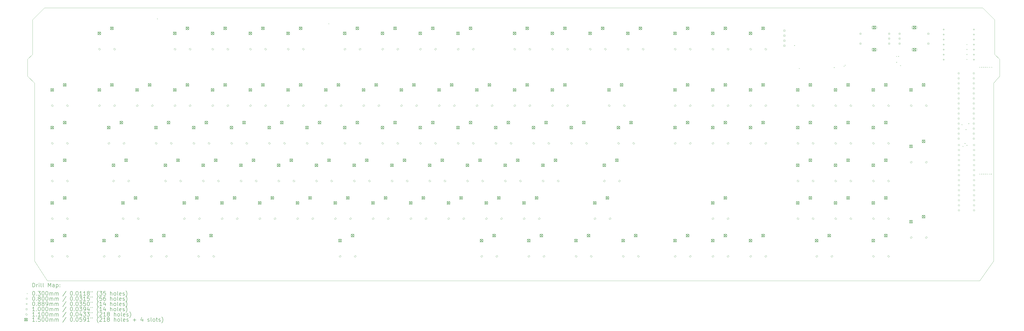
<source format=gbr>
%TF.GenerationSoftware,KiCad,Pcbnew,8.0.8*%
%TF.CreationDate,2025-11-12T22:54:29+00:00*%
%TF.ProjectId,Blueboard-Kicad,426c7565-626f-4617-9264-2d4b69636164,rev?*%
%TF.SameCoordinates,Original*%
%TF.FileFunction,Drillmap*%
%TF.FilePolarity,Positive*%
%FSLAX45Y45*%
G04 Gerber Fmt 4.5, Leading zero omitted, Abs format (unit mm)*
G04 Created by KiCad (PCBNEW 8.0.8) date 2025-11-12 22:54:29*
%MOMM*%
%LPD*%
G01*
G04 APERTURE LIST*
%ADD10C,0.050000*%
%ADD11C,0.200000*%
%ADD12C,0.100000*%
%ADD13C,0.110000*%
%ADD14C,0.150000*%
G04 APERTURE END LIST*
D10*
X50000000Y-25500000D02*
X2950000Y-25500000D01*
X2800000Y-11700000D02*
X50150000Y-11700000D01*
X2200000Y-12300000D02*
X2200000Y-14050000D01*
X2300000Y-21050000D02*
X2300000Y-24500000D01*
X2300000Y-21050000D02*
X2300000Y-15500000D01*
X1950000Y-14300000D02*
X2200000Y-14050000D01*
X2300000Y-15500000D02*
X1950000Y-15150000D01*
X1950000Y-15150000D02*
X1950000Y-14300000D01*
X2300000Y-24500000D02*
X2950000Y-25500000D01*
X2200000Y-12300000D02*
X2800000Y-11700000D01*
X50700000Y-24500000D02*
X50000000Y-25500000D01*
X50700000Y-21050000D02*
X50700000Y-24500000D01*
X50750000Y-12300000D02*
X50150000Y-11700000D01*
X50750000Y-14050000D02*
X50750000Y-12300000D01*
X51000000Y-14300000D02*
X50750000Y-14050000D01*
X51000000Y-15150000D02*
X51000000Y-14300000D01*
X50700000Y-15500000D02*
X51000000Y-15150000D01*
X50700000Y-21050000D02*
X50700000Y-15500000D01*
D11*
D12*
X8485000Y-12235000D02*
X8515000Y-12265000D01*
X8515000Y-12235000D02*
X8485000Y-12265000D01*
X17135000Y-12485000D02*
X17165000Y-12515000D01*
X17165000Y-12485000D02*
X17135000Y-12515000D01*
X40635000Y-13585000D02*
X40665000Y-13615000D01*
X40665000Y-13585000D02*
X40635000Y-13615000D01*
X40875397Y-14744603D02*
X40905397Y-14774603D01*
X40905397Y-14744603D02*
X40875397Y-14774603D01*
X42635000Y-14695000D02*
X42665000Y-14725000D01*
X42665000Y-14695000D02*
X42635000Y-14725000D01*
X43135000Y-14635000D02*
X43165000Y-14665000D01*
X43165000Y-14635000D02*
X43135000Y-14665000D01*
X43191569Y-14578431D02*
X43221569Y-14608431D01*
X43221569Y-14578431D02*
X43191569Y-14608431D01*
X45785000Y-14135000D02*
X45815000Y-14165000D01*
X45815000Y-14135000D02*
X45785000Y-14165000D01*
X45785000Y-14435000D02*
X45815000Y-14465000D01*
X45815000Y-14435000D02*
X45785000Y-14465000D01*
X45885000Y-14135000D02*
X45915000Y-14165000D01*
X45915000Y-14135000D02*
X45885000Y-14165000D01*
X45985000Y-14595000D02*
X46015000Y-14625000D01*
X46015000Y-14595000D02*
X45985000Y-14625000D01*
X49085000Y-17585000D02*
X49115000Y-17615000D01*
X49115000Y-17585000D02*
X49085000Y-17615000D01*
X49135000Y-18685000D02*
X49165000Y-18715000D01*
X49165000Y-18685000D02*
X49135000Y-18715000D01*
X49235000Y-18535000D02*
X49265000Y-18565000D01*
X49265000Y-18535000D02*
X49235000Y-18565000D01*
X49285000Y-17835000D02*
X49315000Y-17865000D01*
X49315000Y-17835000D02*
X49285000Y-17865000D01*
X49335000Y-13535000D02*
X49365000Y-13565000D01*
X49365000Y-13535000D02*
X49335000Y-13565000D01*
X49335000Y-13785000D02*
X49365000Y-13815000D01*
X49365000Y-13785000D02*
X49335000Y-13815000D01*
X49335000Y-14035000D02*
X49365000Y-14065000D01*
X49365000Y-14035000D02*
X49335000Y-14065000D01*
X49335000Y-14285000D02*
X49365000Y-14315000D01*
X49365000Y-14285000D02*
X49335000Y-14315000D01*
X49335000Y-18635000D02*
X49365000Y-18665000D01*
X49365000Y-18635000D02*
X49335000Y-18665000D01*
X49425000Y-17535000D02*
X49455000Y-17565000D01*
X49455000Y-17535000D02*
X49425000Y-17565000D01*
X49985000Y-14685000D02*
X50015000Y-14715000D01*
X50015000Y-14685000D02*
X49985000Y-14715000D01*
X49985000Y-20085000D02*
X50015000Y-20115000D01*
X50015000Y-20085000D02*
X49985000Y-20115000D01*
X50085000Y-14685000D02*
X50115000Y-14715000D01*
X50115000Y-14685000D02*
X50085000Y-14715000D01*
X50085000Y-20085000D02*
X50115000Y-20115000D01*
X50115000Y-20085000D02*
X50085000Y-20115000D01*
X50185000Y-14685000D02*
X50215000Y-14715000D01*
X50215000Y-14685000D02*
X50185000Y-14715000D01*
X50185000Y-20085000D02*
X50215000Y-20115000D01*
X50215000Y-20085000D02*
X50185000Y-20115000D01*
X50285000Y-14685000D02*
X50315000Y-14715000D01*
X50315000Y-14685000D02*
X50285000Y-14715000D01*
X50285000Y-20085000D02*
X50315000Y-20115000D01*
X50315000Y-20085000D02*
X50285000Y-20115000D01*
X50385000Y-14685000D02*
X50415000Y-14715000D01*
X50415000Y-14685000D02*
X50385000Y-14715000D01*
X50385000Y-20085000D02*
X50415000Y-20115000D01*
X50415000Y-20085000D02*
X50385000Y-20115000D01*
X50485000Y-14685000D02*
X50515000Y-14715000D01*
X50515000Y-14685000D02*
X50485000Y-14715000D01*
X50485000Y-20085000D02*
X50515000Y-20115000D01*
X50515000Y-20085000D02*
X50485000Y-20115000D01*
X50565000Y-20085000D02*
X50595000Y-20115000D01*
X50595000Y-20085000D02*
X50565000Y-20115000D01*
X50585000Y-14685000D02*
X50615000Y-14715000D01*
X50615000Y-14685000D02*
X50585000Y-14715000D01*
X48978000Y-15010000D02*
G75*
G02*
X48898000Y-15010000I-40000J0D01*
G01*
X48898000Y-15010000D02*
G75*
G02*
X48978000Y-15010000I40000J0D01*
G01*
X48978000Y-15264000D02*
G75*
G02*
X48898000Y-15264000I-40000J0D01*
G01*
X48898000Y-15264000D02*
G75*
G02*
X48978000Y-15264000I40000J0D01*
G01*
X48978000Y-15518000D02*
G75*
G02*
X48898000Y-15518000I-40000J0D01*
G01*
X48898000Y-15518000D02*
G75*
G02*
X48978000Y-15518000I40000J0D01*
G01*
X48978000Y-15772000D02*
G75*
G02*
X48898000Y-15772000I-40000J0D01*
G01*
X48898000Y-15772000D02*
G75*
G02*
X48978000Y-15772000I40000J0D01*
G01*
X48978000Y-16026000D02*
G75*
G02*
X48898000Y-16026000I-40000J0D01*
G01*
X48898000Y-16026000D02*
G75*
G02*
X48978000Y-16026000I40000J0D01*
G01*
X48978000Y-16280000D02*
G75*
G02*
X48898000Y-16280000I-40000J0D01*
G01*
X48898000Y-16280000D02*
G75*
G02*
X48978000Y-16280000I40000J0D01*
G01*
X48978000Y-16534000D02*
G75*
G02*
X48898000Y-16534000I-40000J0D01*
G01*
X48898000Y-16534000D02*
G75*
G02*
X48978000Y-16534000I40000J0D01*
G01*
X48978000Y-16788000D02*
G75*
G02*
X48898000Y-16788000I-40000J0D01*
G01*
X48898000Y-16788000D02*
G75*
G02*
X48978000Y-16788000I40000J0D01*
G01*
X48978000Y-17042000D02*
G75*
G02*
X48898000Y-17042000I-40000J0D01*
G01*
X48898000Y-17042000D02*
G75*
G02*
X48978000Y-17042000I40000J0D01*
G01*
X48978000Y-17296000D02*
G75*
G02*
X48898000Y-17296000I-40000J0D01*
G01*
X48898000Y-17296000D02*
G75*
G02*
X48978000Y-17296000I40000J0D01*
G01*
X48978000Y-17550000D02*
G75*
G02*
X48898000Y-17550000I-40000J0D01*
G01*
X48898000Y-17550000D02*
G75*
G02*
X48978000Y-17550000I40000J0D01*
G01*
X48978000Y-17804000D02*
G75*
G02*
X48898000Y-17804000I-40000J0D01*
G01*
X48898000Y-17804000D02*
G75*
G02*
X48978000Y-17804000I40000J0D01*
G01*
X48978000Y-18058000D02*
G75*
G02*
X48898000Y-18058000I-40000J0D01*
G01*
X48898000Y-18058000D02*
G75*
G02*
X48978000Y-18058000I40000J0D01*
G01*
X48978000Y-18312000D02*
G75*
G02*
X48898000Y-18312000I-40000J0D01*
G01*
X48898000Y-18312000D02*
G75*
G02*
X48978000Y-18312000I40000J0D01*
G01*
X48990000Y-18634000D02*
G75*
G02*
X48910000Y-18634000I-40000J0D01*
G01*
X48910000Y-18634000D02*
G75*
G02*
X48990000Y-18634000I40000J0D01*
G01*
X48990000Y-18888000D02*
G75*
G02*
X48910000Y-18888000I-40000J0D01*
G01*
X48910000Y-18888000D02*
G75*
G02*
X48990000Y-18888000I40000J0D01*
G01*
X48990000Y-19142000D02*
G75*
G02*
X48910000Y-19142000I-40000J0D01*
G01*
X48910000Y-19142000D02*
G75*
G02*
X48990000Y-19142000I40000J0D01*
G01*
X48990000Y-19396000D02*
G75*
G02*
X48910000Y-19396000I-40000J0D01*
G01*
X48910000Y-19396000D02*
G75*
G02*
X48990000Y-19396000I40000J0D01*
G01*
X48990000Y-19650000D02*
G75*
G02*
X48910000Y-19650000I-40000J0D01*
G01*
X48910000Y-19650000D02*
G75*
G02*
X48990000Y-19650000I40000J0D01*
G01*
X48990000Y-19904000D02*
G75*
G02*
X48910000Y-19904000I-40000J0D01*
G01*
X48910000Y-19904000D02*
G75*
G02*
X48990000Y-19904000I40000J0D01*
G01*
X48990000Y-20158000D02*
G75*
G02*
X48910000Y-20158000I-40000J0D01*
G01*
X48910000Y-20158000D02*
G75*
G02*
X48990000Y-20158000I40000J0D01*
G01*
X48990000Y-20412000D02*
G75*
G02*
X48910000Y-20412000I-40000J0D01*
G01*
X48910000Y-20412000D02*
G75*
G02*
X48990000Y-20412000I40000J0D01*
G01*
X48990000Y-20666000D02*
G75*
G02*
X48910000Y-20666000I-40000J0D01*
G01*
X48910000Y-20666000D02*
G75*
G02*
X48990000Y-20666000I40000J0D01*
G01*
X48990000Y-20920000D02*
G75*
G02*
X48910000Y-20920000I-40000J0D01*
G01*
X48910000Y-20920000D02*
G75*
G02*
X48990000Y-20920000I40000J0D01*
G01*
X48990000Y-21174000D02*
G75*
G02*
X48910000Y-21174000I-40000J0D01*
G01*
X48910000Y-21174000D02*
G75*
G02*
X48990000Y-21174000I40000J0D01*
G01*
X48990000Y-21428000D02*
G75*
G02*
X48910000Y-21428000I-40000J0D01*
G01*
X48910000Y-21428000D02*
G75*
G02*
X48990000Y-21428000I40000J0D01*
G01*
X48990000Y-21682000D02*
G75*
G02*
X48910000Y-21682000I-40000J0D01*
G01*
X48910000Y-21682000D02*
G75*
G02*
X48990000Y-21682000I40000J0D01*
G01*
X48990000Y-21936000D02*
G75*
G02*
X48910000Y-21936000I-40000J0D01*
G01*
X48910000Y-21936000D02*
G75*
G02*
X48990000Y-21936000I40000J0D01*
G01*
X49740000Y-15010000D02*
G75*
G02*
X49660000Y-15010000I-40000J0D01*
G01*
X49660000Y-15010000D02*
G75*
G02*
X49740000Y-15010000I40000J0D01*
G01*
X49740000Y-15264000D02*
G75*
G02*
X49660000Y-15264000I-40000J0D01*
G01*
X49660000Y-15264000D02*
G75*
G02*
X49740000Y-15264000I40000J0D01*
G01*
X49740000Y-15518000D02*
G75*
G02*
X49660000Y-15518000I-40000J0D01*
G01*
X49660000Y-15518000D02*
G75*
G02*
X49740000Y-15518000I40000J0D01*
G01*
X49740000Y-15772000D02*
G75*
G02*
X49660000Y-15772000I-40000J0D01*
G01*
X49660000Y-15772000D02*
G75*
G02*
X49740000Y-15772000I40000J0D01*
G01*
X49740000Y-16026000D02*
G75*
G02*
X49660000Y-16026000I-40000J0D01*
G01*
X49660000Y-16026000D02*
G75*
G02*
X49740000Y-16026000I40000J0D01*
G01*
X49740000Y-16280000D02*
G75*
G02*
X49660000Y-16280000I-40000J0D01*
G01*
X49660000Y-16280000D02*
G75*
G02*
X49740000Y-16280000I40000J0D01*
G01*
X49740000Y-16534000D02*
G75*
G02*
X49660000Y-16534000I-40000J0D01*
G01*
X49660000Y-16534000D02*
G75*
G02*
X49740000Y-16534000I40000J0D01*
G01*
X49740000Y-16788000D02*
G75*
G02*
X49660000Y-16788000I-40000J0D01*
G01*
X49660000Y-16788000D02*
G75*
G02*
X49740000Y-16788000I40000J0D01*
G01*
X49740000Y-17042000D02*
G75*
G02*
X49660000Y-17042000I-40000J0D01*
G01*
X49660000Y-17042000D02*
G75*
G02*
X49740000Y-17042000I40000J0D01*
G01*
X49740000Y-17296000D02*
G75*
G02*
X49660000Y-17296000I-40000J0D01*
G01*
X49660000Y-17296000D02*
G75*
G02*
X49740000Y-17296000I40000J0D01*
G01*
X49740000Y-17550000D02*
G75*
G02*
X49660000Y-17550000I-40000J0D01*
G01*
X49660000Y-17550000D02*
G75*
G02*
X49740000Y-17550000I40000J0D01*
G01*
X49740000Y-17804000D02*
G75*
G02*
X49660000Y-17804000I-40000J0D01*
G01*
X49660000Y-17804000D02*
G75*
G02*
X49740000Y-17804000I40000J0D01*
G01*
X49740000Y-18058000D02*
G75*
G02*
X49660000Y-18058000I-40000J0D01*
G01*
X49660000Y-18058000D02*
G75*
G02*
X49740000Y-18058000I40000J0D01*
G01*
X49740000Y-18312000D02*
G75*
G02*
X49660000Y-18312000I-40000J0D01*
G01*
X49660000Y-18312000D02*
G75*
G02*
X49740000Y-18312000I40000J0D01*
G01*
X49752000Y-18634000D02*
G75*
G02*
X49672000Y-18634000I-40000J0D01*
G01*
X49672000Y-18634000D02*
G75*
G02*
X49752000Y-18634000I40000J0D01*
G01*
X49752000Y-18888000D02*
G75*
G02*
X49672000Y-18888000I-40000J0D01*
G01*
X49672000Y-18888000D02*
G75*
G02*
X49752000Y-18888000I40000J0D01*
G01*
X49752000Y-19142000D02*
G75*
G02*
X49672000Y-19142000I-40000J0D01*
G01*
X49672000Y-19142000D02*
G75*
G02*
X49752000Y-19142000I40000J0D01*
G01*
X49752000Y-19396000D02*
G75*
G02*
X49672000Y-19396000I-40000J0D01*
G01*
X49672000Y-19396000D02*
G75*
G02*
X49752000Y-19396000I40000J0D01*
G01*
X49752000Y-19650000D02*
G75*
G02*
X49672000Y-19650000I-40000J0D01*
G01*
X49672000Y-19650000D02*
G75*
G02*
X49752000Y-19650000I40000J0D01*
G01*
X49752000Y-19904000D02*
G75*
G02*
X49672000Y-19904000I-40000J0D01*
G01*
X49672000Y-19904000D02*
G75*
G02*
X49752000Y-19904000I40000J0D01*
G01*
X49752000Y-20158000D02*
G75*
G02*
X49672000Y-20158000I-40000J0D01*
G01*
X49672000Y-20158000D02*
G75*
G02*
X49752000Y-20158000I40000J0D01*
G01*
X49752000Y-20412000D02*
G75*
G02*
X49672000Y-20412000I-40000J0D01*
G01*
X49672000Y-20412000D02*
G75*
G02*
X49752000Y-20412000I40000J0D01*
G01*
X49752000Y-20666000D02*
G75*
G02*
X49672000Y-20666000I-40000J0D01*
G01*
X49672000Y-20666000D02*
G75*
G02*
X49752000Y-20666000I40000J0D01*
G01*
X49752000Y-20920000D02*
G75*
G02*
X49672000Y-20920000I-40000J0D01*
G01*
X49672000Y-20920000D02*
G75*
G02*
X49752000Y-20920000I40000J0D01*
G01*
X49752000Y-21174000D02*
G75*
G02*
X49672000Y-21174000I-40000J0D01*
G01*
X49672000Y-21174000D02*
G75*
G02*
X49752000Y-21174000I40000J0D01*
G01*
X49752000Y-21428000D02*
G75*
G02*
X49672000Y-21428000I-40000J0D01*
G01*
X49672000Y-21428000D02*
G75*
G02*
X49752000Y-21428000I40000J0D01*
G01*
X49752000Y-21682000D02*
G75*
G02*
X49672000Y-21682000I-40000J0D01*
G01*
X49672000Y-21682000D02*
G75*
G02*
X49752000Y-21682000I40000J0D01*
G01*
X49752000Y-21936000D02*
G75*
G02*
X49672000Y-21936000I-40000J0D01*
G01*
X49672000Y-21936000D02*
G75*
G02*
X49752000Y-21936000I40000J0D01*
G01*
X48176000Y-12743550D02*
X48176000Y-12832450D01*
X48131550Y-12788000D02*
X48220450Y-12788000D01*
X48176000Y-12997550D02*
X48176000Y-13086450D01*
X48131550Y-13042000D02*
X48220450Y-13042000D01*
X48176000Y-13251550D02*
X48176000Y-13340450D01*
X48131550Y-13296000D02*
X48220450Y-13296000D01*
X48176000Y-13505550D02*
X48176000Y-13594450D01*
X48131550Y-13550000D02*
X48220450Y-13550000D01*
X48176000Y-13759550D02*
X48176000Y-13848450D01*
X48131550Y-13804000D02*
X48220450Y-13804000D01*
X48176000Y-14013550D02*
X48176000Y-14102450D01*
X48131550Y-14058000D02*
X48220450Y-14058000D01*
X48176000Y-14267550D02*
X48176000Y-14356450D01*
X48131550Y-14312000D02*
X48220450Y-14312000D01*
X49700000Y-12743550D02*
X49700000Y-12832450D01*
X49655550Y-12788000D02*
X49744450Y-12788000D01*
X49700000Y-12997550D02*
X49700000Y-13086450D01*
X49655550Y-13042000D02*
X49744450Y-13042000D01*
X49700000Y-13251550D02*
X49700000Y-13340450D01*
X49655550Y-13296000D02*
X49744450Y-13296000D01*
X49700000Y-13505550D02*
X49700000Y-13594450D01*
X49655550Y-13550000D02*
X49744450Y-13550000D01*
X49700000Y-13759550D02*
X49700000Y-13848450D01*
X49655550Y-13804000D02*
X49744450Y-13804000D01*
X49700000Y-14013550D02*
X49700000Y-14102450D01*
X49655550Y-14058000D02*
X49744450Y-14058000D01*
X49700000Y-14267550D02*
X49700000Y-14356450D01*
X49655550Y-14312000D02*
X49744450Y-14312000D01*
X40173856Y-12881356D02*
X40173856Y-12810644D01*
X40103144Y-12810644D01*
X40103144Y-12881356D01*
X40173856Y-12881356D01*
X40173856Y-13135356D02*
X40173856Y-13064644D01*
X40103144Y-13064644D01*
X40103144Y-13135356D01*
X40173856Y-13135356D01*
X40173856Y-13389356D02*
X40173856Y-13318644D01*
X40103144Y-13318644D01*
X40103144Y-13389356D01*
X40173856Y-13389356D01*
X40173856Y-13643356D02*
X40173856Y-13572644D01*
X40103144Y-13572644D01*
X40103144Y-13643356D01*
X40173856Y-13643356D01*
X44010356Y-13035356D02*
X44010356Y-12964644D01*
X43939644Y-12964644D01*
X43939644Y-13035356D01*
X44010356Y-13035356D01*
X44010356Y-13535356D02*
X44010356Y-13464644D01*
X43939644Y-13464644D01*
X43939644Y-13535356D01*
X44010356Y-13535356D01*
X45460356Y-13035356D02*
X45460356Y-12964644D01*
X45389644Y-12964644D01*
X45389644Y-13035356D01*
X45460356Y-13035356D01*
X45460356Y-13285356D02*
X45460356Y-13214644D01*
X45389644Y-13214644D01*
X45389644Y-13285356D01*
X45460356Y-13285356D01*
X45460356Y-13535356D02*
X45460356Y-13464644D01*
X45389644Y-13464644D01*
X45389644Y-13535356D01*
X45460356Y-13535356D01*
X45985356Y-13035356D02*
X45985356Y-12964644D01*
X45914644Y-12964644D01*
X45914644Y-13035356D01*
X45985356Y-13035356D01*
X45985356Y-13285356D02*
X45985356Y-13214644D01*
X45914644Y-13214644D01*
X45914644Y-13285356D01*
X45985356Y-13285356D01*
X45985356Y-13535356D02*
X45985356Y-13464644D01*
X45914644Y-13464644D01*
X45914644Y-13535356D01*
X45985356Y-13535356D01*
X47435356Y-13035356D02*
X47435356Y-12964644D01*
X47364644Y-12964644D01*
X47364644Y-13035356D01*
X47435356Y-13035356D01*
X47435356Y-13535356D02*
X47435356Y-13464644D01*
X47364644Y-13464644D01*
X47364644Y-13535356D01*
X47435356Y-13535356D01*
D13*
X3195250Y-16696000D02*
X3250250Y-16641000D01*
X3195250Y-16586000D01*
X3140250Y-16641000D01*
X3195250Y-16696000D01*
X3195250Y-18601000D02*
X3250250Y-18546000D01*
X3195250Y-18491000D01*
X3140250Y-18546000D01*
X3195250Y-18601000D01*
X3195250Y-20506000D02*
X3250250Y-20451000D01*
X3195250Y-20396000D01*
X3140250Y-20451000D01*
X3195250Y-20506000D01*
X3195250Y-22411000D02*
X3250250Y-22356000D01*
X3195250Y-22301000D01*
X3140250Y-22356000D01*
X3195250Y-22411000D01*
X3195250Y-24316000D02*
X3250250Y-24261000D01*
X3195250Y-24206000D01*
X3140250Y-24261000D01*
X3195250Y-24316000D01*
X3957250Y-16696000D02*
X4012250Y-16641000D01*
X3957250Y-16586000D01*
X3902250Y-16641000D01*
X3957250Y-16696000D01*
X3957250Y-18601000D02*
X4012250Y-18546000D01*
X3957250Y-18491000D01*
X3902250Y-18546000D01*
X3957250Y-18601000D01*
X3957250Y-20506000D02*
X4012250Y-20451000D01*
X3957250Y-20396000D01*
X3902250Y-20451000D01*
X3957250Y-20506000D01*
X3957250Y-22411000D02*
X4012250Y-22356000D01*
X3957250Y-22301000D01*
X3902250Y-22356000D01*
X3957250Y-22411000D01*
X3957250Y-24316000D02*
X4012250Y-24261000D01*
X3957250Y-24206000D01*
X3902250Y-24261000D01*
X3957250Y-24316000D01*
X5576500Y-13838500D02*
X5631500Y-13783500D01*
X5576500Y-13728500D01*
X5521500Y-13783500D01*
X5576500Y-13838500D01*
X5576500Y-16696000D02*
X5631500Y-16641000D01*
X5576500Y-16586000D01*
X5521500Y-16641000D01*
X5576500Y-16696000D01*
X5814625Y-24316000D02*
X5869625Y-24261000D01*
X5814625Y-24206000D01*
X5759625Y-24261000D01*
X5814625Y-24316000D01*
X6052750Y-18601000D02*
X6107750Y-18546000D01*
X6052750Y-18491000D01*
X5997750Y-18546000D01*
X6052750Y-18601000D01*
X6290875Y-20506000D02*
X6345875Y-20451000D01*
X6290875Y-20396000D01*
X6235875Y-20451000D01*
X6290875Y-20506000D01*
X6338500Y-13838500D02*
X6393500Y-13783500D01*
X6338500Y-13728500D01*
X6283500Y-13783500D01*
X6338500Y-13838500D01*
X6338500Y-16696000D02*
X6393500Y-16641000D01*
X6338500Y-16586000D01*
X6283500Y-16641000D01*
X6338500Y-16696000D01*
X6576625Y-24316000D02*
X6631625Y-24261000D01*
X6576625Y-24206000D01*
X6521625Y-24261000D01*
X6576625Y-24316000D01*
X6767125Y-22411000D02*
X6822125Y-22356000D01*
X6767125Y-22301000D01*
X6712125Y-22356000D01*
X6767125Y-22411000D01*
X6814750Y-18601000D02*
X6869750Y-18546000D01*
X6814750Y-18491000D01*
X6759750Y-18546000D01*
X6814750Y-18601000D01*
X7052875Y-20506000D02*
X7107875Y-20451000D01*
X7052875Y-20396000D01*
X6997875Y-20451000D01*
X7052875Y-20506000D01*
X7481500Y-16696000D02*
X7536500Y-16641000D01*
X7481500Y-16586000D01*
X7426500Y-16641000D01*
X7481500Y-16696000D01*
X7529125Y-22411000D02*
X7584125Y-22356000D01*
X7529125Y-22301000D01*
X7474125Y-22356000D01*
X7529125Y-22411000D01*
X8195875Y-24316000D02*
X8250875Y-24261000D01*
X8195875Y-24206000D01*
X8140875Y-24261000D01*
X8195875Y-24316000D01*
X8243500Y-16696000D02*
X8298500Y-16641000D01*
X8243500Y-16586000D01*
X8188500Y-16641000D01*
X8243500Y-16696000D01*
X8434000Y-18601000D02*
X8489000Y-18546000D01*
X8434000Y-18491000D01*
X8379000Y-18546000D01*
X8434000Y-18601000D01*
X8910250Y-20506000D02*
X8965250Y-20451000D01*
X8910250Y-20396000D01*
X8855250Y-20451000D01*
X8910250Y-20506000D01*
X8957875Y-24316000D02*
X9012875Y-24261000D01*
X8957875Y-24206000D01*
X8902875Y-24261000D01*
X8957875Y-24316000D01*
X9196000Y-18601000D02*
X9251000Y-18546000D01*
X9196000Y-18491000D01*
X9141000Y-18546000D01*
X9196000Y-18601000D01*
X9386500Y-13838500D02*
X9441500Y-13783500D01*
X9386500Y-13728500D01*
X9331500Y-13783500D01*
X9386500Y-13838500D01*
X9386500Y-16696000D02*
X9441500Y-16641000D01*
X9386500Y-16586000D01*
X9331500Y-16641000D01*
X9386500Y-16696000D01*
X9672250Y-20506000D02*
X9727250Y-20451000D01*
X9672250Y-20396000D01*
X9617250Y-20451000D01*
X9672250Y-20506000D01*
X9862750Y-22411000D02*
X9917750Y-22356000D01*
X9862750Y-22301000D01*
X9807750Y-22356000D01*
X9862750Y-22411000D01*
X10148500Y-13838500D02*
X10203500Y-13783500D01*
X10148500Y-13728500D01*
X10093500Y-13783500D01*
X10148500Y-13838500D01*
X10148500Y-16696000D02*
X10203500Y-16641000D01*
X10148500Y-16586000D01*
X10093500Y-16641000D01*
X10148500Y-16696000D01*
X10339000Y-18601000D02*
X10394000Y-18546000D01*
X10339000Y-18491000D01*
X10284000Y-18546000D01*
X10339000Y-18601000D01*
X10577125Y-24316000D02*
X10632125Y-24261000D01*
X10577125Y-24206000D01*
X10522125Y-24261000D01*
X10577125Y-24316000D01*
X10624750Y-22411000D02*
X10679750Y-22356000D01*
X10624750Y-22301000D01*
X10569750Y-22356000D01*
X10624750Y-22411000D01*
X10815250Y-20506000D02*
X10870250Y-20451000D01*
X10815250Y-20396000D01*
X10760250Y-20451000D01*
X10815250Y-20506000D01*
X11101000Y-18601000D02*
X11156000Y-18546000D01*
X11101000Y-18491000D01*
X11046000Y-18546000D01*
X11101000Y-18601000D01*
X11291500Y-13838500D02*
X11346500Y-13783500D01*
X11291500Y-13728500D01*
X11236500Y-13783500D01*
X11291500Y-13838500D01*
X11291500Y-16696000D02*
X11346500Y-16641000D01*
X11291500Y-16586000D01*
X11236500Y-16641000D01*
X11291500Y-16696000D01*
X11339125Y-24316000D02*
X11394125Y-24261000D01*
X11339125Y-24206000D01*
X11284125Y-24261000D01*
X11339125Y-24316000D01*
X11577250Y-20506000D02*
X11632250Y-20451000D01*
X11577250Y-20396000D01*
X11522250Y-20451000D01*
X11577250Y-20506000D01*
X11767750Y-22411000D02*
X11822750Y-22356000D01*
X11767750Y-22301000D01*
X11712750Y-22356000D01*
X11767750Y-22411000D01*
X12053500Y-13838500D02*
X12108500Y-13783500D01*
X12053500Y-13728500D01*
X11998500Y-13783500D01*
X12053500Y-13838500D01*
X12053500Y-16696000D02*
X12108500Y-16641000D01*
X12053500Y-16586000D01*
X11998500Y-16641000D01*
X12053500Y-16696000D01*
X12244000Y-18601000D02*
X12299000Y-18546000D01*
X12244000Y-18491000D01*
X12189000Y-18546000D01*
X12244000Y-18601000D01*
X12529750Y-22411000D02*
X12584750Y-22356000D01*
X12529750Y-22301000D01*
X12474750Y-22356000D01*
X12529750Y-22411000D01*
X12720250Y-20506000D02*
X12775250Y-20451000D01*
X12720250Y-20396000D01*
X12665250Y-20451000D01*
X12720250Y-20506000D01*
X13006000Y-18601000D02*
X13061000Y-18546000D01*
X13006000Y-18491000D01*
X12951000Y-18546000D01*
X13006000Y-18601000D01*
X13196500Y-13838500D02*
X13251500Y-13783500D01*
X13196500Y-13728500D01*
X13141500Y-13783500D01*
X13196500Y-13838500D01*
X13196500Y-16696000D02*
X13251500Y-16641000D01*
X13196500Y-16586000D01*
X13141500Y-16641000D01*
X13196500Y-16696000D01*
X13482250Y-20506000D02*
X13537250Y-20451000D01*
X13482250Y-20396000D01*
X13427250Y-20451000D01*
X13482250Y-20506000D01*
X13672750Y-22411000D02*
X13727750Y-22356000D01*
X13672750Y-22301000D01*
X13617750Y-22356000D01*
X13672750Y-22411000D01*
X13958500Y-13838500D02*
X14013500Y-13783500D01*
X13958500Y-13728500D01*
X13903500Y-13783500D01*
X13958500Y-13838500D01*
X13958500Y-16696000D02*
X14013500Y-16641000D01*
X13958500Y-16586000D01*
X13903500Y-16641000D01*
X13958500Y-16696000D01*
X14149000Y-18601000D02*
X14204000Y-18546000D01*
X14149000Y-18491000D01*
X14094000Y-18546000D01*
X14149000Y-18601000D01*
X14434750Y-22411000D02*
X14489750Y-22356000D01*
X14434750Y-22301000D01*
X14379750Y-22356000D01*
X14434750Y-22411000D01*
X14625250Y-20506000D02*
X14680250Y-20451000D01*
X14625250Y-20396000D01*
X14570250Y-20451000D01*
X14625250Y-20506000D01*
X14911000Y-18601000D02*
X14966000Y-18546000D01*
X14911000Y-18491000D01*
X14856000Y-18546000D01*
X14911000Y-18601000D01*
X15101500Y-13838500D02*
X15156500Y-13783500D01*
X15101500Y-13728500D01*
X15046500Y-13783500D01*
X15101500Y-13838500D01*
X15101500Y-16696000D02*
X15156500Y-16641000D01*
X15101500Y-16586000D01*
X15046500Y-16641000D01*
X15101500Y-16696000D01*
X15387250Y-20506000D02*
X15442250Y-20451000D01*
X15387250Y-20396000D01*
X15332250Y-20451000D01*
X15387250Y-20506000D01*
X15577750Y-22411000D02*
X15632750Y-22356000D01*
X15577750Y-22301000D01*
X15522750Y-22356000D01*
X15577750Y-22411000D01*
X15863500Y-13838500D02*
X15918500Y-13783500D01*
X15863500Y-13728500D01*
X15808500Y-13783500D01*
X15863500Y-13838500D01*
X15863500Y-16696000D02*
X15918500Y-16641000D01*
X15863500Y-16586000D01*
X15808500Y-16641000D01*
X15863500Y-16696000D01*
X16054000Y-18601000D02*
X16109000Y-18546000D01*
X16054000Y-18491000D01*
X15999000Y-18546000D01*
X16054000Y-18601000D01*
X16339750Y-22411000D02*
X16394750Y-22356000D01*
X16339750Y-22301000D01*
X16284750Y-22356000D01*
X16339750Y-22411000D01*
X16530250Y-20506000D02*
X16585250Y-20451000D01*
X16530250Y-20396000D01*
X16475250Y-20451000D01*
X16530250Y-20506000D01*
X16816000Y-18601000D02*
X16871000Y-18546000D01*
X16816000Y-18491000D01*
X16761000Y-18546000D01*
X16816000Y-18601000D01*
X17006500Y-16696000D02*
X17061500Y-16641000D01*
X17006500Y-16586000D01*
X16951500Y-16641000D01*
X17006500Y-16696000D01*
X17292250Y-20506000D02*
X17347250Y-20451000D01*
X17292250Y-20396000D01*
X17237250Y-20451000D01*
X17292250Y-20506000D01*
X17482750Y-22411000D02*
X17537750Y-22356000D01*
X17482750Y-22301000D01*
X17427750Y-22356000D01*
X17482750Y-22411000D01*
X17720875Y-24316000D02*
X17775875Y-24261000D01*
X17720875Y-24206000D01*
X17665875Y-24261000D01*
X17720875Y-24316000D01*
X17768500Y-16696000D02*
X17823500Y-16641000D01*
X17768500Y-16586000D01*
X17713500Y-16641000D01*
X17768500Y-16696000D01*
X17959000Y-13838500D02*
X18014000Y-13783500D01*
X17959000Y-13728500D01*
X17904000Y-13783500D01*
X17959000Y-13838500D01*
X17959000Y-18601000D02*
X18014000Y-18546000D01*
X17959000Y-18491000D01*
X17904000Y-18546000D01*
X17959000Y-18601000D01*
X18244750Y-22411000D02*
X18299750Y-22356000D01*
X18244750Y-22301000D01*
X18189750Y-22356000D01*
X18244750Y-22411000D01*
X18435250Y-20506000D02*
X18490250Y-20451000D01*
X18435250Y-20396000D01*
X18380250Y-20451000D01*
X18435250Y-20506000D01*
X18482875Y-24316000D02*
X18537875Y-24261000D01*
X18482875Y-24206000D01*
X18427875Y-24261000D01*
X18482875Y-24316000D01*
X18721000Y-13838500D02*
X18776000Y-13783500D01*
X18721000Y-13728500D01*
X18666000Y-13783500D01*
X18721000Y-13838500D01*
X18721000Y-18601000D02*
X18776000Y-18546000D01*
X18721000Y-18491000D01*
X18666000Y-18546000D01*
X18721000Y-18601000D01*
X18911500Y-16696000D02*
X18966500Y-16641000D01*
X18911500Y-16586000D01*
X18856500Y-16641000D01*
X18911500Y-16696000D01*
X19197250Y-20506000D02*
X19252250Y-20451000D01*
X19197250Y-20396000D01*
X19142250Y-20451000D01*
X19197250Y-20506000D01*
X19387750Y-22411000D02*
X19442750Y-22356000D01*
X19387750Y-22301000D01*
X19332750Y-22356000D01*
X19387750Y-22411000D01*
X19673500Y-16696000D02*
X19728500Y-16641000D01*
X19673500Y-16586000D01*
X19618500Y-16641000D01*
X19673500Y-16696000D01*
X19864000Y-13838500D02*
X19919000Y-13783500D01*
X19864000Y-13728500D01*
X19809000Y-13783500D01*
X19864000Y-13838500D01*
X19864000Y-18601000D02*
X19919000Y-18546000D01*
X19864000Y-18491000D01*
X19809000Y-18546000D01*
X19864000Y-18601000D01*
X20149750Y-22411000D02*
X20204750Y-22356000D01*
X20149750Y-22301000D01*
X20094750Y-22356000D01*
X20149750Y-22411000D01*
X20340250Y-20506000D02*
X20395250Y-20451000D01*
X20340250Y-20396000D01*
X20285250Y-20451000D01*
X20340250Y-20506000D01*
X20626000Y-13838500D02*
X20681000Y-13783500D01*
X20626000Y-13728500D01*
X20571000Y-13783500D01*
X20626000Y-13838500D01*
X20626000Y-18601000D02*
X20681000Y-18546000D01*
X20626000Y-18491000D01*
X20571000Y-18546000D01*
X20626000Y-18601000D01*
X20816500Y-16696000D02*
X20871500Y-16641000D01*
X20816500Y-16586000D01*
X20761500Y-16641000D01*
X20816500Y-16696000D01*
X21102250Y-20506000D02*
X21157250Y-20451000D01*
X21102250Y-20396000D01*
X21047250Y-20451000D01*
X21102250Y-20506000D01*
X21292750Y-22411000D02*
X21347750Y-22356000D01*
X21292750Y-22301000D01*
X21237750Y-22356000D01*
X21292750Y-22411000D01*
X21578500Y-16696000D02*
X21633500Y-16641000D01*
X21578500Y-16586000D01*
X21523500Y-16641000D01*
X21578500Y-16696000D01*
X21769000Y-13838500D02*
X21824000Y-13783500D01*
X21769000Y-13728500D01*
X21714000Y-13783500D01*
X21769000Y-13838500D01*
X21769000Y-18601000D02*
X21824000Y-18546000D01*
X21769000Y-18491000D01*
X21714000Y-18546000D01*
X21769000Y-18601000D01*
X22054750Y-22411000D02*
X22109750Y-22356000D01*
X22054750Y-22301000D01*
X21999750Y-22356000D01*
X22054750Y-22411000D01*
X22245250Y-20506000D02*
X22300250Y-20451000D01*
X22245250Y-20396000D01*
X22190250Y-20451000D01*
X22245250Y-20506000D01*
X22531000Y-13838500D02*
X22586000Y-13783500D01*
X22531000Y-13728500D01*
X22476000Y-13783500D01*
X22531000Y-13838500D01*
X22531000Y-18601000D02*
X22586000Y-18546000D01*
X22531000Y-18491000D01*
X22476000Y-18546000D01*
X22531000Y-18601000D01*
X22721500Y-16696000D02*
X22776500Y-16641000D01*
X22721500Y-16586000D01*
X22666500Y-16641000D01*
X22721500Y-16696000D01*
X23007250Y-20506000D02*
X23062250Y-20451000D01*
X23007250Y-20396000D01*
X22952250Y-20451000D01*
X23007250Y-20506000D01*
X23197750Y-22411000D02*
X23252750Y-22356000D01*
X23197750Y-22301000D01*
X23142750Y-22356000D01*
X23197750Y-22411000D01*
X23483500Y-16696000D02*
X23538500Y-16641000D01*
X23483500Y-16586000D01*
X23428500Y-16641000D01*
X23483500Y-16696000D01*
X23674000Y-13838500D02*
X23729000Y-13783500D01*
X23674000Y-13728500D01*
X23619000Y-13783500D01*
X23674000Y-13838500D01*
X23674000Y-18601000D02*
X23729000Y-18546000D01*
X23674000Y-18491000D01*
X23619000Y-18546000D01*
X23674000Y-18601000D01*
X23959750Y-22411000D02*
X24014750Y-22356000D01*
X23959750Y-22301000D01*
X23904750Y-22356000D01*
X23959750Y-22411000D01*
X24150250Y-20506000D02*
X24205250Y-20451000D01*
X24150250Y-20396000D01*
X24095250Y-20451000D01*
X24150250Y-20506000D01*
X24436000Y-13838500D02*
X24491000Y-13783500D01*
X24436000Y-13728500D01*
X24381000Y-13783500D01*
X24436000Y-13838500D01*
X24436000Y-18601000D02*
X24491000Y-18546000D01*
X24436000Y-18491000D01*
X24381000Y-18546000D01*
X24436000Y-18601000D01*
X24626500Y-16696000D02*
X24681500Y-16641000D01*
X24626500Y-16586000D01*
X24571500Y-16641000D01*
X24626500Y-16696000D01*
X24864625Y-24316000D02*
X24919625Y-24261000D01*
X24864625Y-24206000D01*
X24809625Y-24261000D01*
X24864625Y-24316000D01*
X24912250Y-20506000D02*
X24967250Y-20451000D01*
X24912250Y-20396000D01*
X24857250Y-20451000D01*
X24912250Y-20506000D01*
X25102750Y-22411000D02*
X25157750Y-22356000D01*
X25102750Y-22301000D01*
X25047750Y-22356000D01*
X25102750Y-22411000D01*
X25388500Y-16696000D02*
X25443500Y-16641000D01*
X25388500Y-16586000D01*
X25333500Y-16641000D01*
X25388500Y-16696000D01*
X25579000Y-18601000D02*
X25634000Y-18546000D01*
X25579000Y-18491000D01*
X25524000Y-18546000D01*
X25579000Y-18601000D01*
X25626625Y-24316000D02*
X25681625Y-24261000D01*
X25626625Y-24206000D01*
X25571625Y-24261000D01*
X25626625Y-24316000D01*
X25864750Y-22411000D02*
X25919750Y-22356000D01*
X25864750Y-22301000D01*
X25809750Y-22356000D01*
X25864750Y-22411000D01*
X26055250Y-20506000D02*
X26110250Y-20451000D01*
X26055250Y-20396000D01*
X26000250Y-20451000D01*
X26055250Y-20506000D01*
X26341000Y-18601000D02*
X26396000Y-18546000D01*
X26341000Y-18491000D01*
X26286000Y-18546000D01*
X26341000Y-18601000D01*
X26531500Y-13838500D02*
X26586500Y-13783500D01*
X26531500Y-13728500D01*
X26476500Y-13783500D01*
X26531500Y-13838500D01*
X26531500Y-16696000D02*
X26586500Y-16641000D01*
X26531500Y-16586000D01*
X26476500Y-16641000D01*
X26531500Y-16696000D01*
X26817250Y-20506000D02*
X26872250Y-20451000D01*
X26817250Y-20396000D01*
X26762250Y-20451000D01*
X26817250Y-20506000D01*
X27007750Y-22411000D02*
X27062750Y-22356000D01*
X27007750Y-22301000D01*
X26952750Y-22356000D01*
X27007750Y-22411000D01*
X27245875Y-24316000D02*
X27300875Y-24261000D01*
X27245875Y-24206000D01*
X27190875Y-24261000D01*
X27245875Y-24316000D01*
X27293500Y-13838500D02*
X27348500Y-13783500D01*
X27293500Y-13728500D01*
X27238500Y-13783500D01*
X27293500Y-13838500D01*
X27293500Y-16696000D02*
X27348500Y-16641000D01*
X27293500Y-16586000D01*
X27238500Y-16641000D01*
X27293500Y-16696000D01*
X27484000Y-18601000D02*
X27539000Y-18546000D01*
X27484000Y-18491000D01*
X27429000Y-18546000D01*
X27484000Y-18601000D01*
X27769750Y-22411000D02*
X27824750Y-22356000D01*
X27769750Y-22301000D01*
X27714750Y-22356000D01*
X27769750Y-22411000D01*
X27960250Y-20506000D02*
X28015250Y-20451000D01*
X27960250Y-20396000D01*
X27905250Y-20451000D01*
X27960250Y-20506000D01*
X28007875Y-24316000D02*
X28062875Y-24261000D01*
X28007875Y-24206000D01*
X27952875Y-24261000D01*
X28007875Y-24316000D01*
X28246000Y-18601000D02*
X28301000Y-18546000D01*
X28246000Y-18491000D01*
X28191000Y-18546000D01*
X28246000Y-18601000D01*
X28436500Y-13838500D02*
X28491500Y-13783500D01*
X28436500Y-13728500D01*
X28381500Y-13783500D01*
X28436500Y-13838500D01*
X28436500Y-16696000D02*
X28491500Y-16641000D01*
X28436500Y-16586000D01*
X28381500Y-16641000D01*
X28436500Y-16696000D01*
X28722250Y-20506000D02*
X28777250Y-20451000D01*
X28722250Y-20396000D01*
X28667250Y-20451000D01*
X28722250Y-20506000D01*
X29198500Y-13838500D02*
X29253500Y-13783500D01*
X29198500Y-13728500D01*
X29143500Y-13783500D01*
X29198500Y-13838500D01*
X29198500Y-16696000D02*
X29253500Y-16641000D01*
X29198500Y-16586000D01*
X29143500Y-16641000D01*
X29198500Y-16696000D01*
X29389000Y-18601000D02*
X29444000Y-18546000D01*
X29389000Y-18491000D01*
X29334000Y-18546000D01*
X29389000Y-18601000D01*
X29627125Y-24316000D02*
X29682125Y-24261000D01*
X29627125Y-24206000D01*
X29572125Y-24261000D01*
X29627125Y-24316000D01*
X30151000Y-18601000D02*
X30206000Y-18546000D01*
X30151000Y-18491000D01*
X30096000Y-18546000D01*
X30151000Y-18601000D01*
X30341500Y-13838500D02*
X30396500Y-13783500D01*
X30341500Y-13728500D01*
X30286500Y-13783500D01*
X30341500Y-13838500D01*
X30389125Y-24316000D02*
X30444125Y-24261000D01*
X30389125Y-24206000D01*
X30334125Y-24261000D01*
X30389125Y-24316000D01*
X30579625Y-22411000D02*
X30634625Y-22356000D01*
X30579625Y-22301000D01*
X30524625Y-22356000D01*
X30579625Y-22411000D01*
X31055875Y-20506000D02*
X31110875Y-20451000D01*
X31055875Y-20396000D01*
X31000875Y-20451000D01*
X31055875Y-20506000D01*
X31103500Y-13838500D02*
X31158500Y-13783500D01*
X31103500Y-13728500D01*
X31048500Y-13783500D01*
X31103500Y-13838500D01*
X31294000Y-16696000D02*
X31349000Y-16641000D01*
X31294000Y-16586000D01*
X31239000Y-16641000D01*
X31294000Y-16696000D01*
X31341625Y-22411000D02*
X31396625Y-22356000D01*
X31341625Y-22301000D01*
X31286625Y-22356000D01*
X31341625Y-22411000D01*
X31770250Y-18601000D02*
X31825250Y-18546000D01*
X31770250Y-18491000D01*
X31715250Y-18546000D01*
X31770250Y-18601000D01*
X31817875Y-20506000D02*
X31872875Y-20451000D01*
X31817875Y-20396000D01*
X31762875Y-20451000D01*
X31817875Y-20506000D01*
X32008375Y-24316000D02*
X32063375Y-24261000D01*
X32008375Y-24206000D01*
X31953375Y-24261000D01*
X32008375Y-24316000D01*
X32056000Y-16696000D02*
X32111000Y-16641000D01*
X32056000Y-16586000D01*
X32001000Y-16641000D01*
X32056000Y-16696000D01*
X32246500Y-13838500D02*
X32301500Y-13783500D01*
X32246500Y-13728500D01*
X32191500Y-13783500D01*
X32246500Y-13838500D01*
X32532250Y-18601000D02*
X32587250Y-18546000D01*
X32532250Y-18491000D01*
X32477250Y-18546000D01*
X32532250Y-18601000D01*
X32770375Y-24316000D02*
X32825375Y-24261000D01*
X32770375Y-24206000D01*
X32715375Y-24261000D01*
X32770375Y-24316000D01*
X33008500Y-13838500D02*
X33063500Y-13783500D01*
X33008500Y-13728500D01*
X32953500Y-13783500D01*
X33008500Y-13838500D01*
X34627750Y-13838500D02*
X34682750Y-13783500D01*
X34627750Y-13728500D01*
X34572750Y-13783500D01*
X34627750Y-13838500D01*
X34627750Y-16696000D02*
X34682750Y-16641000D01*
X34627750Y-16586000D01*
X34572750Y-16641000D01*
X34627750Y-16696000D01*
X34627750Y-18601000D02*
X34682750Y-18546000D01*
X34627750Y-18491000D01*
X34572750Y-18546000D01*
X34627750Y-18601000D01*
X34627750Y-24316000D02*
X34682750Y-24261000D01*
X34627750Y-24206000D01*
X34572750Y-24261000D01*
X34627750Y-24316000D01*
X35389750Y-13838500D02*
X35444750Y-13783500D01*
X35389750Y-13728500D01*
X35334750Y-13783500D01*
X35389750Y-13838500D01*
X35389750Y-16696000D02*
X35444750Y-16641000D01*
X35389750Y-16586000D01*
X35334750Y-16641000D01*
X35389750Y-16696000D01*
X35389750Y-18601000D02*
X35444750Y-18546000D01*
X35389750Y-18491000D01*
X35334750Y-18546000D01*
X35389750Y-18601000D01*
X35389750Y-24316000D02*
X35444750Y-24261000D01*
X35389750Y-24206000D01*
X35334750Y-24261000D01*
X35389750Y-24316000D01*
X36532750Y-13838500D02*
X36587750Y-13783500D01*
X36532750Y-13728500D01*
X36477750Y-13783500D01*
X36532750Y-13838500D01*
X36532750Y-16696000D02*
X36587750Y-16641000D01*
X36532750Y-16586000D01*
X36477750Y-16641000D01*
X36532750Y-16696000D01*
X36532750Y-18601000D02*
X36587750Y-18546000D01*
X36532750Y-18491000D01*
X36477750Y-18546000D01*
X36532750Y-18601000D01*
X36532750Y-22411000D02*
X36587750Y-22356000D01*
X36532750Y-22301000D01*
X36477750Y-22356000D01*
X36532750Y-22411000D01*
X36532750Y-24316000D02*
X36587750Y-24261000D01*
X36532750Y-24206000D01*
X36477750Y-24261000D01*
X36532750Y-24316000D01*
X37294750Y-13838500D02*
X37349750Y-13783500D01*
X37294750Y-13728500D01*
X37239750Y-13783500D01*
X37294750Y-13838500D01*
X37294750Y-16696000D02*
X37349750Y-16641000D01*
X37294750Y-16586000D01*
X37239750Y-16641000D01*
X37294750Y-16696000D01*
X37294750Y-18601000D02*
X37349750Y-18546000D01*
X37294750Y-18491000D01*
X37239750Y-18546000D01*
X37294750Y-18601000D01*
X37294750Y-22411000D02*
X37349750Y-22356000D01*
X37294750Y-22301000D01*
X37239750Y-22356000D01*
X37294750Y-22411000D01*
X37294750Y-24316000D02*
X37349750Y-24261000D01*
X37294750Y-24206000D01*
X37239750Y-24261000D01*
X37294750Y-24316000D01*
X38437750Y-13838500D02*
X38492750Y-13783500D01*
X38437750Y-13728500D01*
X38382750Y-13783500D01*
X38437750Y-13838500D01*
X38437750Y-16696000D02*
X38492750Y-16641000D01*
X38437750Y-16586000D01*
X38382750Y-16641000D01*
X38437750Y-16696000D01*
X38437750Y-18601000D02*
X38492750Y-18546000D01*
X38437750Y-18491000D01*
X38382750Y-18546000D01*
X38437750Y-18601000D01*
X38437750Y-24316000D02*
X38492750Y-24261000D01*
X38437750Y-24206000D01*
X38382750Y-24261000D01*
X38437750Y-24316000D01*
X39199750Y-13838500D02*
X39254750Y-13783500D01*
X39199750Y-13728500D01*
X39144750Y-13783500D01*
X39199750Y-13838500D01*
X39199750Y-16696000D02*
X39254750Y-16641000D01*
X39199750Y-16586000D01*
X39144750Y-16641000D01*
X39199750Y-16696000D01*
X39199750Y-18601000D02*
X39254750Y-18546000D01*
X39199750Y-18491000D01*
X39144750Y-18546000D01*
X39199750Y-18601000D01*
X39199750Y-24316000D02*
X39254750Y-24261000D01*
X39199750Y-24206000D01*
X39144750Y-24261000D01*
X39199750Y-24316000D01*
X40819000Y-16696000D02*
X40874000Y-16641000D01*
X40819000Y-16586000D01*
X40764000Y-16641000D01*
X40819000Y-16696000D01*
X40819000Y-18601000D02*
X40874000Y-18546000D01*
X40819000Y-18491000D01*
X40764000Y-18546000D01*
X40819000Y-18601000D01*
X40819000Y-20506000D02*
X40874000Y-20451000D01*
X40819000Y-20396000D01*
X40764000Y-20451000D01*
X40819000Y-20506000D01*
X40819000Y-22411000D02*
X40874000Y-22356000D01*
X40819000Y-22301000D01*
X40764000Y-22356000D01*
X40819000Y-22411000D01*
X41581000Y-16696000D02*
X41636000Y-16641000D01*
X41581000Y-16586000D01*
X41526000Y-16641000D01*
X41581000Y-16696000D01*
X41581000Y-18601000D02*
X41636000Y-18546000D01*
X41581000Y-18491000D01*
X41526000Y-18546000D01*
X41581000Y-18601000D01*
X41581000Y-20506000D02*
X41636000Y-20451000D01*
X41581000Y-20396000D01*
X41526000Y-20451000D01*
X41581000Y-20506000D01*
X41581000Y-22411000D02*
X41636000Y-22356000D01*
X41581000Y-22301000D01*
X41526000Y-22356000D01*
X41581000Y-22411000D01*
X41771500Y-24316000D02*
X41826500Y-24261000D01*
X41771500Y-24206000D01*
X41716500Y-24261000D01*
X41771500Y-24316000D01*
X42533500Y-24316000D02*
X42588500Y-24261000D01*
X42533500Y-24206000D01*
X42478500Y-24261000D01*
X42533500Y-24316000D01*
X42724000Y-16696000D02*
X42779000Y-16641000D01*
X42724000Y-16586000D01*
X42669000Y-16641000D01*
X42724000Y-16696000D01*
X42724000Y-18601000D02*
X42779000Y-18546000D01*
X42724000Y-18491000D01*
X42669000Y-18546000D01*
X42724000Y-18601000D01*
X42724000Y-20506000D02*
X42779000Y-20451000D01*
X42724000Y-20396000D01*
X42669000Y-20451000D01*
X42724000Y-20506000D01*
X42724000Y-22411000D02*
X42779000Y-22356000D01*
X42724000Y-22301000D01*
X42669000Y-22356000D01*
X42724000Y-22411000D01*
X43486000Y-16696000D02*
X43541000Y-16641000D01*
X43486000Y-16586000D01*
X43431000Y-16641000D01*
X43486000Y-16696000D01*
X43486000Y-18601000D02*
X43541000Y-18546000D01*
X43486000Y-18491000D01*
X43431000Y-18546000D01*
X43486000Y-18601000D01*
X43486000Y-20506000D02*
X43541000Y-20451000D01*
X43486000Y-20396000D01*
X43431000Y-20451000D01*
X43486000Y-20506000D01*
X43486000Y-22411000D02*
X43541000Y-22356000D01*
X43486000Y-22301000D01*
X43431000Y-22356000D01*
X43486000Y-22411000D01*
X44629000Y-16696000D02*
X44684000Y-16641000D01*
X44629000Y-16586000D01*
X44574000Y-16641000D01*
X44629000Y-16696000D01*
X44629000Y-18601000D02*
X44684000Y-18546000D01*
X44629000Y-18491000D01*
X44574000Y-18546000D01*
X44629000Y-18601000D01*
X44629000Y-20506000D02*
X44684000Y-20451000D01*
X44629000Y-20396000D01*
X44574000Y-20451000D01*
X44629000Y-20506000D01*
X44629000Y-22411000D02*
X44684000Y-22356000D01*
X44629000Y-22301000D01*
X44574000Y-22356000D01*
X44629000Y-22411000D01*
X44629000Y-24316000D02*
X44684000Y-24261000D01*
X44629000Y-24206000D01*
X44574000Y-24261000D01*
X44629000Y-24316000D01*
X45391000Y-16696000D02*
X45446000Y-16641000D01*
X45391000Y-16586000D01*
X45336000Y-16641000D01*
X45391000Y-16696000D01*
X45391000Y-18601000D02*
X45446000Y-18546000D01*
X45391000Y-18491000D01*
X45336000Y-18546000D01*
X45391000Y-18601000D01*
X45391000Y-20506000D02*
X45446000Y-20451000D01*
X45391000Y-20396000D01*
X45336000Y-20451000D01*
X45391000Y-20506000D01*
X45391000Y-22411000D02*
X45446000Y-22356000D01*
X45391000Y-22301000D01*
X45336000Y-22356000D01*
X45391000Y-22411000D01*
X45391000Y-24316000D02*
X45446000Y-24261000D01*
X45391000Y-24206000D01*
X45336000Y-24261000D01*
X45391000Y-24316000D01*
X46534000Y-16696000D02*
X46589000Y-16641000D01*
X46534000Y-16586000D01*
X46479000Y-16641000D01*
X46534000Y-16696000D01*
X46534000Y-19553500D02*
X46589000Y-19498500D01*
X46534000Y-19443500D01*
X46479000Y-19498500D01*
X46534000Y-19553500D01*
X46534000Y-23363500D02*
X46589000Y-23308500D01*
X46534000Y-23253500D01*
X46479000Y-23308500D01*
X46534000Y-23363500D01*
X47296000Y-16696000D02*
X47351000Y-16641000D01*
X47296000Y-16586000D01*
X47241000Y-16641000D01*
X47296000Y-16696000D01*
X47296000Y-19553500D02*
X47351000Y-19498500D01*
X47296000Y-19443500D01*
X47241000Y-19498500D01*
X47296000Y-19553500D01*
X47296000Y-23363500D02*
X47351000Y-23308500D01*
X47296000Y-23253500D01*
X47241000Y-23308500D01*
X47296000Y-23363500D01*
D14*
X3116250Y-15770000D02*
X3266250Y-15920000D01*
X3266250Y-15770000D02*
X3116250Y-15920000D01*
X3266250Y-15845000D02*
G75*
G02*
X3116250Y-15845000I-75000J0D01*
G01*
X3116250Y-15845000D02*
G75*
G02*
X3266250Y-15845000I75000J0D01*
G01*
X3116250Y-17675000D02*
X3266250Y-17825000D01*
X3266250Y-17675000D02*
X3116250Y-17825000D01*
X3266250Y-17750000D02*
G75*
G02*
X3116250Y-17750000I-75000J0D01*
G01*
X3116250Y-17750000D02*
G75*
G02*
X3266250Y-17750000I75000J0D01*
G01*
X3116250Y-19580000D02*
X3266250Y-19730000D01*
X3266250Y-19580000D02*
X3116250Y-19730000D01*
X3266250Y-19655000D02*
G75*
G02*
X3116250Y-19655000I-75000J0D01*
G01*
X3116250Y-19655000D02*
G75*
G02*
X3266250Y-19655000I75000J0D01*
G01*
X3116250Y-21485000D02*
X3266250Y-21635000D01*
X3266250Y-21485000D02*
X3116250Y-21635000D01*
X3266250Y-21560000D02*
G75*
G02*
X3116250Y-21560000I-75000J0D01*
G01*
X3116250Y-21560000D02*
G75*
G02*
X3266250Y-21560000I75000J0D01*
G01*
X3116250Y-23390000D02*
X3266250Y-23540000D01*
X3266250Y-23390000D02*
X3116250Y-23540000D01*
X3266250Y-23465000D02*
G75*
G02*
X3116250Y-23465000I-75000J0D01*
G01*
X3116250Y-23465000D02*
G75*
G02*
X3266250Y-23465000I75000J0D01*
G01*
X3751250Y-15516000D02*
X3901250Y-15666000D01*
X3901250Y-15516000D02*
X3751250Y-15666000D01*
X3901250Y-15591000D02*
G75*
G02*
X3751250Y-15591000I-75000J0D01*
G01*
X3751250Y-15591000D02*
G75*
G02*
X3901250Y-15591000I75000J0D01*
G01*
X3751250Y-17421000D02*
X3901250Y-17571000D01*
X3901250Y-17421000D02*
X3751250Y-17571000D01*
X3901250Y-17496000D02*
G75*
G02*
X3751250Y-17496000I-75000J0D01*
G01*
X3751250Y-17496000D02*
G75*
G02*
X3901250Y-17496000I75000J0D01*
G01*
X3751250Y-19326000D02*
X3901250Y-19476000D01*
X3901250Y-19326000D02*
X3751250Y-19476000D01*
X3901250Y-19401000D02*
G75*
G02*
X3751250Y-19401000I-75000J0D01*
G01*
X3751250Y-19401000D02*
G75*
G02*
X3901250Y-19401000I75000J0D01*
G01*
X3751250Y-21231000D02*
X3901250Y-21381000D01*
X3901250Y-21231000D02*
X3751250Y-21381000D01*
X3901250Y-21306000D02*
G75*
G02*
X3751250Y-21306000I-75000J0D01*
G01*
X3751250Y-21306000D02*
G75*
G02*
X3901250Y-21306000I75000J0D01*
G01*
X3751250Y-23136000D02*
X3901250Y-23286000D01*
X3901250Y-23136000D02*
X3751250Y-23286000D01*
X3901250Y-23211000D02*
G75*
G02*
X3751250Y-23211000I-75000J0D01*
G01*
X3751250Y-23211000D02*
G75*
G02*
X3901250Y-23211000I75000J0D01*
G01*
X5497500Y-12912500D02*
X5647500Y-13062500D01*
X5647500Y-12912500D02*
X5497500Y-13062500D01*
X5647500Y-12987500D02*
G75*
G02*
X5497500Y-12987500I-75000J0D01*
G01*
X5497500Y-12987500D02*
G75*
G02*
X5647500Y-12987500I75000J0D01*
G01*
X5497500Y-15770000D02*
X5647500Y-15920000D01*
X5647500Y-15770000D02*
X5497500Y-15920000D01*
X5647500Y-15845000D02*
G75*
G02*
X5497500Y-15845000I-75000J0D01*
G01*
X5497500Y-15845000D02*
G75*
G02*
X5647500Y-15845000I75000J0D01*
G01*
X5735625Y-23390000D02*
X5885625Y-23540000D01*
X5885625Y-23390000D02*
X5735625Y-23540000D01*
X5885625Y-23465000D02*
G75*
G02*
X5735625Y-23465000I-75000J0D01*
G01*
X5735625Y-23465000D02*
G75*
G02*
X5885625Y-23465000I75000J0D01*
G01*
X5973750Y-17675000D02*
X6123750Y-17825000D01*
X6123750Y-17675000D02*
X5973750Y-17825000D01*
X6123750Y-17750000D02*
G75*
G02*
X5973750Y-17750000I-75000J0D01*
G01*
X5973750Y-17750000D02*
G75*
G02*
X6123750Y-17750000I75000J0D01*
G01*
X6132500Y-12658500D02*
X6282500Y-12808500D01*
X6282500Y-12658500D02*
X6132500Y-12808500D01*
X6282500Y-12733500D02*
G75*
G02*
X6132500Y-12733500I-75000J0D01*
G01*
X6132500Y-12733500D02*
G75*
G02*
X6282500Y-12733500I75000J0D01*
G01*
X6132500Y-15516000D02*
X6282500Y-15666000D01*
X6282500Y-15516000D02*
X6132500Y-15666000D01*
X6282500Y-15591000D02*
G75*
G02*
X6132500Y-15591000I-75000J0D01*
G01*
X6132500Y-15591000D02*
G75*
G02*
X6282500Y-15591000I75000J0D01*
G01*
X6211875Y-19580000D02*
X6361875Y-19730000D01*
X6361875Y-19580000D02*
X6211875Y-19730000D01*
X6361875Y-19655000D02*
G75*
G02*
X6211875Y-19655000I-75000J0D01*
G01*
X6211875Y-19655000D02*
G75*
G02*
X6361875Y-19655000I75000J0D01*
G01*
X6370625Y-23136000D02*
X6520625Y-23286000D01*
X6520625Y-23136000D02*
X6370625Y-23286000D01*
X6520625Y-23211000D02*
G75*
G02*
X6370625Y-23211000I-75000J0D01*
G01*
X6370625Y-23211000D02*
G75*
G02*
X6520625Y-23211000I75000J0D01*
G01*
X6608750Y-17421000D02*
X6758750Y-17571000D01*
X6758750Y-17421000D02*
X6608750Y-17571000D01*
X6758750Y-17496000D02*
G75*
G02*
X6608750Y-17496000I-75000J0D01*
G01*
X6608750Y-17496000D02*
G75*
G02*
X6758750Y-17496000I75000J0D01*
G01*
X6688125Y-21485000D02*
X6838125Y-21635000D01*
X6838125Y-21485000D02*
X6688125Y-21635000D01*
X6838125Y-21560000D02*
G75*
G02*
X6688125Y-21560000I-75000J0D01*
G01*
X6688125Y-21560000D02*
G75*
G02*
X6838125Y-21560000I75000J0D01*
G01*
X6846875Y-19326000D02*
X6996875Y-19476000D01*
X6996875Y-19326000D02*
X6846875Y-19476000D01*
X6996875Y-19401000D02*
G75*
G02*
X6846875Y-19401000I-75000J0D01*
G01*
X6846875Y-19401000D02*
G75*
G02*
X6996875Y-19401000I75000J0D01*
G01*
X7323125Y-21231000D02*
X7473125Y-21381000D01*
X7473125Y-21231000D02*
X7323125Y-21381000D01*
X7473125Y-21306000D02*
G75*
G02*
X7323125Y-21306000I-75000J0D01*
G01*
X7323125Y-21306000D02*
G75*
G02*
X7473125Y-21306000I75000J0D01*
G01*
X7402500Y-15770000D02*
X7552500Y-15920000D01*
X7552500Y-15770000D02*
X7402500Y-15920000D01*
X7552500Y-15845000D02*
G75*
G02*
X7402500Y-15845000I-75000J0D01*
G01*
X7402500Y-15845000D02*
G75*
G02*
X7552500Y-15845000I75000J0D01*
G01*
X8037500Y-15516000D02*
X8187500Y-15666000D01*
X8187500Y-15516000D02*
X8037500Y-15666000D01*
X8187500Y-15591000D02*
G75*
G02*
X8037500Y-15591000I-75000J0D01*
G01*
X8037500Y-15591000D02*
G75*
G02*
X8187500Y-15591000I75000J0D01*
G01*
X8116875Y-23390000D02*
X8266875Y-23540000D01*
X8266875Y-23390000D02*
X8116875Y-23540000D01*
X8266875Y-23465000D02*
G75*
G02*
X8116875Y-23465000I-75000J0D01*
G01*
X8116875Y-23465000D02*
G75*
G02*
X8266875Y-23465000I75000J0D01*
G01*
X8355000Y-17675000D02*
X8505000Y-17825000D01*
X8505000Y-17675000D02*
X8355000Y-17825000D01*
X8505000Y-17750000D02*
G75*
G02*
X8355000Y-17750000I-75000J0D01*
G01*
X8355000Y-17750000D02*
G75*
G02*
X8505000Y-17750000I75000J0D01*
G01*
X8751875Y-23136000D02*
X8901875Y-23286000D01*
X8901875Y-23136000D02*
X8751875Y-23286000D01*
X8901875Y-23211000D02*
G75*
G02*
X8751875Y-23211000I-75000J0D01*
G01*
X8751875Y-23211000D02*
G75*
G02*
X8901875Y-23211000I75000J0D01*
G01*
X8831250Y-19580000D02*
X8981250Y-19730000D01*
X8981250Y-19580000D02*
X8831250Y-19730000D01*
X8981250Y-19655000D02*
G75*
G02*
X8831250Y-19655000I-75000J0D01*
G01*
X8831250Y-19655000D02*
G75*
G02*
X8981250Y-19655000I75000J0D01*
G01*
X8990000Y-17421000D02*
X9140000Y-17571000D01*
X9140000Y-17421000D02*
X8990000Y-17571000D01*
X9140000Y-17496000D02*
G75*
G02*
X8990000Y-17496000I-75000J0D01*
G01*
X8990000Y-17496000D02*
G75*
G02*
X9140000Y-17496000I75000J0D01*
G01*
X9307500Y-12912500D02*
X9457500Y-13062500D01*
X9457500Y-12912500D02*
X9307500Y-13062500D01*
X9457500Y-12987500D02*
G75*
G02*
X9307500Y-12987500I-75000J0D01*
G01*
X9307500Y-12987500D02*
G75*
G02*
X9457500Y-12987500I75000J0D01*
G01*
X9307500Y-15770000D02*
X9457500Y-15920000D01*
X9457500Y-15770000D02*
X9307500Y-15920000D01*
X9457500Y-15845000D02*
G75*
G02*
X9307500Y-15845000I-75000J0D01*
G01*
X9307500Y-15845000D02*
G75*
G02*
X9457500Y-15845000I75000J0D01*
G01*
X9466250Y-19326000D02*
X9616250Y-19476000D01*
X9616250Y-19326000D02*
X9466250Y-19476000D01*
X9616250Y-19401000D02*
G75*
G02*
X9466250Y-19401000I-75000J0D01*
G01*
X9466250Y-19401000D02*
G75*
G02*
X9616250Y-19401000I75000J0D01*
G01*
X9783750Y-21485000D02*
X9933750Y-21635000D01*
X9933750Y-21485000D02*
X9783750Y-21635000D01*
X9933750Y-21560000D02*
G75*
G02*
X9783750Y-21560000I-75000J0D01*
G01*
X9783750Y-21560000D02*
G75*
G02*
X9933750Y-21560000I75000J0D01*
G01*
X9942500Y-12658500D02*
X10092500Y-12808500D01*
X10092500Y-12658500D02*
X9942500Y-12808500D01*
X10092500Y-12733500D02*
G75*
G02*
X9942500Y-12733500I-75000J0D01*
G01*
X9942500Y-12733500D02*
G75*
G02*
X10092500Y-12733500I75000J0D01*
G01*
X9942500Y-15516000D02*
X10092500Y-15666000D01*
X10092500Y-15516000D02*
X9942500Y-15666000D01*
X10092500Y-15591000D02*
G75*
G02*
X9942500Y-15591000I-75000J0D01*
G01*
X9942500Y-15591000D02*
G75*
G02*
X10092500Y-15591000I75000J0D01*
G01*
X10260000Y-17675000D02*
X10410000Y-17825000D01*
X10410000Y-17675000D02*
X10260000Y-17825000D01*
X10410000Y-17750000D02*
G75*
G02*
X10260000Y-17750000I-75000J0D01*
G01*
X10260000Y-17750000D02*
G75*
G02*
X10410000Y-17750000I75000J0D01*
G01*
X10418750Y-21231000D02*
X10568750Y-21381000D01*
X10568750Y-21231000D02*
X10418750Y-21381000D01*
X10568750Y-21306000D02*
G75*
G02*
X10418750Y-21306000I-75000J0D01*
G01*
X10418750Y-21306000D02*
G75*
G02*
X10568750Y-21306000I75000J0D01*
G01*
X10498125Y-23390000D02*
X10648125Y-23540000D01*
X10648125Y-23390000D02*
X10498125Y-23540000D01*
X10648125Y-23465000D02*
G75*
G02*
X10498125Y-23465000I-75000J0D01*
G01*
X10498125Y-23465000D02*
G75*
G02*
X10648125Y-23465000I75000J0D01*
G01*
X10736250Y-19580000D02*
X10886250Y-19730000D01*
X10886250Y-19580000D02*
X10736250Y-19730000D01*
X10886250Y-19655000D02*
G75*
G02*
X10736250Y-19655000I-75000J0D01*
G01*
X10736250Y-19655000D02*
G75*
G02*
X10886250Y-19655000I75000J0D01*
G01*
X10895000Y-17421000D02*
X11045000Y-17571000D01*
X11045000Y-17421000D02*
X10895000Y-17571000D01*
X11045000Y-17496000D02*
G75*
G02*
X10895000Y-17496000I-75000J0D01*
G01*
X10895000Y-17496000D02*
G75*
G02*
X11045000Y-17496000I75000J0D01*
G01*
X11133125Y-23136000D02*
X11283125Y-23286000D01*
X11283125Y-23136000D02*
X11133125Y-23286000D01*
X11283125Y-23211000D02*
G75*
G02*
X11133125Y-23211000I-75000J0D01*
G01*
X11133125Y-23211000D02*
G75*
G02*
X11283125Y-23211000I75000J0D01*
G01*
X11212500Y-12912500D02*
X11362500Y-13062500D01*
X11362500Y-12912500D02*
X11212500Y-13062500D01*
X11362500Y-12987500D02*
G75*
G02*
X11212500Y-12987500I-75000J0D01*
G01*
X11212500Y-12987500D02*
G75*
G02*
X11362500Y-12987500I75000J0D01*
G01*
X11212500Y-15770000D02*
X11362500Y-15920000D01*
X11362500Y-15770000D02*
X11212500Y-15920000D01*
X11362500Y-15845000D02*
G75*
G02*
X11212500Y-15845000I-75000J0D01*
G01*
X11212500Y-15845000D02*
G75*
G02*
X11362500Y-15845000I75000J0D01*
G01*
X11371250Y-19326000D02*
X11521250Y-19476000D01*
X11521250Y-19326000D02*
X11371250Y-19476000D01*
X11521250Y-19401000D02*
G75*
G02*
X11371250Y-19401000I-75000J0D01*
G01*
X11371250Y-19401000D02*
G75*
G02*
X11521250Y-19401000I75000J0D01*
G01*
X11688750Y-21485000D02*
X11838750Y-21635000D01*
X11838750Y-21485000D02*
X11688750Y-21635000D01*
X11838750Y-21560000D02*
G75*
G02*
X11688750Y-21560000I-75000J0D01*
G01*
X11688750Y-21560000D02*
G75*
G02*
X11838750Y-21560000I75000J0D01*
G01*
X11847500Y-12658500D02*
X11997500Y-12808500D01*
X11997500Y-12658500D02*
X11847500Y-12808500D01*
X11997500Y-12733500D02*
G75*
G02*
X11847500Y-12733500I-75000J0D01*
G01*
X11847500Y-12733500D02*
G75*
G02*
X11997500Y-12733500I75000J0D01*
G01*
X11847500Y-15516000D02*
X11997500Y-15666000D01*
X11997500Y-15516000D02*
X11847500Y-15666000D01*
X11997500Y-15591000D02*
G75*
G02*
X11847500Y-15591000I-75000J0D01*
G01*
X11847500Y-15591000D02*
G75*
G02*
X11997500Y-15591000I75000J0D01*
G01*
X12165000Y-17675000D02*
X12315000Y-17825000D01*
X12315000Y-17675000D02*
X12165000Y-17825000D01*
X12315000Y-17750000D02*
G75*
G02*
X12165000Y-17750000I-75000J0D01*
G01*
X12165000Y-17750000D02*
G75*
G02*
X12315000Y-17750000I75000J0D01*
G01*
X12323750Y-21231000D02*
X12473750Y-21381000D01*
X12473750Y-21231000D02*
X12323750Y-21381000D01*
X12473750Y-21306000D02*
G75*
G02*
X12323750Y-21306000I-75000J0D01*
G01*
X12323750Y-21306000D02*
G75*
G02*
X12473750Y-21306000I75000J0D01*
G01*
X12641250Y-19580000D02*
X12791250Y-19730000D01*
X12791250Y-19580000D02*
X12641250Y-19730000D01*
X12791250Y-19655000D02*
G75*
G02*
X12641250Y-19655000I-75000J0D01*
G01*
X12641250Y-19655000D02*
G75*
G02*
X12791250Y-19655000I75000J0D01*
G01*
X12800000Y-17421000D02*
X12950000Y-17571000D01*
X12950000Y-17421000D02*
X12800000Y-17571000D01*
X12950000Y-17496000D02*
G75*
G02*
X12800000Y-17496000I-75000J0D01*
G01*
X12800000Y-17496000D02*
G75*
G02*
X12950000Y-17496000I75000J0D01*
G01*
X13117500Y-12912500D02*
X13267500Y-13062500D01*
X13267500Y-12912500D02*
X13117500Y-13062500D01*
X13267500Y-12987500D02*
G75*
G02*
X13117500Y-12987500I-75000J0D01*
G01*
X13117500Y-12987500D02*
G75*
G02*
X13267500Y-12987500I75000J0D01*
G01*
X13117500Y-15770000D02*
X13267500Y-15920000D01*
X13267500Y-15770000D02*
X13117500Y-15920000D01*
X13267500Y-15845000D02*
G75*
G02*
X13117500Y-15845000I-75000J0D01*
G01*
X13117500Y-15845000D02*
G75*
G02*
X13267500Y-15845000I75000J0D01*
G01*
X13276250Y-19326000D02*
X13426250Y-19476000D01*
X13426250Y-19326000D02*
X13276250Y-19476000D01*
X13426250Y-19401000D02*
G75*
G02*
X13276250Y-19401000I-75000J0D01*
G01*
X13276250Y-19401000D02*
G75*
G02*
X13426250Y-19401000I75000J0D01*
G01*
X13593750Y-21485000D02*
X13743750Y-21635000D01*
X13743750Y-21485000D02*
X13593750Y-21635000D01*
X13743750Y-21560000D02*
G75*
G02*
X13593750Y-21560000I-75000J0D01*
G01*
X13593750Y-21560000D02*
G75*
G02*
X13743750Y-21560000I75000J0D01*
G01*
X13752500Y-12658500D02*
X13902500Y-12808500D01*
X13902500Y-12658500D02*
X13752500Y-12808500D01*
X13902500Y-12733500D02*
G75*
G02*
X13752500Y-12733500I-75000J0D01*
G01*
X13752500Y-12733500D02*
G75*
G02*
X13902500Y-12733500I75000J0D01*
G01*
X13752500Y-15516000D02*
X13902500Y-15666000D01*
X13902500Y-15516000D02*
X13752500Y-15666000D01*
X13902500Y-15591000D02*
G75*
G02*
X13752500Y-15591000I-75000J0D01*
G01*
X13752500Y-15591000D02*
G75*
G02*
X13902500Y-15591000I75000J0D01*
G01*
X14070000Y-17675000D02*
X14220000Y-17825000D01*
X14220000Y-17675000D02*
X14070000Y-17825000D01*
X14220000Y-17750000D02*
G75*
G02*
X14070000Y-17750000I-75000J0D01*
G01*
X14070000Y-17750000D02*
G75*
G02*
X14220000Y-17750000I75000J0D01*
G01*
X14228750Y-21231000D02*
X14378750Y-21381000D01*
X14378750Y-21231000D02*
X14228750Y-21381000D01*
X14378750Y-21306000D02*
G75*
G02*
X14228750Y-21306000I-75000J0D01*
G01*
X14228750Y-21306000D02*
G75*
G02*
X14378750Y-21306000I75000J0D01*
G01*
X14546250Y-19580000D02*
X14696250Y-19730000D01*
X14696250Y-19580000D02*
X14546250Y-19730000D01*
X14696250Y-19655000D02*
G75*
G02*
X14546250Y-19655000I-75000J0D01*
G01*
X14546250Y-19655000D02*
G75*
G02*
X14696250Y-19655000I75000J0D01*
G01*
X14705000Y-17421000D02*
X14855000Y-17571000D01*
X14855000Y-17421000D02*
X14705000Y-17571000D01*
X14855000Y-17496000D02*
G75*
G02*
X14705000Y-17496000I-75000J0D01*
G01*
X14705000Y-17496000D02*
G75*
G02*
X14855000Y-17496000I75000J0D01*
G01*
X15022500Y-12912500D02*
X15172500Y-13062500D01*
X15172500Y-12912500D02*
X15022500Y-13062500D01*
X15172500Y-12987500D02*
G75*
G02*
X15022500Y-12987500I-75000J0D01*
G01*
X15022500Y-12987500D02*
G75*
G02*
X15172500Y-12987500I75000J0D01*
G01*
X15022500Y-15770000D02*
X15172500Y-15920000D01*
X15172500Y-15770000D02*
X15022500Y-15920000D01*
X15172500Y-15845000D02*
G75*
G02*
X15022500Y-15845000I-75000J0D01*
G01*
X15022500Y-15845000D02*
G75*
G02*
X15172500Y-15845000I75000J0D01*
G01*
X15181250Y-19326000D02*
X15331250Y-19476000D01*
X15331250Y-19326000D02*
X15181250Y-19476000D01*
X15331250Y-19401000D02*
G75*
G02*
X15181250Y-19401000I-75000J0D01*
G01*
X15181250Y-19401000D02*
G75*
G02*
X15331250Y-19401000I75000J0D01*
G01*
X15498750Y-21485000D02*
X15648750Y-21635000D01*
X15648750Y-21485000D02*
X15498750Y-21635000D01*
X15648750Y-21560000D02*
G75*
G02*
X15498750Y-21560000I-75000J0D01*
G01*
X15498750Y-21560000D02*
G75*
G02*
X15648750Y-21560000I75000J0D01*
G01*
X15657500Y-12658500D02*
X15807500Y-12808500D01*
X15807500Y-12658500D02*
X15657500Y-12808500D01*
X15807500Y-12733500D02*
G75*
G02*
X15657500Y-12733500I-75000J0D01*
G01*
X15657500Y-12733500D02*
G75*
G02*
X15807500Y-12733500I75000J0D01*
G01*
X15657500Y-15516000D02*
X15807500Y-15666000D01*
X15807500Y-15516000D02*
X15657500Y-15666000D01*
X15807500Y-15591000D02*
G75*
G02*
X15657500Y-15591000I-75000J0D01*
G01*
X15657500Y-15591000D02*
G75*
G02*
X15807500Y-15591000I75000J0D01*
G01*
X15975000Y-17675000D02*
X16125000Y-17825000D01*
X16125000Y-17675000D02*
X15975000Y-17825000D01*
X16125000Y-17750000D02*
G75*
G02*
X15975000Y-17750000I-75000J0D01*
G01*
X15975000Y-17750000D02*
G75*
G02*
X16125000Y-17750000I75000J0D01*
G01*
X16133750Y-21231000D02*
X16283750Y-21381000D01*
X16283750Y-21231000D02*
X16133750Y-21381000D01*
X16283750Y-21306000D02*
G75*
G02*
X16133750Y-21306000I-75000J0D01*
G01*
X16133750Y-21306000D02*
G75*
G02*
X16283750Y-21306000I75000J0D01*
G01*
X16451250Y-19580000D02*
X16601250Y-19730000D01*
X16601250Y-19580000D02*
X16451250Y-19730000D01*
X16601250Y-19655000D02*
G75*
G02*
X16451250Y-19655000I-75000J0D01*
G01*
X16451250Y-19655000D02*
G75*
G02*
X16601250Y-19655000I75000J0D01*
G01*
X16610000Y-17421000D02*
X16760000Y-17571000D01*
X16760000Y-17421000D02*
X16610000Y-17571000D01*
X16760000Y-17496000D02*
G75*
G02*
X16610000Y-17496000I-75000J0D01*
G01*
X16610000Y-17496000D02*
G75*
G02*
X16760000Y-17496000I75000J0D01*
G01*
X16927500Y-15770000D02*
X17077500Y-15920000D01*
X17077500Y-15770000D02*
X16927500Y-15920000D01*
X17077500Y-15845000D02*
G75*
G02*
X16927500Y-15845000I-75000J0D01*
G01*
X16927500Y-15845000D02*
G75*
G02*
X17077500Y-15845000I75000J0D01*
G01*
X17086250Y-19326000D02*
X17236250Y-19476000D01*
X17236250Y-19326000D02*
X17086250Y-19476000D01*
X17236250Y-19401000D02*
G75*
G02*
X17086250Y-19401000I-75000J0D01*
G01*
X17086250Y-19401000D02*
G75*
G02*
X17236250Y-19401000I75000J0D01*
G01*
X17403750Y-21485000D02*
X17553750Y-21635000D01*
X17553750Y-21485000D02*
X17403750Y-21635000D01*
X17553750Y-21560000D02*
G75*
G02*
X17403750Y-21560000I-75000J0D01*
G01*
X17403750Y-21560000D02*
G75*
G02*
X17553750Y-21560000I75000J0D01*
G01*
X17562500Y-15516000D02*
X17712500Y-15666000D01*
X17712500Y-15516000D02*
X17562500Y-15666000D01*
X17712500Y-15591000D02*
G75*
G02*
X17562500Y-15591000I-75000J0D01*
G01*
X17562500Y-15591000D02*
G75*
G02*
X17712500Y-15591000I75000J0D01*
G01*
X17641875Y-23390000D02*
X17791875Y-23540000D01*
X17791875Y-23390000D02*
X17641875Y-23540000D01*
X17791875Y-23465000D02*
G75*
G02*
X17641875Y-23465000I-75000J0D01*
G01*
X17641875Y-23465000D02*
G75*
G02*
X17791875Y-23465000I75000J0D01*
G01*
X17880000Y-12912500D02*
X18030000Y-13062500D01*
X18030000Y-12912500D02*
X17880000Y-13062500D01*
X18030000Y-12987500D02*
G75*
G02*
X17880000Y-12987500I-75000J0D01*
G01*
X17880000Y-12987500D02*
G75*
G02*
X18030000Y-12987500I75000J0D01*
G01*
X17880000Y-17675000D02*
X18030000Y-17825000D01*
X18030000Y-17675000D02*
X17880000Y-17825000D01*
X18030000Y-17750000D02*
G75*
G02*
X17880000Y-17750000I-75000J0D01*
G01*
X17880000Y-17750000D02*
G75*
G02*
X18030000Y-17750000I75000J0D01*
G01*
X18038750Y-21231000D02*
X18188750Y-21381000D01*
X18188750Y-21231000D02*
X18038750Y-21381000D01*
X18188750Y-21306000D02*
G75*
G02*
X18038750Y-21306000I-75000J0D01*
G01*
X18038750Y-21306000D02*
G75*
G02*
X18188750Y-21306000I75000J0D01*
G01*
X18276875Y-23136000D02*
X18426875Y-23286000D01*
X18426875Y-23136000D02*
X18276875Y-23286000D01*
X18426875Y-23211000D02*
G75*
G02*
X18276875Y-23211000I-75000J0D01*
G01*
X18276875Y-23211000D02*
G75*
G02*
X18426875Y-23211000I75000J0D01*
G01*
X18356250Y-19580000D02*
X18506250Y-19730000D01*
X18506250Y-19580000D02*
X18356250Y-19730000D01*
X18506250Y-19655000D02*
G75*
G02*
X18356250Y-19655000I-75000J0D01*
G01*
X18356250Y-19655000D02*
G75*
G02*
X18506250Y-19655000I75000J0D01*
G01*
X18515000Y-12658500D02*
X18665000Y-12808500D01*
X18665000Y-12658500D02*
X18515000Y-12808500D01*
X18665000Y-12733500D02*
G75*
G02*
X18515000Y-12733500I-75000J0D01*
G01*
X18515000Y-12733500D02*
G75*
G02*
X18665000Y-12733500I75000J0D01*
G01*
X18515000Y-17421000D02*
X18665000Y-17571000D01*
X18665000Y-17421000D02*
X18515000Y-17571000D01*
X18665000Y-17496000D02*
G75*
G02*
X18515000Y-17496000I-75000J0D01*
G01*
X18515000Y-17496000D02*
G75*
G02*
X18665000Y-17496000I75000J0D01*
G01*
X18832500Y-15770000D02*
X18982500Y-15920000D01*
X18982500Y-15770000D02*
X18832500Y-15920000D01*
X18982500Y-15845000D02*
G75*
G02*
X18832500Y-15845000I-75000J0D01*
G01*
X18832500Y-15845000D02*
G75*
G02*
X18982500Y-15845000I75000J0D01*
G01*
X18991250Y-19326000D02*
X19141250Y-19476000D01*
X19141250Y-19326000D02*
X18991250Y-19476000D01*
X19141250Y-19401000D02*
G75*
G02*
X18991250Y-19401000I-75000J0D01*
G01*
X18991250Y-19401000D02*
G75*
G02*
X19141250Y-19401000I75000J0D01*
G01*
X19308750Y-21485000D02*
X19458750Y-21635000D01*
X19458750Y-21485000D02*
X19308750Y-21635000D01*
X19458750Y-21560000D02*
G75*
G02*
X19308750Y-21560000I-75000J0D01*
G01*
X19308750Y-21560000D02*
G75*
G02*
X19458750Y-21560000I75000J0D01*
G01*
X19467500Y-15516000D02*
X19617500Y-15666000D01*
X19617500Y-15516000D02*
X19467500Y-15666000D01*
X19617500Y-15591000D02*
G75*
G02*
X19467500Y-15591000I-75000J0D01*
G01*
X19467500Y-15591000D02*
G75*
G02*
X19617500Y-15591000I75000J0D01*
G01*
X19785000Y-12912500D02*
X19935000Y-13062500D01*
X19935000Y-12912500D02*
X19785000Y-13062500D01*
X19935000Y-12987500D02*
G75*
G02*
X19785000Y-12987500I-75000J0D01*
G01*
X19785000Y-12987500D02*
G75*
G02*
X19935000Y-12987500I75000J0D01*
G01*
X19785000Y-17675000D02*
X19935000Y-17825000D01*
X19935000Y-17675000D02*
X19785000Y-17825000D01*
X19935000Y-17750000D02*
G75*
G02*
X19785000Y-17750000I-75000J0D01*
G01*
X19785000Y-17750000D02*
G75*
G02*
X19935000Y-17750000I75000J0D01*
G01*
X19943750Y-21231000D02*
X20093750Y-21381000D01*
X20093750Y-21231000D02*
X19943750Y-21381000D01*
X20093750Y-21306000D02*
G75*
G02*
X19943750Y-21306000I-75000J0D01*
G01*
X19943750Y-21306000D02*
G75*
G02*
X20093750Y-21306000I75000J0D01*
G01*
X20261250Y-19580000D02*
X20411250Y-19730000D01*
X20411250Y-19580000D02*
X20261250Y-19730000D01*
X20411250Y-19655000D02*
G75*
G02*
X20261250Y-19655000I-75000J0D01*
G01*
X20261250Y-19655000D02*
G75*
G02*
X20411250Y-19655000I75000J0D01*
G01*
X20420000Y-12658500D02*
X20570000Y-12808500D01*
X20570000Y-12658500D02*
X20420000Y-12808500D01*
X20570000Y-12733500D02*
G75*
G02*
X20420000Y-12733500I-75000J0D01*
G01*
X20420000Y-12733500D02*
G75*
G02*
X20570000Y-12733500I75000J0D01*
G01*
X20420000Y-17421000D02*
X20570000Y-17571000D01*
X20570000Y-17421000D02*
X20420000Y-17571000D01*
X20570000Y-17496000D02*
G75*
G02*
X20420000Y-17496000I-75000J0D01*
G01*
X20420000Y-17496000D02*
G75*
G02*
X20570000Y-17496000I75000J0D01*
G01*
X20737500Y-15770000D02*
X20887500Y-15920000D01*
X20887500Y-15770000D02*
X20737500Y-15920000D01*
X20887500Y-15845000D02*
G75*
G02*
X20737500Y-15845000I-75000J0D01*
G01*
X20737500Y-15845000D02*
G75*
G02*
X20887500Y-15845000I75000J0D01*
G01*
X20896250Y-19326000D02*
X21046250Y-19476000D01*
X21046250Y-19326000D02*
X20896250Y-19476000D01*
X21046250Y-19401000D02*
G75*
G02*
X20896250Y-19401000I-75000J0D01*
G01*
X20896250Y-19401000D02*
G75*
G02*
X21046250Y-19401000I75000J0D01*
G01*
X21213750Y-21485000D02*
X21363750Y-21635000D01*
X21363750Y-21485000D02*
X21213750Y-21635000D01*
X21363750Y-21560000D02*
G75*
G02*
X21213750Y-21560000I-75000J0D01*
G01*
X21213750Y-21560000D02*
G75*
G02*
X21363750Y-21560000I75000J0D01*
G01*
X21372500Y-15516000D02*
X21522500Y-15666000D01*
X21522500Y-15516000D02*
X21372500Y-15666000D01*
X21522500Y-15591000D02*
G75*
G02*
X21372500Y-15591000I-75000J0D01*
G01*
X21372500Y-15591000D02*
G75*
G02*
X21522500Y-15591000I75000J0D01*
G01*
X21690000Y-12912500D02*
X21840000Y-13062500D01*
X21840000Y-12912500D02*
X21690000Y-13062500D01*
X21840000Y-12987500D02*
G75*
G02*
X21690000Y-12987500I-75000J0D01*
G01*
X21690000Y-12987500D02*
G75*
G02*
X21840000Y-12987500I75000J0D01*
G01*
X21690000Y-17675000D02*
X21840000Y-17825000D01*
X21840000Y-17675000D02*
X21690000Y-17825000D01*
X21840000Y-17750000D02*
G75*
G02*
X21690000Y-17750000I-75000J0D01*
G01*
X21690000Y-17750000D02*
G75*
G02*
X21840000Y-17750000I75000J0D01*
G01*
X21848750Y-21231000D02*
X21998750Y-21381000D01*
X21998750Y-21231000D02*
X21848750Y-21381000D01*
X21998750Y-21306000D02*
G75*
G02*
X21848750Y-21306000I-75000J0D01*
G01*
X21848750Y-21306000D02*
G75*
G02*
X21998750Y-21306000I75000J0D01*
G01*
X22166250Y-19580000D02*
X22316250Y-19730000D01*
X22316250Y-19580000D02*
X22166250Y-19730000D01*
X22316250Y-19655000D02*
G75*
G02*
X22166250Y-19655000I-75000J0D01*
G01*
X22166250Y-19655000D02*
G75*
G02*
X22316250Y-19655000I75000J0D01*
G01*
X22325000Y-12658500D02*
X22475000Y-12808500D01*
X22475000Y-12658500D02*
X22325000Y-12808500D01*
X22475000Y-12733500D02*
G75*
G02*
X22325000Y-12733500I-75000J0D01*
G01*
X22325000Y-12733500D02*
G75*
G02*
X22475000Y-12733500I75000J0D01*
G01*
X22325000Y-17421000D02*
X22475000Y-17571000D01*
X22475000Y-17421000D02*
X22325000Y-17571000D01*
X22475000Y-17496000D02*
G75*
G02*
X22325000Y-17496000I-75000J0D01*
G01*
X22325000Y-17496000D02*
G75*
G02*
X22475000Y-17496000I75000J0D01*
G01*
X22642500Y-15770000D02*
X22792500Y-15920000D01*
X22792500Y-15770000D02*
X22642500Y-15920000D01*
X22792500Y-15845000D02*
G75*
G02*
X22642500Y-15845000I-75000J0D01*
G01*
X22642500Y-15845000D02*
G75*
G02*
X22792500Y-15845000I75000J0D01*
G01*
X22801250Y-19326000D02*
X22951250Y-19476000D01*
X22951250Y-19326000D02*
X22801250Y-19476000D01*
X22951250Y-19401000D02*
G75*
G02*
X22801250Y-19401000I-75000J0D01*
G01*
X22801250Y-19401000D02*
G75*
G02*
X22951250Y-19401000I75000J0D01*
G01*
X23118750Y-21485000D02*
X23268750Y-21635000D01*
X23268750Y-21485000D02*
X23118750Y-21635000D01*
X23268750Y-21560000D02*
G75*
G02*
X23118750Y-21560000I-75000J0D01*
G01*
X23118750Y-21560000D02*
G75*
G02*
X23268750Y-21560000I75000J0D01*
G01*
X23277500Y-15516000D02*
X23427500Y-15666000D01*
X23427500Y-15516000D02*
X23277500Y-15666000D01*
X23427500Y-15591000D02*
G75*
G02*
X23277500Y-15591000I-75000J0D01*
G01*
X23277500Y-15591000D02*
G75*
G02*
X23427500Y-15591000I75000J0D01*
G01*
X23595000Y-12912500D02*
X23745000Y-13062500D01*
X23745000Y-12912500D02*
X23595000Y-13062500D01*
X23745000Y-12987500D02*
G75*
G02*
X23595000Y-12987500I-75000J0D01*
G01*
X23595000Y-12987500D02*
G75*
G02*
X23745000Y-12987500I75000J0D01*
G01*
X23595000Y-17675000D02*
X23745000Y-17825000D01*
X23745000Y-17675000D02*
X23595000Y-17825000D01*
X23745000Y-17750000D02*
G75*
G02*
X23595000Y-17750000I-75000J0D01*
G01*
X23595000Y-17750000D02*
G75*
G02*
X23745000Y-17750000I75000J0D01*
G01*
X23753750Y-21231000D02*
X23903750Y-21381000D01*
X23903750Y-21231000D02*
X23753750Y-21381000D01*
X23903750Y-21306000D02*
G75*
G02*
X23753750Y-21306000I-75000J0D01*
G01*
X23753750Y-21306000D02*
G75*
G02*
X23903750Y-21306000I75000J0D01*
G01*
X24071250Y-19580000D02*
X24221250Y-19730000D01*
X24221250Y-19580000D02*
X24071250Y-19730000D01*
X24221250Y-19655000D02*
G75*
G02*
X24071250Y-19655000I-75000J0D01*
G01*
X24071250Y-19655000D02*
G75*
G02*
X24221250Y-19655000I75000J0D01*
G01*
X24230000Y-12658500D02*
X24380000Y-12808500D01*
X24380000Y-12658500D02*
X24230000Y-12808500D01*
X24380000Y-12733500D02*
G75*
G02*
X24230000Y-12733500I-75000J0D01*
G01*
X24230000Y-12733500D02*
G75*
G02*
X24380000Y-12733500I75000J0D01*
G01*
X24230000Y-17421000D02*
X24380000Y-17571000D01*
X24380000Y-17421000D02*
X24230000Y-17571000D01*
X24380000Y-17496000D02*
G75*
G02*
X24230000Y-17496000I-75000J0D01*
G01*
X24230000Y-17496000D02*
G75*
G02*
X24380000Y-17496000I75000J0D01*
G01*
X24547500Y-15770000D02*
X24697500Y-15920000D01*
X24697500Y-15770000D02*
X24547500Y-15920000D01*
X24697500Y-15845000D02*
G75*
G02*
X24547500Y-15845000I-75000J0D01*
G01*
X24547500Y-15845000D02*
G75*
G02*
X24697500Y-15845000I75000J0D01*
G01*
X24706250Y-19326000D02*
X24856250Y-19476000D01*
X24856250Y-19326000D02*
X24706250Y-19476000D01*
X24856250Y-19401000D02*
G75*
G02*
X24706250Y-19401000I-75000J0D01*
G01*
X24706250Y-19401000D02*
G75*
G02*
X24856250Y-19401000I75000J0D01*
G01*
X24785625Y-23390000D02*
X24935625Y-23540000D01*
X24935625Y-23390000D02*
X24785625Y-23540000D01*
X24935625Y-23465000D02*
G75*
G02*
X24785625Y-23465000I-75000J0D01*
G01*
X24785625Y-23465000D02*
G75*
G02*
X24935625Y-23465000I75000J0D01*
G01*
X25023750Y-21485000D02*
X25173750Y-21635000D01*
X25173750Y-21485000D02*
X25023750Y-21635000D01*
X25173750Y-21560000D02*
G75*
G02*
X25023750Y-21560000I-75000J0D01*
G01*
X25023750Y-21560000D02*
G75*
G02*
X25173750Y-21560000I75000J0D01*
G01*
X25182500Y-15516000D02*
X25332500Y-15666000D01*
X25332500Y-15516000D02*
X25182500Y-15666000D01*
X25332500Y-15591000D02*
G75*
G02*
X25182500Y-15591000I-75000J0D01*
G01*
X25182500Y-15591000D02*
G75*
G02*
X25332500Y-15591000I75000J0D01*
G01*
X25420625Y-23136000D02*
X25570625Y-23286000D01*
X25570625Y-23136000D02*
X25420625Y-23286000D01*
X25570625Y-23211000D02*
G75*
G02*
X25420625Y-23211000I-75000J0D01*
G01*
X25420625Y-23211000D02*
G75*
G02*
X25570625Y-23211000I75000J0D01*
G01*
X25500000Y-17675000D02*
X25650000Y-17825000D01*
X25650000Y-17675000D02*
X25500000Y-17825000D01*
X25650000Y-17750000D02*
G75*
G02*
X25500000Y-17750000I-75000J0D01*
G01*
X25500000Y-17750000D02*
G75*
G02*
X25650000Y-17750000I75000J0D01*
G01*
X25658750Y-21231000D02*
X25808750Y-21381000D01*
X25808750Y-21231000D02*
X25658750Y-21381000D01*
X25808750Y-21306000D02*
G75*
G02*
X25658750Y-21306000I-75000J0D01*
G01*
X25658750Y-21306000D02*
G75*
G02*
X25808750Y-21306000I75000J0D01*
G01*
X25976250Y-19580000D02*
X26126250Y-19730000D01*
X26126250Y-19580000D02*
X25976250Y-19730000D01*
X26126250Y-19655000D02*
G75*
G02*
X25976250Y-19655000I-75000J0D01*
G01*
X25976250Y-19655000D02*
G75*
G02*
X26126250Y-19655000I75000J0D01*
G01*
X26135000Y-17421000D02*
X26285000Y-17571000D01*
X26285000Y-17421000D02*
X26135000Y-17571000D01*
X26285000Y-17496000D02*
G75*
G02*
X26135000Y-17496000I-75000J0D01*
G01*
X26135000Y-17496000D02*
G75*
G02*
X26285000Y-17496000I75000J0D01*
G01*
X26452500Y-12912500D02*
X26602500Y-13062500D01*
X26602500Y-12912500D02*
X26452500Y-13062500D01*
X26602500Y-12987500D02*
G75*
G02*
X26452500Y-12987500I-75000J0D01*
G01*
X26452500Y-12987500D02*
G75*
G02*
X26602500Y-12987500I75000J0D01*
G01*
X26452500Y-15770000D02*
X26602500Y-15920000D01*
X26602500Y-15770000D02*
X26452500Y-15920000D01*
X26602500Y-15845000D02*
G75*
G02*
X26452500Y-15845000I-75000J0D01*
G01*
X26452500Y-15845000D02*
G75*
G02*
X26602500Y-15845000I75000J0D01*
G01*
X26611250Y-19326000D02*
X26761250Y-19476000D01*
X26761250Y-19326000D02*
X26611250Y-19476000D01*
X26761250Y-19401000D02*
G75*
G02*
X26611250Y-19401000I-75000J0D01*
G01*
X26611250Y-19401000D02*
G75*
G02*
X26761250Y-19401000I75000J0D01*
G01*
X26928750Y-21485000D02*
X27078750Y-21635000D01*
X27078750Y-21485000D02*
X26928750Y-21635000D01*
X27078750Y-21560000D02*
G75*
G02*
X26928750Y-21560000I-75000J0D01*
G01*
X26928750Y-21560000D02*
G75*
G02*
X27078750Y-21560000I75000J0D01*
G01*
X27087500Y-12658500D02*
X27237500Y-12808500D01*
X27237500Y-12658500D02*
X27087500Y-12808500D01*
X27237500Y-12733500D02*
G75*
G02*
X27087500Y-12733500I-75000J0D01*
G01*
X27087500Y-12733500D02*
G75*
G02*
X27237500Y-12733500I75000J0D01*
G01*
X27087500Y-15516000D02*
X27237500Y-15666000D01*
X27237500Y-15516000D02*
X27087500Y-15666000D01*
X27237500Y-15591000D02*
G75*
G02*
X27087500Y-15591000I-75000J0D01*
G01*
X27087500Y-15591000D02*
G75*
G02*
X27237500Y-15591000I75000J0D01*
G01*
X27166875Y-23390000D02*
X27316875Y-23540000D01*
X27316875Y-23390000D02*
X27166875Y-23540000D01*
X27316875Y-23465000D02*
G75*
G02*
X27166875Y-23465000I-75000J0D01*
G01*
X27166875Y-23465000D02*
G75*
G02*
X27316875Y-23465000I75000J0D01*
G01*
X27405000Y-17675000D02*
X27555000Y-17825000D01*
X27555000Y-17675000D02*
X27405000Y-17825000D01*
X27555000Y-17750000D02*
G75*
G02*
X27405000Y-17750000I-75000J0D01*
G01*
X27405000Y-17750000D02*
G75*
G02*
X27555000Y-17750000I75000J0D01*
G01*
X27563750Y-21231000D02*
X27713750Y-21381000D01*
X27713750Y-21231000D02*
X27563750Y-21381000D01*
X27713750Y-21306000D02*
G75*
G02*
X27563750Y-21306000I-75000J0D01*
G01*
X27563750Y-21306000D02*
G75*
G02*
X27713750Y-21306000I75000J0D01*
G01*
X27801875Y-23136000D02*
X27951875Y-23286000D01*
X27951875Y-23136000D02*
X27801875Y-23286000D01*
X27951875Y-23211000D02*
G75*
G02*
X27801875Y-23211000I-75000J0D01*
G01*
X27801875Y-23211000D02*
G75*
G02*
X27951875Y-23211000I75000J0D01*
G01*
X27881250Y-19580000D02*
X28031250Y-19730000D01*
X28031250Y-19580000D02*
X27881250Y-19730000D01*
X28031250Y-19655000D02*
G75*
G02*
X27881250Y-19655000I-75000J0D01*
G01*
X27881250Y-19655000D02*
G75*
G02*
X28031250Y-19655000I75000J0D01*
G01*
X28040000Y-17421000D02*
X28190000Y-17571000D01*
X28190000Y-17421000D02*
X28040000Y-17571000D01*
X28190000Y-17496000D02*
G75*
G02*
X28040000Y-17496000I-75000J0D01*
G01*
X28040000Y-17496000D02*
G75*
G02*
X28190000Y-17496000I75000J0D01*
G01*
X28357500Y-12912500D02*
X28507500Y-13062500D01*
X28507500Y-12912500D02*
X28357500Y-13062500D01*
X28507500Y-12987500D02*
G75*
G02*
X28357500Y-12987500I-75000J0D01*
G01*
X28357500Y-12987500D02*
G75*
G02*
X28507500Y-12987500I75000J0D01*
G01*
X28357500Y-15770000D02*
X28507500Y-15920000D01*
X28507500Y-15770000D02*
X28357500Y-15920000D01*
X28507500Y-15845000D02*
G75*
G02*
X28357500Y-15845000I-75000J0D01*
G01*
X28357500Y-15845000D02*
G75*
G02*
X28507500Y-15845000I75000J0D01*
G01*
X28516250Y-19326000D02*
X28666250Y-19476000D01*
X28666250Y-19326000D02*
X28516250Y-19476000D01*
X28666250Y-19401000D02*
G75*
G02*
X28516250Y-19401000I-75000J0D01*
G01*
X28516250Y-19401000D02*
G75*
G02*
X28666250Y-19401000I75000J0D01*
G01*
X28992500Y-12658500D02*
X29142500Y-12808500D01*
X29142500Y-12658500D02*
X28992500Y-12808500D01*
X29142500Y-12733500D02*
G75*
G02*
X28992500Y-12733500I-75000J0D01*
G01*
X28992500Y-12733500D02*
G75*
G02*
X29142500Y-12733500I75000J0D01*
G01*
X28992500Y-15516000D02*
X29142500Y-15666000D01*
X29142500Y-15516000D02*
X28992500Y-15666000D01*
X29142500Y-15591000D02*
G75*
G02*
X28992500Y-15591000I-75000J0D01*
G01*
X28992500Y-15591000D02*
G75*
G02*
X29142500Y-15591000I75000J0D01*
G01*
X29310000Y-17675000D02*
X29460000Y-17825000D01*
X29460000Y-17675000D02*
X29310000Y-17825000D01*
X29460000Y-17750000D02*
G75*
G02*
X29310000Y-17750000I-75000J0D01*
G01*
X29310000Y-17750000D02*
G75*
G02*
X29460000Y-17750000I75000J0D01*
G01*
X29548125Y-23390000D02*
X29698125Y-23540000D01*
X29698125Y-23390000D02*
X29548125Y-23540000D01*
X29698125Y-23465000D02*
G75*
G02*
X29548125Y-23465000I-75000J0D01*
G01*
X29548125Y-23465000D02*
G75*
G02*
X29698125Y-23465000I75000J0D01*
G01*
X29945000Y-17421000D02*
X30095000Y-17571000D01*
X30095000Y-17421000D02*
X29945000Y-17571000D01*
X30095000Y-17496000D02*
G75*
G02*
X29945000Y-17496000I-75000J0D01*
G01*
X29945000Y-17496000D02*
G75*
G02*
X30095000Y-17496000I75000J0D01*
G01*
X30183125Y-23136000D02*
X30333125Y-23286000D01*
X30333125Y-23136000D02*
X30183125Y-23286000D01*
X30333125Y-23211000D02*
G75*
G02*
X30183125Y-23211000I-75000J0D01*
G01*
X30183125Y-23211000D02*
G75*
G02*
X30333125Y-23211000I75000J0D01*
G01*
X30262500Y-12912500D02*
X30412500Y-13062500D01*
X30412500Y-12912500D02*
X30262500Y-13062500D01*
X30412500Y-12987500D02*
G75*
G02*
X30262500Y-12987500I-75000J0D01*
G01*
X30262500Y-12987500D02*
G75*
G02*
X30412500Y-12987500I75000J0D01*
G01*
X30500625Y-21485000D02*
X30650625Y-21635000D01*
X30650625Y-21485000D02*
X30500625Y-21635000D01*
X30650625Y-21560000D02*
G75*
G02*
X30500625Y-21560000I-75000J0D01*
G01*
X30500625Y-21560000D02*
G75*
G02*
X30650625Y-21560000I75000J0D01*
G01*
X30897500Y-12658500D02*
X31047500Y-12808500D01*
X31047500Y-12658500D02*
X30897500Y-12808500D01*
X31047500Y-12733500D02*
G75*
G02*
X30897500Y-12733500I-75000J0D01*
G01*
X30897500Y-12733500D02*
G75*
G02*
X31047500Y-12733500I75000J0D01*
G01*
X30976875Y-19580000D02*
X31126875Y-19730000D01*
X31126875Y-19580000D02*
X30976875Y-19730000D01*
X31126875Y-19655000D02*
G75*
G02*
X30976875Y-19655000I-75000J0D01*
G01*
X30976875Y-19655000D02*
G75*
G02*
X31126875Y-19655000I75000J0D01*
G01*
X31135625Y-21231000D02*
X31285625Y-21381000D01*
X31285625Y-21231000D02*
X31135625Y-21381000D01*
X31285625Y-21306000D02*
G75*
G02*
X31135625Y-21306000I-75000J0D01*
G01*
X31135625Y-21306000D02*
G75*
G02*
X31285625Y-21306000I75000J0D01*
G01*
X31215000Y-15770000D02*
X31365000Y-15920000D01*
X31365000Y-15770000D02*
X31215000Y-15920000D01*
X31365000Y-15845000D02*
G75*
G02*
X31215000Y-15845000I-75000J0D01*
G01*
X31215000Y-15845000D02*
G75*
G02*
X31365000Y-15845000I75000J0D01*
G01*
X31611875Y-19326000D02*
X31761875Y-19476000D01*
X31761875Y-19326000D02*
X31611875Y-19476000D01*
X31761875Y-19401000D02*
G75*
G02*
X31611875Y-19401000I-75000J0D01*
G01*
X31611875Y-19401000D02*
G75*
G02*
X31761875Y-19401000I75000J0D01*
G01*
X31691250Y-17675000D02*
X31841250Y-17825000D01*
X31841250Y-17675000D02*
X31691250Y-17825000D01*
X31841250Y-17750000D02*
G75*
G02*
X31691250Y-17750000I-75000J0D01*
G01*
X31691250Y-17750000D02*
G75*
G02*
X31841250Y-17750000I75000J0D01*
G01*
X31850000Y-15516000D02*
X32000000Y-15666000D01*
X32000000Y-15516000D02*
X31850000Y-15666000D01*
X32000000Y-15591000D02*
G75*
G02*
X31850000Y-15591000I-75000J0D01*
G01*
X31850000Y-15591000D02*
G75*
G02*
X32000000Y-15591000I75000J0D01*
G01*
X31929375Y-23390000D02*
X32079375Y-23540000D01*
X32079375Y-23390000D02*
X31929375Y-23540000D01*
X32079375Y-23465000D02*
G75*
G02*
X31929375Y-23465000I-75000J0D01*
G01*
X31929375Y-23465000D02*
G75*
G02*
X32079375Y-23465000I75000J0D01*
G01*
X32167500Y-12912500D02*
X32317500Y-13062500D01*
X32317500Y-12912500D02*
X32167500Y-13062500D01*
X32317500Y-12987500D02*
G75*
G02*
X32167500Y-12987500I-75000J0D01*
G01*
X32167500Y-12987500D02*
G75*
G02*
X32317500Y-12987500I75000J0D01*
G01*
X32326250Y-17421000D02*
X32476250Y-17571000D01*
X32476250Y-17421000D02*
X32326250Y-17571000D01*
X32476250Y-17496000D02*
G75*
G02*
X32326250Y-17496000I-75000J0D01*
G01*
X32326250Y-17496000D02*
G75*
G02*
X32476250Y-17496000I75000J0D01*
G01*
X32564375Y-23136000D02*
X32714375Y-23286000D01*
X32714375Y-23136000D02*
X32564375Y-23286000D01*
X32714375Y-23211000D02*
G75*
G02*
X32564375Y-23211000I-75000J0D01*
G01*
X32564375Y-23211000D02*
G75*
G02*
X32714375Y-23211000I75000J0D01*
G01*
X32802500Y-12658500D02*
X32952500Y-12808500D01*
X32952500Y-12658500D02*
X32802500Y-12808500D01*
X32952500Y-12733500D02*
G75*
G02*
X32802500Y-12733500I-75000J0D01*
G01*
X32802500Y-12733500D02*
G75*
G02*
X32952500Y-12733500I75000J0D01*
G01*
X34548750Y-12912500D02*
X34698750Y-13062500D01*
X34698750Y-12912500D02*
X34548750Y-13062500D01*
X34698750Y-12987500D02*
G75*
G02*
X34548750Y-12987500I-75000J0D01*
G01*
X34548750Y-12987500D02*
G75*
G02*
X34698750Y-12987500I75000J0D01*
G01*
X34548750Y-15770000D02*
X34698750Y-15920000D01*
X34698750Y-15770000D02*
X34548750Y-15920000D01*
X34698750Y-15845000D02*
G75*
G02*
X34548750Y-15845000I-75000J0D01*
G01*
X34548750Y-15845000D02*
G75*
G02*
X34698750Y-15845000I75000J0D01*
G01*
X34548750Y-17675000D02*
X34698750Y-17825000D01*
X34698750Y-17675000D02*
X34548750Y-17825000D01*
X34698750Y-17750000D02*
G75*
G02*
X34548750Y-17750000I-75000J0D01*
G01*
X34548750Y-17750000D02*
G75*
G02*
X34698750Y-17750000I75000J0D01*
G01*
X34548750Y-23390000D02*
X34698750Y-23540000D01*
X34698750Y-23390000D02*
X34548750Y-23540000D01*
X34698750Y-23465000D02*
G75*
G02*
X34548750Y-23465000I-75000J0D01*
G01*
X34548750Y-23465000D02*
G75*
G02*
X34698750Y-23465000I75000J0D01*
G01*
X35183750Y-12658500D02*
X35333750Y-12808500D01*
X35333750Y-12658500D02*
X35183750Y-12808500D01*
X35333750Y-12733500D02*
G75*
G02*
X35183750Y-12733500I-75000J0D01*
G01*
X35183750Y-12733500D02*
G75*
G02*
X35333750Y-12733500I75000J0D01*
G01*
X35183750Y-15516000D02*
X35333750Y-15666000D01*
X35333750Y-15516000D02*
X35183750Y-15666000D01*
X35333750Y-15591000D02*
G75*
G02*
X35183750Y-15591000I-75000J0D01*
G01*
X35183750Y-15591000D02*
G75*
G02*
X35333750Y-15591000I75000J0D01*
G01*
X35183750Y-17421000D02*
X35333750Y-17571000D01*
X35333750Y-17421000D02*
X35183750Y-17571000D01*
X35333750Y-17496000D02*
G75*
G02*
X35183750Y-17496000I-75000J0D01*
G01*
X35183750Y-17496000D02*
G75*
G02*
X35333750Y-17496000I75000J0D01*
G01*
X35183750Y-23136000D02*
X35333750Y-23286000D01*
X35333750Y-23136000D02*
X35183750Y-23286000D01*
X35333750Y-23211000D02*
G75*
G02*
X35183750Y-23211000I-75000J0D01*
G01*
X35183750Y-23211000D02*
G75*
G02*
X35333750Y-23211000I75000J0D01*
G01*
X36453750Y-12912500D02*
X36603750Y-13062500D01*
X36603750Y-12912500D02*
X36453750Y-13062500D01*
X36603750Y-12987500D02*
G75*
G02*
X36453750Y-12987500I-75000J0D01*
G01*
X36453750Y-12987500D02*
G75*
G02*
X36603750Y-12987500I75000J0D01*
G01*
X36453750Y-15770000D02*
X36603750Y-15920000D01*
X36603750Y-15770000D02*
X36453750Y-15920000D01*
X36603750Y-15845000D02*
G75*
G02*
X36453750Y-15845000I-75000J0D01*
G01*
X36453750Y-15845000D02*
G75*
G02*
X36603750Y-15845000I75000J0D01*
G01*
X36453750Y-17675000D02*
X36603750Y-17825000D01*
X36603750Y-17675000D02*
X36453750Y-17825000D01*
X36603750Y-17750000D02*
G75*
G02*
X36453750Y-17750000I-75000J0D01*
G01*
X36453750Y-17750000D02*
G75*
G02*
X36603750Y-17750000I75000J0D01*
G01*
X36453750Y-21485000D02*
X36603750Y-21635000D01*
X36603750Y-21485000D02*
X36453750Y-21635000D01*
X36603750Y-21560000D02*
G75*
G02*
X36453750Y-21560000I-75000J0D01*
G01*
X36453750Y-21560000D02*
G75*
G02*
X36603750Y-21560000I75000J0D01*
G01*
X36453750Y-23390000D02*
X36603750Y-23540000D01*
X36603750Y-23390000D02*
X36453750Y-23540000D01*
X36603750Y-23465000D02*
G75*
G02*
X36453750Y-23465000I-75000J0D01*
G01*
X36453750Y-23465000D02*
G75*
G02*
X36603750Y-23465000I75000J0D01*
G01*
X37088750Y-12658500D02*
X37238750Y-12808500D01*
X37238750Y-12658500D02*
X37088750Y-12808500D01*
X37238750Y-12733500D02*
G75*
G02*
X37088750Y-12733500I-75000J0D01*
G01*
X37088750Y-12733500D02*
G75*
G02*
X37238750Y-12733500I75000J0D01*
G01*
X37088750Y-15516000D02*
X37238750Y-15666000D01*
X37238750Y-15516000D02*
X37088750Y-15666000D01*
X37238750Y-15591000D02*
G75*
G02*
X37088750Y-15591000I-75000J0D01*
G01*
X37088750Y-15591000D02*
G75*
G02*
X37238750Y-15591000I75000J0D01*
G01*
X37088750Y-17421000D02*
X37238750Y-17571000D01*
X37238750Y-17421000D02*
X37088750Y-17571000D01*
X37238750Y-17496000D02*
G75*
G02*
X37088750Y-17496000I-75000J0D01*
G01*
X37088750Y-17496000D02*
G75*
G02*
X37238750Y-17496000I75000J0D01*
G01*
X37088750Y-21231000D02*
X37238750Y-21381000D01*
X37238750Y-21231000D02*
X37088750Y-21381000D01*
X37238750Y-21306000D02*
G75*
G02*
X37088750Y-21306000I-75000J0D01*
G01*
X37088750Y-21306000D02*
G75*
G02*
X37238750Y-21306000I75000J0D01*
G01*
X37088750Y-23136000D02*
X37238750Y-23286000D01*
X37238750Y-23136000D02*
X37088750Y-23286000D01*
X37238750Y-23211000D02*
G75*
G02*
X37088750Y-23211000I-75000J0D01*
G01*
X37088750Y-23211000D02*
G75*
G02*
X37238750Y-23211000I75000J0D01*
G01*
X38358750Y-12912500D02*
X38508750Y-13062500D01*
X38508750Y-12912500D02*
X38358750Y-13062500D01*
X38508750Y-12987500D02*
G75*
G02*
X38358750Y-12987500I-75000J0D01*
G01*
X38358750Y-12987500D02*
G75*
G02*
X38508750Y-12987500I75000J0D01*
G01*
X38358750Y-15770000D02*
X38508750Y-15920000D01*
X38508750Y-15770000D02*
X38358750Y-15920000D01*
X38508750Y-15845000D02*
G75*
G02*
X38358750Y-15845000I-75000J0D01*
G01*
X38358750Y-15845000D02*
G75*
G02*
X38508750Y-15845000I75000J0D01*
G01*
X38358750Y-17675000D02*
X38508750Y-17825000D01*
X38508750Y-17675000D02*
X38358750Y-17825000D01*
X38508750Y-17750000D02*
G75*
G02*
X38358750Y-17750000I-75000J0D01*
G01*
X38358750Y-17750000D02*
G75*
G02*
X38508750Y-17750000I75000J0D01*
G01*
X38358750Y-23390000D02*
X38508750Y-23540000D01*
X38508750Y-23390000D02*
X38358750Y-23540000D01*
X38508750Y-23465000D02*
G75*
G02*
X38358750Y-23465000I-75000J0D01*
G01*
X38358750Y-23465000D02*
G75*
G02*
X38508750Y-23465000I75000J0D01*
G01*
X38993750Y-12658500D02*
X39143750Y-12808500D01*
X39143750Y-12658500D02*
X38993750Y-12808500D01*
X39143750Y-12733500D02*
G75*
G02*
X38993750Y-12733500I-75000J0D01*
G01*
X38993750Y-12733500D02*
G75*
G02*
X39143750Y-12733500I75000J0D01*
G01*
X38993750Y-15516000D02*
X39143750Y-15666000D01*
X39143750Y-15516000D02*
X38993750Y-15666000D01*
X39143750Y-15591000D02*
G75*
G02*
X38993750Y-15591000I-75000J0D01*
G01*
X38993750Y-15591000D02*
G75*
G02*
X39143750Y-15591000I75000J0D01*
G01*
X38993750Y-17421000D02*
X39143750Y-17571000D01*
X39143750Y-17421000D02*
X38993750Y-17571000D01*
X39143750Y-17496000D02*
G75*
G02*
X38993750Y-17496000I-75000J0D01*
G01*
X38993750Y-17496000D02*
G75*
G02*
X39143750Y-17496000I75000J0D01*
G01*
X38993750Y-23136000D02*
X39143750Y-23286000D01*
X39143750Y-23136000D02*
X38993750Y-23286000D01*
X39143750Y-23211000D02*
G75*
G02*
X38993750Y-23211000I-75000J0D01*
G01*
X38993750Y-23211000D02*
G75*
G02*
X39143750Y-23211000I75000J0D01*
G01*
X40740000Y-15770000D02*
X40890000Y-15920000D01*
X40890000Y-15770000D02*
X40740000Y-15920000D01*
X40890000Y-15845000D02*
G75*
G02*
X40740000Y-15845000I-75000J0D01*
G01*
X40740000Y-15845000D02*
G75*
G02*
X40890000Y-15845000I75000J0D01*
G01*
X40740000Y-17675000D02*
X40890000Y-17825000D01*
X40890000Y-17675000D02*
X40740000Y-17825000D01*
X40890000Y-17750000D02*
G75*
G02*
X40740000Y-17750000I-75000J0D01*
G01*
X40740000Y-17750000D02*
G75*
G02*
X40890000Y-17750000I75000J0D01*
G01*
X40740000Y-19580000D02*
X40890000Y-19730000D01*
X40890000Y-19580000D02*
X40740000Y-19730000D01*
X40890000Y-19655000D02*
G75*
G02*
X40740000Y-19655000I-75000J0D01*
G01*
X40740000Y-19655000D02*
G75*
G02*
X40890000Y-19655000I75000J0D01*
G01*
X40740000Y-21485000D02*
X40890000Y-21635000D01*
X40890000Y-21485000D02*
X40740000Y-21635000D01*
X40890000Y-21560000D02*
G75*
G02*
X40740000Y-21560000I-75000J0D01*
G01*
X40740000Y-21560000D02*
G75*
G02*
X40890000Y-21560000I75000J0D01*
G01*
X41375000Y-15516000D02*
X41525000Y-15666000D01*
X41525000Y-15516000D02*
X41375000Y-15666000D01*
X41525000Y-15591000D02*
G75*
G02*
X41375000Y-15591000I-75000J0D01*
G01*
X41375000Y-15591000D02*
G75*
G02*
X41525000Y-15591000I75000J0D01*
G01*
X41375000Y-17421000D02*
X41525000Y-17571000D01*
X41525000Y-17421000D02*
X41375000Y-17571000D01*
X41525000Y-17496000D02*
G75*
G02*
X41375000Y-17496000I-75000J0D01*
G01*
X41375000Y-17496000D02*
G75*
G02*
X41525000Y-17496000I75000J0D01*
G01*
X41375000Y-19326000D02*
X41525000Y-19476000D01*
X41525000Y-19326000D02*
X41375000Y-19476000D01*
X41525000Y-19401000D02*
G75*
G02*
X41375000Y-19401000I-75000J0D01*
G01*
X41375000Y-19401000D02*
G75*
G02*
X41525000Y-19401000I75000J0D01*
G01*
X41375000Y-21231000D02*
X41525000Y-21381000D01*
X41525000Y-21231000D02*
X41375000Y-21381000D01*
X41525000Y-21306000D02*
G75*
G02*
X41375000Y-21306000I-75000J0D01*
G01*
X41375000Y-21306000D02*
G75*
G02*
X41525000Y-21306000I75000J0D01*
G01*
X41692500Y-23390000D02*
X41842500Y-23540000D01*
X41842500Y-23390000D02*
X41692500Y-23540000D01*
X41842500Y-23465000D02*
G75*
G02*
X41692500Y-23465000I-75000J0D01*
G01*
X41692500Y-23465000D02*
G75*
G02*
X41842500Y-23465000I75000J0D01*
G01*
X42327500Y-23136000D02*
X42477500Y-23286000D01*
X42477500Y-23136000D02*
X42327500Y-23286000D01*
X42477500Y-23211000D02*
G75*
G02*
X42327500Y-23211000I-75000J0D01*
G01*
X42327500Y-23211000D02*
G75*
G02*
X42477500Y-23211000I75000J0D01*
G01*
X42645000Y-15770000D02*
X42795000Y-15920000D01*
X42795000Y-15770000D02*
X42645000Y-15920000D01*
X42795000Y-15845000D02*
G75*
G02*
X42645000Y-15845000I-75000J0D01*
G01*
X42645000Y-15845000D02*
G75*
G02*
X42795000Y-15845000I75000J0D01*
G01*
X42645000Y-17675000D02*
X42795000Y-17825000D01*
X42795000Y-17675000D02*
X42645000Y-17825000D01*
X42795000Y-17750000D02*
G75*
G02*
X42645000Y-17750000I-75000J0D01*
G01*
X42645000Y-17750000D02*
G75*
G02*
X42795000Y-17750000I75000J0D01*
G01*
X42645000Y-19580000D02*
X42795000Y-19730000D01*
X42795000Y-19580000D02*
X42645000Y-19730000D01*
X42795000Y-19655000D02*
G75*
G02*
X42645000Y-19655000I-75000J0D01*
G01*
X42645000Y-19655000D02*
G75*
G02*
X42795000Y-19655000I75000J0D01*
G01*
X42645000Y-21485000D02*
X42795000Y-21635000D01*
X42795000Y-21485000D02*
X42645000Y-21635000D01*
X42795000Y-21560000D02*
G75*
G02*
X42645000Y-21560000I-75000J0D01*
G01*
X42645000Y-21560000D02*
G75*
G02*
X42795000Y-21560000I75000J0D01*
G01*
X43280000Y-15516000D02*
X43430000Y-15666000D01*
X43430000Y-15516000D02*
X43280000Y-15666000D01*
X43430000Y-15591000D02*
G75*
G02*
X43280000Y-15591000I-75000J0D01*
G01*
X43280000Y-15591000D02*
G75*
G02*
X43430000Y-15591000I75000J0D01*
G01*
X43280000Y-17421000D02*
X43430000Y-17571000D01*
X43430000Y-17421000D02*
X43280000Y-17571000D01*
X43430000Y-17496000D02*
G75*
G02*
X43280000Y-17496000I-75000J0D01*
G01*
X43280000Y-17496000D02*
G75*
G02*
X43430000Y-17496000I75000J0D01*
G01*
X43280000Y-19326000D02*
X43430000Y-19476000D01*
X43430000Y-19326000D02*
X43280000Y-19476000D01*
X43430000Y-19401000D02*
G75*
G02*
X43280000Y-19401000I-75000J0D01*
G01*
X43280000Y-19401000D02*
G75*
G02*
X43430000Y-19401000I75000J0D01*
G01*
X43280000Y-21231000D02*
X43430000Y-21381000D01*
X43430000Y-21231000D02*
X43280000Y-21381000D01*
X43430000Y-21306000D02*
G75*
G02*
X43280000Y-21306000I-75000J0D01*
G01*
X43280000Y-21306000D02*
G75*
G02*
X43430000Y-21306000I75000J0D01*
G01*
X44550000Y-15770000D02*
X44700000Y-15920000D01*
X44700000Y-15770000D02*
X44550000Y-15920000D01*
X44700000Y-15845000D02*
G75*
G02*
X44550000Y-15845000I-75000J0D01*
G01*
X44550000Y-15845000D02*
G75*
G02*
X44700000Y-15845000I75000J0D01*
G01*
X44550000Y-17675000D02*
X44700000Y-17825000D01*
X44700000Y-17675000D02*
X44550000Y-17825000D01*
X44700000Y-17750000D02*
G75*
G02*
X44550000Y-17750000I-75000J0D01*
G01*
X44550000Y-17750000D02*
G75*
G02*
X44700000Y-17750000I75000J0D01*
G01*
X44550000Y-19580000D02*
X44700000Y-19730000D01*
X44700000Y-19580000D02*
X44550000Y-19730000D01*
X44700000Y-19655000D02*
G75*
G02*
X44550000Y-19655000I-75000J0D01*
G01*
X44550000Y-19655000D02*
G75*
G02*
X44700000Y-19655000I75000J0D01*
G01*
X44550000Y-21485000D02*
X44700000Y-21635000D01*
X44700000Y-21485000D02*
X44550000Y-21635000D01*
X44700000Y-21560000D02*
G75*
G02*
X44550000Y-21560000I-75000J0D01*
G01*
X44550000Y-21560000D02*
G75*
G02*
X44700000Y-21560000I75000J0D01*
G01*
X44550000Y-23390000D02*
X44700000Y-23540000D01*
X44700000Y-23390000D02*
X44550000Y-23540000D01*
X44700000Y-23465000D02*
G75*
G02*
X44550000Y-23465000I-75000J0D01*
G01*
X44550000Y-23465000D02*
G75*
G02*
X44700000Y-23465000I75000J0D01*
G01*
X44600000Y-12615000D02*
X44750000Y-12765000D01*
X44750000Y-12615000D02*
X44600000Y-12765000D01*
X44750000Y-12690000D02*
G75*
G02*
X44600000Y-12690000I-75000J0D01*
G01*
X44600000Y-12690000D02*
G75*
G02*
X44750000Y-12690000I75000J0D01*
G01*
D12*
X44740000Y-12615000D02*
X44610000Y-12615000D01*
X44610000Y-12765000D02*
G75*
G02*
X44610000Y-12615000I0J75000D01*
G01*
X44610000Y-12765000D02*
X44740000Y-12765000D01*
X44740000Y-12765000D02*
G75*
G03*
X44740000Y-12615000I0J75000D01*
G01*
D14*
X44600000Y-13735000D02*
X44750000Y-13885000D01*
X44750000Y-13735000D02*
X44600000Y-13885000D01*
X44750000Y-13810000D02*
G75*
G02*
X44600000Y-13810000I-75000J0D01*
G01*
X44600000Y-13810000D02*
G75*
G02*
X44750000Y-13810000I75000J0D01*
G01*
D12*
X44740000Y-13735000D02*
X44610000Y-13735000D01*
X44610000Y-13885000D02*
G75*
G02*
X44610000Y-13735000I0J75000D01*
G01*
X44610000Y-13885000D02*
X44740000Y-13885000D01*
X44740000Y-13885000D02*
G75*
G03*
X44740000Y-13735000I0J75000D01*
G01*
D14*
X45185000Y-15516000D02*
X45335000Y-15666000D01*
X45335000Y-15516000D02*
X45185000Y-15666000D01*
X45335000Y-15591000D02*
G75*
G02*
X45185000Y-15591000I-75000J0D01*
G01*
X45185000Y-15591000D02*
G75*
G02*
X45335000Y-15591000I75000J0D01*
G01*
X45185000Y-17421000D02*
X45335000Y-17571000D01*
X45335000Y-17421000D02*
X45185000Y-17571000D01*
X45335000Y-17496000D02*
G75*
G02*
X45185000Y-17496000I-75000J0D01*
G01*
X45185000Y-17496000D02*
G75*
G02*
X45335000Y-17496000I75000J0D01*
G01*
X45185000Y-19326000D02*
X45335000Y-19476000D01*
X45335000Y-19326000D02*
X45185000Y-19476000D01*
X45335000Y-19401000D02*
G75*
G02*
X45185000Y-19401000I-75000J0D01*
G01*
X45185000Y-19401000D02*
G75*
G02*
X45335000Y-19401000I75000J0D01*
G01*
X45185000Y-21231000D02*
X45335000Y-21381000D01*
X45335000Y-21231000D02*
X45185000Y-21381000D01*
X45335000Y-21306000D02*
G75*
G02*
X45185000Y-21306000I-75000J0D01*
G01*
X45185000Y-21306000D02*
G75*
G02*
X45335000Y-21306000I75000J0D01*
G01*
X45185000Y-23136000D02*
X45335000Y-23286000D01*
X45335000Y-23136000D02*
X45185000Y-23286000D01*
X45335000Y-23211000D02*
G75*
G02*
X45185000Y-23211000I-75000J0D01*
G01*
X45185000Y-23211000D02*
G75*
G02*
X45335000Y-23211000I75000J0D01*
G01*
X46455000Y-15770000D02*
X46605000Y-15920000D01*
X46605000Y-15770000D02*
X46455000Y-15920000D01*
X46605000Y-15845000D02*
G75*
G02*
X46455000Y-15845000I-75000J0D01*
G01*
X46455000Y-15845000D02*
G75*
G02*
X46605000Y-15845000I75000J0D01*
G01*
X46455000Y-18627500D02*
X46605000Y-18777500D01*
X46605000Y-18627500D02*
X46455000Y-18777500D01*
X46605000Y-18702500D02*
G75*
G02*
X46455000Y-18702500I-75000J0D01*
G01*
X46455000Y-18702500D02*
G75*
G02*
X46605000Y-18702500I75000J0D01*
G01*
X46455000Y-22437500D02*
X46605000Y-22587500D01*
X46605000Y-22437500D02*
X46455000Y-22587500D01*
X46605000Y-22512500D02*
G75*
G02*
X46455000Y-22512500I-75000J0D01*
G01*
X46455000Y-22512500D02*
G75*
G02*
X46605000Y-22512500I75000J0D01*
G01*
X46625000Y-12615000D02*
X46775000Y-12765000D01*
X46775000Y-12615000D02*
X46625000Y-12765000D01*
X46775000Y-12690000D02*
G75*
G02*
X46625000Y-12690000I-75000J0D01*
G01*
X46625000Y-12690000D02*
G75*
G02*
X46775000Y-12690000I75000J0D01*
G01*
D12*
X46635000Y-12765000D02*
X46765000Y-12765000D01*
X46765000Y-12615000D02*
G75*
G02*
X46765000Y-12765000I0J-75000D01*
G01*
X46765000Y-12615000D02*
X46635000Y-12615000D01*
X46635000Y-12615000D02*
G75*
G03*
X46635000Y-12765000I0J-75000D01*
G01*
D14*
X46625000Y-13735000D02*
X46775000Y-13885000D01*
X46775000Y-13735000D02*
X46625000Y-13885000D01*
X46775000Y-13810000D02*
G75*
G02*
X46625000Y-13810000I-75000J0D01*
G01*
X46625000Y-13810000D02*
G75*
G02*
X46775000Y-13810000I75000J0D01*
G01*
D12*
X46635000Y-13885000D02*
X46765000Y-13885000D01*
X46765000Y-13735000D02*
G75*
G02*
X46765000Y-13885000I0J-75000D01*
G01*
X46765000Y-13735000D02*
X46635000Y-13735000D01*
X46635000Y-13735000D02*
G75*
G03*
X46635000Y-13885000I0J-75000D01*
G01*
D14*
X47090000Y-15516000D02*
X47240000Y-15666000D01*
X47240000Y-15516000D02*
X47090000Y-15666000D01*
X47240000Y-15591000D02*
G75*
G02*
X47090000Y-15591000I-75000J0D01*
G01*
X47090000Y-15591000D02*
G75*
G02*
X47240000Y-15591000I75000J0D01*
G01*
X47090000Y-18373500D02*
X47240000Y-18523500D01*
X47240000Y-18373500D02*
X47090000Y-18523500D01*
X47240000Y-18448500D02*
G75*
G02*
X47090000Y-18448500I-75000J0D01*
G01*
X47090000Y-18448500D02*
G75*
G02*
X47240000Y-18448500I75000J0D01*
G01*
X47090000Y-22183500D02*
X47240000Y-22333500D01*
X47240000Y-22183500D02*
X47090000Y-22333500D01*
X47240000Y-22258500D02*
G75*
G02*
X47090000Y-22258500I-75000J0D01*
G01*
X47090000Y-22258500D02*
G75*
G02*
X47240000Y-22258500I75000J0D01*
G01*
D11*
X2208277Y-25813984D02*
X2208277Y-25613984D01*
X2208277Y-25613984D02*
X2255896Y-25613984D01*
X2255896Y-25613984D02*
X2284467Y-25623508D01*
X2284467Y-25623508D02*
X2303515Y-25642555D01*
X2303515Y-25642555D02*
X2313039Y-25661603D01*
X2313039Y-25661603D02*
X2322563Y-25699698D01*
X2322563Y-25699698D02*
X2322563Y-25728269D01*
X2322563Y-25728269D02*
X2313039Y-25766365D01*
X2313039Y-25766365D02*
X2303515Y-25785412D01*
X2303515Y-25785412D02*
X2284467Y-25804460D01*
X2284467Y-25804460D02*
X2255896Y-25813984D01*
X2255896Y-25813984D02*
X2208277Y-25813984D01*
X2408277Y-25813984D02*
X2408277Y-25680650D01*
X2408277Y-25718746D02*
X2417801Y-25699698D01*
X2417801Y-25699698D02*
X2427324Y-25690174D01*
X2427324Y-25690174D02*
X2446372Y-25680650D01*
X2446372Y-25680650D02*
X2465420Y-25680650D01*
X2532086Y-25813984D02*
X2532086Y-25680650D01*
X2532086Y-25613984D02*
X2522563Y-25623508D01*
X2522563Y-25623508D02*
X2532086Y-25633031D01*
X2532086Y-25633031D02*
X2541610Y-25623508D01*
X2541610Y-25623508D02*
X2532086Y-25613984D01*
X2532086Y-25613984D02*
X2532086Y-25633031D01*
X2655896Y-25813984D02*
X2636848Y-25804460D01*
X2636848Y-25804460D02*
X2627324Y-25785412D01*
X2627324Y-25785412D02*
X2627324Y-25613984D01*
X2760658Y-25813984D02*
X2741610Y-25804460D01*
X2741610Y-25804460D02*
X2732086Y-25785412D01*
X2732086Y-25785412D02*
X2732086Y-25613984D01*
X2989229Y-25813984D02*
X2989229Y-25613984D01*
X2989229Y-25613984D02*
X3055896Y-25756841D01*
X3055896Y-25756841D02*
X3122562Y-25613984D01*
X3122562Y-25613984D02*
X3122562Y-25813984D01*
X3303515Y-25813984D02*
X3303515Y-25709222D01*
X3303515Y-25709222D02*
X3293991Y-25690174D01*
X3293991Y-25690174D02*
X3274943Y-25680650D01*
X3274943Y-25680650D02*
X3236848Y-25680650D01*
X3236848Y-25680650D02*
X3217801Y-25690174D01*
X3303515Y-25804460D02*
X3284467Y-25813984D01*
X3284467Y-25813984D02*
X3236848Y-25813984D01*
X3236848Y-25813984D02*
X3217801Y-25804460D01*
X3217801Y-25804460D02*
X3208277Y-25785412D01*
X3208277Y-25785412D02*
X3208277Y-25766365D01*
X3208277Y-25766365D02*
X3217801Y-25747317D01*
X3217801Y-25747317D02*
X3236848Y-25737793D01*
X3236848Y-25737793D02*
X3284467Y-25737793D01*
X3284467Y-25737793D02*
X3303515Y-25728269D01*
X3398753Y-25680650D02*
X3398753Y-25880650D01*
X3398753Y-25690174D02*
X3417801Y-25680650D01*
X3417801Y-25680650D02*
X3455896Y-25680650D01*
X3455896Y-25680650D02*
X3474943Y-25690174D01*
X3474943Y-25690174D02*
X3484467Y-25699698D01*
X3484467Y-25699698D02*
X3493991Y-25718746D01*
X3493991Y-25718746D02*
X3493991Y-25775888D01*
X3493991Y-25775888D02*
X3484467Y-25794936D01*
X3484467Y-25794936D02*
X3474943Y-25804460D01*
X3474943Y-25804460D02*
X3455896Y-25813984D01*
X3455896Y-25813984D02*
X3417801Y-25813984D01*
X3417801Y-25813984D02*
X3398753Y-25804460D01*
X3579705Y-25794936D02*
X3589229Y-25804460D01*
X3589229Y-25804460D02*
X3579705Y-25813984D01*
X3579705Y-25813984D02*
X3570182Y-25804460D01*
X3570182Y-25804460D02*
X3579705Y-25794936D01*
X3579705Y-25794936D02*
X3579705Y-25813984D01*
X3579705Y-25690174D02*
X3589229Y-25699698D01*
X3589229Y-25699698D02*
X3579705Y-25709222D01*
X3579705Y-25709222D02*
X3570182Y-25699698D01*
X3570182Y-25699698D02*
X3579705Y-25690174D01*
X3579705Y-25690174D02*
X3579705Y-25709222D01*
D12*
X1917500Y-26127500D02*
X1947500Y-26157500D01*
X1947500Y-26127500D02*
X1917500Y-26157500D01*
D11*
X2246372Y-26033984D02*
X2265420Y-26033984D01*
X2265420Y-26033984D02*
X2284467Y-26043508D01*
X2284467Y-26043508D02*
X2293991Y-26053031D01*
X2293991Y-26053031D02*
X2303515Y-26072079D01*
X2303515Y-26072079D02*
X2313039Y-26110174D01*
X2313039Y-26110174D02*
X2313039Y-26157793D01*
X2313039Y-26157793D02*
X2303515Y-26195888D01*
X2303515Y-26195888D02*
X2293991Y-26214936D01*
X2293991Y-26214936D02*
X2284467Y-26224460D01*
X2284467Y-26224460D02*
X2265420Y-26233984D01*
X2265420Y-26233984D02*
X2246372Y-26233984D01*
X2246372Y-26233984D02*
X2227324Y-26224460D01*
X2227324Y-26224460D02*
X2217801Y-26214936D01*
X2217801Y-26214936D02*
X2208277Y-26195888D01*
X2208277Y-26195888D02*
X2198753Y-26157793D01*
X2198753Y-26157793D02*
X2198753Y-26110174D01*
X2198753Y-26110174D02*
X2208277Y-26072079D01*
X2208277Y-26072079D02*
X2217801Y-26053031D01*
X2217801Y-26053031D02*
X2227324Y-26043508D01*
X2227324Y-26043508D02*
X2246372Y-26033984D01*
X2398753Y-26214936D02*
X2408277Y-26224460D01*
X2408277Y-26224460D02*
X2398753Y-26233984D01*
X2398753Y-26233984D02*
X2389229Y-26224460D01*
X2389229Y-26224460D02*
X2398753Y-26214936D01*
X2398753Y-26214936D02*
X2398753Y-26233984D01*
X2474944Y-26033984D02*
X2598753Y-26033984D01*
X2598753Y-26033984D02*
X2532086Y-26110174D01*
X2532086Y-26110174D02*
X2560658Y-26110174D01*
X2560658Y-26110174D02*
X2579705Y-26119698D01*
X2579705Y-26119698D02*
X2589229Y-26129222D01*
X2589229Y-26129222D02*
X2598753Y-26148269D01*
X2598753Y-26148269D02*
X2598753Y-26195888D01*
X2598753Y-26195888D02*
X2589229Y-26214936D01*
X2589229Y-26214936D02*
X2579705Y-26224460D01*
X2579705Y-26224460D02*
X2560658Y-26233984D01*
X2560658Y-26233984D02*
X2503515Y-26233984D01*
X2503515Y-26233984D02*
X2484467Y-26224460D01*
X2484467Y-26224460D02*
X2474944Y-26214936D01*
X2722563Y-26033984D02*
X2741610Y-26033984D01*
X2741610Y-26033984D02*
X2760658Y-26043508D01*
X2760658Y-26043508D02*
X2770182Y-26053031D01*
X2770182Y-26053031D02*
X2779705Y-26072079D01*
X2779705Y-26072079D02*
X2789229Y-26110174D01*
X2789229Y-26110174D02*
X2789229Y-26157793D01*
X2789229Y-26157793D02*
X2779705Y-26195888D01*
X2779705Y-26195888D02*
X2770182Y-26214936D01*
X2770182Y-26214936D02*
X2760658Y-26224460D01*
X2760658Y-26224460D02*
X2741610Y-26233984D01*
X2741610Y-26233984D02*
X2722563Y-26233984D01*
X2722563Y-26233984D02*
X2703515Y-26224460D01*
X2703515Y-26224460D02*
X2693991Y-26214936D01*
X2693991Y-26214936D02*
X2684467Y-26195888D01*
X2684467Y-26195888D02*
X2674944Y-26157793D01*
X2674944Y-26157793D02*
X2674944Y-26110174D01*
X2674944Y-26110174D02*
X2684467Y-26072079D01*
X2684467Y-26072079D02*
X2693991Y-26053031D01*
X2693991Y-26053031D02*
X2703515Y-26043508D01*
X2703515Y-26043508D02*
X2722563Y-26033984D01*
X2913039Y-26033984D02*
X2932086Y-26033984D01*
X2932086Y-26033984D02*
X2951134Y-26043508D01*
X2951134Y-26043508D02*
X2960658Y-26053031D01*
X2960658Y-26053031D02*
X2970182Y-26072079D01*
X2970182Y-26072079D02*
X2979705Y-26110174D01*
X2979705Y-26110174D02*
X2979705Y-26157793D01*
X2979705Y-26157793D02*
X2970182Y-26195888D01*
X2970182Y-26195888D02*
X2960658Y-26214936D01*
X2960658Y-26214936D02*
X2951134Y-26224460D01*
X2951134Y-26224460D02*
X2932086Y-26233984D01*
X2932086Y-26233984D02*
X2913039Y-26233984D01*
X2913039Y-26233984D02*
X2893991Y-26224460D01*
X2893991Y-26224460D02*
X2884467Y-26214936D01*
X2884467Y-26214936D02*
X2874943Y-26195888D01*
X2874943Y-26195888D02*
X2865420Y-26157793D01*
X2865420Y-26157793D02*
X2865420Y-26110174D01*
X2865420Y-26110174D02*
X2874943Y-26072079D01*
X2874943Y-26072079D02*
X2884467Y-26053031D01*
X2884467Y-26053031D02*
X2893991Y-26043508D01*
X2893991Y-26043508D02*
X2913039Y-26033984D01*
X3065420Y-26233984D02*
X3065420Y-26100650D01*
X3065420Y-26119698D02*
X3074943Y-26110174D01*
X3074943Y-26110174D02*
X3093991Y-26100650D01*
X3093991Y-26100650D02*
X3122563Y-26100650D01*
X3122563Y-26100650D02*
X3141610Y-26110174D01*
X3141610Y-26110174D02*
X3151134Y-26129222D01*
X3151134Y-26129222D02*
X3151134Y-26233984D01*
X3151134Y-26129222D02*
X3160658Y-26110174D01*
X3160658Y-26110174D02*
X3179705Y-26100650D01*
X3179705Y-26100650D02*
X3208277Y-26100650D01*
X3208277Y-26100650D02*
X3227324Y-26110174D01*
X3227324Y-26110174D02*
X3236848Y-26129222D01*
X3236848Y-26129222D02*
X3236848Y-26233984D01*
X3332086Y-26233984D02*
X3332086Y-26100650D01*
X3332086Y-26119698D02*
X3341610Y-26110174D01*
X3341610Y-26110174D02*
X3360658Y-26100650D01*
X3360658Y-26100650D02*
X3389229Y-26100650D01*
X3389229Y-26100650D02*
X3408277Y-26110174D01*
X3408277Y-26110174D02*
X3417801Y-26129222D01*
X3417801Y-26129222D02*
X3417801Y-26233984D01*
X3417801Y-26129222D02*
X3427324Y-26110174D01*
X3427324Y-26110174D02*
X3446372Y-26100650D01*
X3446372Y-26100650D02*
X3474943Y-26100650D01*
X3474943Y-26100650D02*
X3493991Y-26110174D01*
X3493991Y-26110174D02*
X3503515Y-26129222D01*
X3503515Y-26129222D02*
X3503515Y-26233984D01*
X3893991Y-26024460D02*
X3722563Y-26281603D01*
X4151134Y-26033984D02*
X4170182Y-26033984D01*
X4170182Y-26033984D02*
X4189229Y-26043508D01*
X4189229Y-26043508D02*
X4198753Y-26053031D01*
X4198753Y-26053031D02*
X4208277Y-26072079D01*
X4208277Y-26072079D02*
X4217801Y-26110174D01*
X4217801Y-26110174D02*
X4217801Y-26157793D01*
X4217801Y-26157793D02*
X4208277Y-26195888D01*
X4208277Y-26195888D02*
X4198753Y-26214936D01*
X4198753Y-26214936D02*
X4189229Y-26224460D01*
X4189229Y-26224460D02*
X4170182Y-26233984D01*
X4170182Y-26233984D02*
X4151134Y-26233984D01*
X4151134Y-26233984D02*
X4132086Y-26224460D01*
X4132086Y-26224460D02*
X4122563Y-26214936D01*
X4122563Y-26214936D02*
X4113039Y-26195888D01*
X4113039Y-26195888D02*
X4103515Y-26157793D01*
X4103515Y-26157793D02*
X4103515Y-26110174D01*
X4103515Y-26110174D02*
X4113039Y-26072079D01*
X4113039Y-26072079D02*
X4122563Y-26053031D01*
X4122563Y-26053031D02*
X4132086Y-26043508D01*
X4132086Y-26043508D02*
X4151134Y-26033984D01*
X4303515Y-26214936D02*
X4313039Y-26224460D01*
X4313039Y-26224460D02*
X4303515Y-26233984D01*
X4303515Y-26233984D02*
X4293991Y-26224460D01*
X4293991Y-26224460D02*
X4303515Y-26214936D01*
X4303515Y-26214936D02*
X4303515Y-26233984D01*
X4436848Y-26033984D02*
X4455896Y-26033984D01*
X4455896Y-26033984D02*
X4474944Y-26043508D01*
X4474944Y-26043508D02*
X4484468Y-26053031D01*
X4484468Y-26053031D02*
X4493991Y-26072079D01*
X4493991Y-26072079D02*
X4503515Y-26110174D01*
X4503515Y-26110174D02*
X4503515Y-26157793D01*
X4503515Y-26157793D02*
X4493991Y-26195888D01*
X4493991Y-26195888D02*
X4484468Y-26214936D01*
X4484468Y-26214936D02*
X4474944Y-26224460D01*
X4474944Y-26224460D02*
X4455896Y-26233984D01*
X4455896Y-26233984D02*
X4436848Y-26233984D01*
X4436848Y-26233984D02*
X4417801Y-26224460D01*
X4417801Y-26224460D02*
X4408277Y-26214936D01*
X4408277Y-26214936D02*
X4398753Y-26195888D01*
X4398753Y-26195888D02*
X4389229Y-26157793D01*
X4389229Y-26157793D02*
X4389229Y-26110174D01*
X4389229Y-26110174D02*
X4398753Y-26072079D01*
X4398753Y-26072079D02*
X4408277Y-26053031D01*
X4408277Y-26053031D02*
X4417801Y-26043508D01*
X4417801Y-26043508D02*
X4436848Y-26033984D01*
X4693991Y-26233984D02*
X4579706Y-26233984D01*
X4636848Y-26233984D02*
X4636848Y-26033984D01*
X4636848Y-26033984D02*
X4617801Y-26062555D01*
X4617801Y-26062555D02*
X4598753Y-26081603D01*
X4598753Y-26081603D02*
X4579706Y-26091127D01*
X4884468Y-26233984D02*
X4770182Y-26233984D01*
X4827325Y-26233984D02*
X4827325Y-26033984D01*
X4827325Y-26033984D02*
X4808277Y-26062555D01*
X4808277Y-26062555D02*
X4789229Y-26081603D01*
X4789229Y-26081603D02*
X4770182Y-26091127D01*
X4998753Y-26119698D02*
X4979706Y-26110174D01*
X4979706Y-26110174D02*
X4970182Y-26100650D01*
X4970182Y-26100650D02*
X4960658Y-26081603D01*
X4960658Y-26081603D02*
X4960658Y-26072079D01*
X4960658Y-26072079D02*
X4970182Y-26053031D01*
X4970182Y-26053031D02*
X4979706Y-26043508D01*
X4979706Y-26043508D02*
X4998753Y-26033984D01*
X4998753Y-26033984D02*
X5036849Y-26033984D01*
X5036849Y-26033984D02*
X5055896Y-26043508D01*
X5055896Y-26043508D02*
X5065420Y-26053031D01*
X5065420Y-26053031D02*
X5074944Y-26072079D01*
X5074944Y-26072079D02*
X5074944Y-26081603D01*
X5074944Y-26081603D02*
X5065420Y-26100650D01*
X5065420Y-26100650D02*
X5055896Y-26110174D01*
X5055896Y-26110174D02*
X5036849Y-26119698D01*
X5036849Y-26119698D02*
X4998753Y-26119698D01*
X4998753Y-26119698D02*
X4979706Y-26129222D01*
X4979706Y-26129222D02*
X4970182Y-26138746D01*
X4970182Y-26138746D02*
X4960658Y-26157793D01*
X4960658Y-26157793D02*
X4960658Y-26195888D01*
X4960658Y-26195888D02*
X4970182Y-26214936D01*
X4970182Y-26214936D02*
X4979706Y-26224460D01*
X4979706Y-26224460D02*
X4998753Y-26233984D01*
X4998753Y-26233984D02*
X5036849Y-26233984D01*
X5036849Y-26233984D02*
X5055896Y-26224460D01*
X5055896Y-26224460D02*
X5065420Y-26214936D01*
X5065420Y-26214936D02*
X5074944Y-26195888D01*
X5074944Y-26195888D02*
X5074944Y-26157793D01*
X5074944Y-26157793D02*
X5065420Y-26138746D01*
X5065420Y-26138746D02*
X5055896Y-26129222D01*
X5055896Y-26129222D02*
X5036849Y-26119698D01*
X5151134Y-26033984D02*
X5151134Y-26072079D01*
X5227325Y-26033984D02*
X5227325Y-26072079D01*
X5522563Y-26310174D02*
X5513039Y-26300650D01*
X5513039Y-26300650D02*
X5493991Y-26272079D01*
X5493991Y-26272079D02*
X5484468Y-26253031D01*
X5484468Y-26253031D02*
X5474944Y-26224460D01*
X5474944Y-26224460D02*
X5465420Y-26176841D01*
X5465420Y-26176841D02*
X5465420Y-26138746D01*
X5465420Y-26138746D02*
X5474944Y-26091127D01*
X5474944Y-26091127D02*
X5484468Y-26062555D01*
X5484468Y-26062555D02*
X5493991Y-26043508D01*
X5493991Y-26043508D02*
X5513039Y-26014936D01*
X5513039Y-26014936D02*
X5522563Y-26005412D01*
X5579706Y-26033984D02*
X5703515Y-26033984D01*
X5703515Y-26033984D02*
X5636848Y-26110174D01*
X5636848Y-26110174D02*
X5665420Y-26110174D01*
X5665420Y-26110174D02*
X5684468Y-26119698D01*
X5684468Y-26119698D02*
X5693991Y-26129222D01*
X5693991Y-26129222D02*
X5703515Y-26148269D01*
X5703515Y-26148269D02*
X5703515Y-26195888D01*
X5703515Y-26195888D02*
X5693991Y-26214936D01*
X5693991Y-26214936D02*
X5684468Y-26224460D01*
X5684468Y-26224460D02*
X5665420Y-26233984D01*
X5665420Y-26233984D02*
X5608277Y-26233984D01*
X5608277Y-26233984D02*
X5589230Y-26224460D01*
X5589230Y-26224460D02*
X5579706Y-26214936D01*
X5884468Y-26033984D02*
X5789229Y-26033984D01*
X5789229Y-26033984D02*
X5779706Y-26129222D01*
X5779706Y-26129222D02*
X5789229Y-26119698D01*
X5789229Y-26119698D02*
X5808277Y-26110174D01*
X5808277Y-26110174D02*
X5855896Y-26110174D01*
X5855896Y-26110174D02*
X5874944Y-26119698D01*
X5874944Y-26119698D02*
X5884468Y-26129222D01*
X5884468Y-26129222D02*
X5893991Y-26148269D01*
X5893991Y-26148269D02*
X5893991Y-26195888D01*
X5893991Y-26195888D02*
X5884468Y-26214936D01*
X5884468Y-26214936D02*
X5874944Y-26224460D01*
X5874944Y-26224460D02*
X5855896Y-26233984D01*
X5855896Y-26233984D02*
X5808277Y-26233984D01*
X5808277Y-26233984D02*
X5789229Y-26224460D01*
X5789229Y-26224460D02*
X5779706Y-26214936D01*
X6132087Y-26233984D02*
X6132087Y-26033984D01*
X6217801Y-26233984D02*
X6217801Y-26129222D01*
X6217801Y-26129222D02*
X6208277Y-26110174D01*
X6208277Y-26110174D02*
X6189230Y-26100650D01*
X6189230Y-26100650D02*
X6160658Y-26100650D01*
X6160658Y-26100650D02*
X6141610Y-26110174D01*
X6141610Y-26110174D02*
X6132087Y-26119698D01*
X6341610Y-26233984D02*
X6322563Y-26224460D01*
X6322563Y-26224460D02*
X6313039Y-26214936D01*
X6313039Y-26214936D02*
X6303515Y-26195888D01*
X6303515Y-26195888D02*
X6303515Y-26138746D01*
X6303515Y-26138746D02*
X6313039Y-26119698D01*
X6313039Y-26119698D02*
X6322563Y-26110174D01*
X6322563Y-26110174D02*
X6341610Y-26100650D01*
X6341610Y-26100650D02*
X6370182Y-26100650D01*
X6370182Y-26100650D02*
X6389230Y-26110174D01*
X6389230Y-26110174D02*
X6398753Y-26119698D01*
X6398753Y-26119698D02*
X6408277Y-26138746D01*
X6408277Y-26138746D02*
X6408277Y-26195888D01*
X6408277Y-26195888D02*
X6398753Y-26214936D01*
X6398753Y-26214936D02*
X6389230Y-26224460D01*
X6389230Y-26224460D02*
X6370182Y-26233984D01*
X6370182Y-26233984D02*
X6341610Y-26233984D01*
X6522563Y-26233984D02*
X6503515Y-26224460D01*
X6503515Y-26224460D02*
X6493991Y-26205412D01*
X6493991Y-26205412D02*
X6493991Y-26033984D01*
X6674944Y-26224460D02*
X6655896Y-26233984D01*
X6655896Y-26233984D02*
X6617801Y-26233984D01*
X6617801Y-26233984D02*
X6598753Y-26224460D01*
X6598753Y-26224460D02*
X6589230Y-26205412D01*
X6589230Y-26205412D02*
X6589230Y-26129222D01*
X6589230Y-26129222D02*
X6598753Y-26110174D01*
X6598753Y-26110174D02*
X6617801Y-26100650D01*
X6617801Y-26100650D02*
X6655896Y-26100650D01*
X6655896Y-26100650D02*
X6674944Y-26110174D01*
X6674944Y-26110174D02*
X6684468Y-26129222D01*
X6684468Y-26129222D02*
X6684468Y-26148269D01*
X6684468Y-26148269D02*
X6589230Y-26167317D01*
X6760658Y-26224460D02*
X6779706Y-26233984D01*
X6779706Y-26233984D02*
X6817801Y-26233984D01*
X6817801Y-26233984D02*
X6836849Y-26224460D01*
X6836849Y-26224460D02*
X6846372Y-26205412D01*
X6846372Y-26205412D02*
X6846372Y-26195888D01*
X6846372Y-26195888D02*
X6836849Y-26176841D01*
X6836849Y-26176841D02*
X6817801Y-26167317D01*
X6817801Y-26167317D02*
X6789230Y-26167317D01*
X6789230Y-26167317D02*
X6770182Y-26157793D01*
X6770182Y-26157793D02*
X6760658Y-26138746D01*
X6760658Y-26138746D02*
X6760658Y-26129222D01*
X6760658Y-26129222D02*
X6770182Y-26110174D01*
X6770182Y-26110174D02*
X6789230Y-26100650D01*
X6789230Y-26100650D02*
X6817801Y-26100650D01*
X6817801Y-26100650D02*
X6836849Y-26110174D01*
X6913039Y-26310174D02*
X6922563Y-26300650D01*
X6922563Y-26300650D02*
X6941611Y-26272079D01*
X6941611Y-26272079D02*
X6951134Y-26253031D01*
X6951134Y-26253031D02*
X6960658Y-26224460D01*
X6960658Y-26224460D02*
X6970182Y-26176841D01*
X6970182Y-26176841D02*
X6970182Y-26138746D01*
X6970182Y-26138746D02*
X6960658Y-26091127D01*
X6960658Y-26091127D02*
X6951134Y-26062555D01*
X6951134Y-26062555D02*
X6941611Y-26043508D01*
X6941611Y-26043508D02*
X6922563Y-26014936D01*
X6922563Y-26014936D02*
X6913039Y-26005412D01*
D12*
X1947500Y-26406500D02*
G75*
G02*
X1867500Y-26406500I-40000J0D01*
G01*
X1867500Y-26406500D02*
G75*
G02*
X1947500Y-26406500I40000J0D01*
G01*
D11*
X2246372Y-26297984D02*
X2265420Y-26297984D01*
X2265420Y-26297984D02*
X2284467Y-26307508D01*
X2284467Y-26307508D02*
X2293991Y-26317031D01*
X2293991Y-26317031D02*
X2303515Y-26336079D01*
X2303515Y-26336079D02*
X2313039Y-26374174D01*
X2313039Y-26374174D02*
X2313039Y-26421793D01*
X2313039Y-26421793D02*
X2303515Y-26459888D01*
X2303515Y-26459888D02*
X2293991Y-26478936D01*
X2293991Y-26478936D02*
X2284467Y-26488460D01*
X2284467Y-26488460D02*
X2265420Y-26497984D01*
X2265420Y-26497984D02*
X2246372Y-26497984D01*
X2246372Y-26497984D02*
X2227324Y-26488460D01*
X2227324Y-26488460D02*
X2217801Y-26478936D01*
X2217801Y-26478936D02*
X2208277Y-26459888D01*
X2208277Y-26459888D02*
X2198753Y-26421793D01*
X2198753Y-26421793D02*
X2198753Y-26374174D01*
X2198753Y-26374174D02*
X2208277Y-26336079D01*
X2208277Y-26336079D02*
X2217801Y-26317031D01*
X2217801Y-26317031D02*
X2227324Y-26307508D01*
X2227324Y-26307508D02*
X2246372Y-26297984D01*
X2398753Y-26478936D02*
X2408277Y-26488460D01*
X2408277Y-26488460D02*
X2398753Y-26497984D01*
X2398753Y-26497984D02*
X2389229Y-26488460D01*
X2389229Y-26488460D02*
X2398753Y-26478936D01*
X2398753Y-26478936D02*
X2398753Y-26497984D01*
X2522563Y-26383698D02*
X2503515Y-26374174D01*
X2503515Y-26374174D02*
X2493991Y-26364650D01*
X2493991Y-26364650D02*
X2484467Y-26345603D01*
X2484467Y-26345603D02*
X2484467Y-26336079D01*
X2484467Y-26336079D02*
X2493991Y-26317031D01*
X2493991Y-26317031D02*
X2503515Y-26307508D01*
X2503515Y-26307508D02*
X2522563Y-26297984D01*
X2522563Y-26297984D02*
X2560658Y-26297984D01*
X2560658Y-26297984D02*
X2579705Y-26307508D01*
X2579705Y-26307508D02*
X2589229Y-26317031D01*
X2589229Y-26317031D02*
X2598753Y-26336079D01*
X2598753Y-26336079D02*
X2598753Y-26345603D01*
X2598753Y-26345603D02*
X2589229Y-26364650D01*
X2589229Y-26364650D02*
X2579705Y-26374174D01*
X2579705Y-26374174D02*
X2560658Y-26383698D01*
X2560658Y-26383698D02*
X2522563Y-26383698D01*
X2522563Y-26383698D02*
X2503515Y-26393222D01*
X2503515Y-26393222D02*
X2493991Y-26402746D01*
X2493991Y-26402746D02*
X2484467Y-26421793D01*
X2484467Y-26421793D02*
X2484467Y-26459888D01*
X2484467Y-26459888D02*
X2493991Y-26478936D01*
X2493991Y-26478936D02*
X2503515Y-26488460D01*
X2503515Y-26488460D02*
X2522563Y-26497984D01*
X2522563Y-26497984D02*
X2560658Y-26497984D01*
X2560658Y-26497984D02*
X2579705Y-26488460D01*
X2579705Y-26488460D02*
X2589229Y-26478936D01*
X2589229Y-26478936D02*
X2598753Y-26459888D01*
X2598753Y-26459888D02*
X2598753Y-26421793D01*
X2598753Y-26421793D02*
X2589229Y-26402746D01*
X2589229Y-26402746D02*
X2579705Y-26393222D01*
X2579705Y-26393222D02*
X2560658Y-26383698D01*
X2722563Y-26297984D02*
X2741610Y-26297984D01*
X2741610Y-26297984D02*
X2760658Y-26307508D01*
X2760658Y-26307508D02*
X2770182Y-26317031D01*
X2770182Y-26317031D02*
X2779705Y-26336079D01*
X2779705Y-26336079D02*
X2789229Y-26374174D01*
X2789229Y-26374174D02*
X2789229Y-26421793D01*
X2789229Y-26421793D02*
X2779705Y-26459888D01*
X2779705Y-26459888D02*
X2770182Y-26478936D01*
X2770182Y-26478936D02*
X2760658Y-26488460D01*
X2760658Y-26488460D02*
X2741610Y-26497984D01*
X2741610Y-26497984D02*
X2722563Y-26497984D01*
X2722563Y-26497984D02*
X2703515Y-26488460D01*
X2703515Y-26488460D02*
X2693991Y-26478936D01*
X2693991Y-26478936D02*
X2684467Y-26459888D01*
X2684467Y-26459888D02*
X2674944Y-26421793D01*
X2674944Y-26421793D02*
X2674944Y-26374174D01*
X2674944Y-26374174D02*
X2684467Y-26336079D01*
X2684467Y-26336079D02*
X2693991Y-26317031D01*
X2693991Y-26317031D02*
X2703515Y-26307508D01*
X2703515Y-26307508D02*
X2722563Y-26297984D01*
X2913039Y-26297984D02*
X2932086Y-26297984D01*
X2932086Y-26297984D02*
X2951134Y-26307508D01*
X2951134Y-26307508D02*
X2960658Y-26317031D01*
X2960658Y-26317031D02*
X2970182Y-26336079D01*
X2970182Y-26336079D02*
X2979705Y-26374174D01*
X2979705Y-26374174D02*
X2979705Y-26421793D01*
X2979705Y-26421793D02*
X2970182Y-26459888D01*
X2970182Y-26459888D02*
X2960658Y-26478936D01*
X2960658Y-26478936D02*
X2951134Y-26488460D01*
X2951134Y-26488460D02*
X2932086Y-26497984D01*
X2932086Y-26497984D02*
X2913039Y-26497984D01*
X2913039Y-26497984D02*
X2893991Y-26488460D01*
X2893991Y-26488460D02*
X2884467Y-26478936D01*
X2884467Y-26478936D02*
X2874943Y-26459888D01*
X2874943Y-26459888D02*
X2865420Y-26421793D01*
X2865420Y-26421793D02*
X2865420Y-26374174D01*
X2865420Y-26374174D02*
X2874943Y-26336079D01*
X2874943Y-26336079D02*
X2884467Y-26317031D01*
X2884467Y-26317031D02*
X2893991Y-26307508D01*
X2893991Y-26307508D02*
X2913039Y-26297984D01*
X3065420Y-26497984D02*
X3065420Y-26364650D01*
X3065420Y-26383698D02*
X3074943Y-26374174D01*
X3074943Y-26374174D02*
X3093991Y-26364650D01*
X3093991Y-26364650D02*
X3122563Y-26364650D01*
X3122563Y-26364650D02*
X3141610Y-26374174D01*
X3141610Y-26374174D02*
X3151134Y-26393222D01*
X3151134Y-26393222D02*
X3151134Y-26497984D01*
X3151134Y-26393222D02*
X3160658Y-26374174D01*
X3160658Y-26374174D02*
X3179705Y-26364650D01*
X3179705Y-26364650D02*
X3208277Y-26364650D01*
X3208277Y-26364650D02*
X3227324Y-26374174D01*
X3227324Y-26374174D02*
X3236848Y-26393222D01*
X3236848Y-26393222D02*
X3236848Y-26497984D01*
X3332086Y-26497984D02*
X3332086Y-26364650D01*
X3332086Y-26383698D02*
X3341610Y-26374174D01*
X3341610Y-26374174D02*
X3360658Y-26364650D01*
X3360658Y-26364650D02*
X3389229Y-26364650D01*
X3389229Y-26364650D02*
X3408277Y-26374174D01*
X3408277Y-26374174D02*
X3417801Y-26393222D01*
X3417801Y-26393222D02*
X3417801Y-26497984D01*
X3417801Y-26393222D02*
X3427324Y-26374174D01*
X3427324Y-26374174D02*
X3446372Y-26364650D01*
X3446372Y-26364650D02*
X3474943Y-26364650D01*
X3474943Y-26364650D02*
X3493991Y-26374174D01*
X3493991Y-26374174D02*
X3503515Y-26393222D01*
X3503515Y-26393222D02*
X3503515Y-26497984D01*
X3893991Y-26288460D02*
X3722563Y-26545603D01*
X4151134Y-26297984D02*
X4170182Y-26297984D01*
X4170182Y-26297984D02*
X4189229Y-26307508D01*
X4189229Y-26307508D02*
X4198753Y-26317031D01*
X4198753Y-26317031D02*
X4208277Y-26336079D01*
X4208277Y-26336079D02*
X4217801Y-26374174D01*
X4217801Y-26374174D02*
X4217801Y-26421793D01*
X4217801Y-26421793D02*
X4208277Y-26459888D01*
X4208277Y-26459888D02*
X4198753Y-26478936D01*
X4198753Y-26478936D02*
X4189229Y-26488460D01*
X4189229Y-26488460D02*
X4170182Y-26497984D01*
X4170182Y-26497984D02*
X4151134Y-26497984D01*
X4151134Y-26497984D02*
X4132086Y-26488460D01*
X4132086Y-26488460D02*
X4122563Y-26478936D01*
X4122563Y-26478936D02*
X4113039Y-26459888D01*
X4113039Y-26459888D02*
X4103515Y-26421793D01*
X4103515Y-26421793D02*
X4103515Y-26374174D01*
X4103515Y-26374174D02*
X4113039Y-26336079D01*
X4113039Y-26336079D02*
X4122563Y-26317031D01*
X4122563Y-26317031D02*
X4132086Y-26307508D01*
X4132086Y-26307508D02*
X4151134Y-26297984D01*
X4303515Y-26478936D02*
X4313039Y-26488460D01*
X4313039Y-26488460D02*
X4303515Y-26497984D01*
X4303515Y-26497984D02*
X4293991Y-26488460D01*
X4293991Y-26488460D02*
X4303515Y-26478936D01*
X4303515Y-26478936D02*
X4303515Y-26497984D01*
X4436848Y-26297984D02*
X4455896Y-26297984D01*
X4455896Y-26297984D02*
X4474944Y-26307508D01*
X4474944Y-26307508D02*
X4484468Y-26317031D01*
X4484468Y-26317031D02*
X4493991Y-26336079D01*
X4493991Y-26336079D02*
X4503515Y-26374174D01*
X4503515Y-26374174D02*
X4503515Y-26421793D01*
X4503515Y-26421793D02*
X4493991Y-26459888D01*
X4493991Y-26459888D02*
X4484468Y-26478936D01*
X4484468Y-26478936D02*
X4474944Y-26488460D01*
X4474944Y-26488460D02*
X4455896Y-26497984D01*
X4455896Y-26497984D02*
X4436848Y-26497984D01*
X4436848Y-26497984D02*
X4417801Y-26488460D01*
X4417801Y-26488460D02*
X4408277Y-26478936D01*
X4408277Y-26478936D02*
X4398753Y-26459888D01*
X4398753Y-26459888D02*
X4389229Y-26421793D01*
X4389229Y-26421793D02*
X4389229Y-26374174D01*
X4389229Y-26374174D02*
X4398753Y-26336079D01*
X4398753Y-26336079D02*
X4408277Y-26317031D01*
X4408277Y-26317031D02*
X4417801Y-26307508D01*
X4417801Y-26307508D02*
X4436848Y-26297984D01*
X4570182Y-26297984D02*
X4693991Y-26297984D01*
X4693991Y-26297984D02*
X4627325Y-26374174D01*
X4627325Y-26374174D02*
X4655896Y-26374174D01*
X4655896Y-26374174D02*
X4674944Y-26383698D01*
X4674944Y-26383698D02*
X4684468Y-26393222D01*
X4684468Y-26393222D02*
X4693991Y-26412269D01*
X4693991Y-26412269D02*
X4693991Y-26459888D01*
X4693991Y-26459888D02*
X4684468Y-26478936D01*
X4684468Y-26478936D02*
X4674944Y-26488460D01*
X4674944Y-26488460D02*
X4655896Y-26497984D01*
X4655896Y-26497984D02*
X4598753Y-26497984D01*
X4598753Y-26497984D02*
X4579706Y-26488460D01*
X4579706Y-26488460D02*
X4570182Y-26478936D01*
X4884468Y-26497984D02*
X4770182Y-26497984D01*
X4827325Y-26497984D02*
X4827325Y-26297984D01*
X4827325Y-26297984D02*
X4808277Y-26326555D01*
X4808277Y-26326555D02*
X4789229Y-26345603D01*
X4789229Y-26345603D02*
X4770182Y-26355127D01*
X5065420Y-26297984D02*
X4970182Y-26297984D01*
X4970182Y-26297984D02*
X4960658Y-26393222D01*
X4960658Y-26393222D02*
X4970182Y-26383698D01*
X4970182Y-26383698D02*
X4989229Y-26374174D01*
X4989229Y-26374174D02*
X5036849Y-26374174D01*
X5036849Y-26374174D02*
X5055896Y-26383698D01*
X5055896Y-26383698D02*
X5065420Y-26393222D01*
X5065420Y-26393222D02*
X5074944Y-26412269D01*
X5074944Y-26412269D02*
X5074944Y-26459888D01*
X5074944Y-26459888D02*
X5065420Y-26478936D01*
X5065420Y-26478936D02*
X5055896Y-26488460D01*
X5055896Y-26488460D02*
X5036849Y-26497984D01*
X5036849Y-26497984D02*
X4989229Y-26497984D01*
X4989229Y-26497984D02*
X4970182Y-26488460D01*
X4970182Y-26488460D02*
X4960658Y-26478936D01*
X5151134Y-26297984D02*
X5151134Y-26336079D01*
X5227325Y-26297984D02*
X5227325Y-26336079D01*
X5522563Y-26574174D02*
X5513039Y-26564650D01*
X5513039Y-26564650D02*
X5493991Y-26536079D01*
X5493991Y-26536079D02*
X5484468Y-26517031D01*
X5484468Y-26517031D02*
X5474944Y-26488460D01*
X5474944Y-26488460D02*
X5465420Y-26440841D01*
X5465420Y-26440841D02*
X5465420Y-26402746D01*
X5465420Y-26402746D02*
X5474944Y-26355127D01*
X5474944Y-26355127D02*
X5484468Y-26326555D01*
X5484468Y-26326555D02*
X5493991Y-26307508D01*
X5493991Y-26307508D02*
X5513039Y-26278936D01*
X5513039Y-26278936D02*
X5522563Y-26269412D01*
X5693991Y-26297984D02*
X5598753Y-26297984D01*
X5598753Y-26297984D02*
X5589230Y-26393222D01*
X5589230Y-26393222D02*
X5598753Y-26383698D01*
X5598753Y-26383698D02*
X5617801Y-26374174D01*
X5617801Y-26374174D02*
X5665420Y-26374174D01*
X5665420Y-26374174D02*
X5684468Y-26383698D01*
X5684468Y-26383698D02*
X5693991Y-26393222D01*
X5693991Y-26393222D02*
X5703515Y-26412269D01*
X5703515Y-26412269D02*
X5703515Y-26459888D01*
X5703515Y-26459888D02*
X5693991Y-26478936D01*
X5693991Y-26478936D02*
X5684468Y-26488460D01*
X5684468Y-26488460D02*
X5665420Y-26497984D01*
X5665420Y-26497984D02*
X5617801Y-26497984D01*
X5617801Y-26497984D02*
X5598753Y-26488460D01*
X5598753Y-26488460D02*
X5589230Y-26478936D01*
X5874944Y-26297984D02*
X5836848Y-26297984D01*
X5836848Y-26297984D02*
X5817801Y-26307508D01*
X5817801Y-26307508D02*
X5808277Y-26317031D01*
X5808277Y-26317031D02*
X5789229Y-26345603D01*
X5789229Y-26345603D02*
X5779706Y-26383698D01*
X5779706Y-26383698D02*
X5779706Y-26459888D01*
X5779706Y-26459888D02*
X5789229Y-26478936D01*
X5789229Y-26478936D02*
X5798753Y-26488460D01*
X5798753Y-26488460D02*
X5817801Y-26497984D01*
X5817801Y-26497984D02*
X5855896Y-26497984D01*
X5855896Y-26497984D02*
X5874944Y-26488460D01*
X5874944Y-26488460D02*
X5884468Y-26478936D01*
X5884468Y-26478936D02*
X5893991Y-26459888D01*
X5893991Y-26459888D02*
X5893991Y-26412269D01*
X5893991Y-26412269D02*
X5884468Y-26393222D01*
X5884468Y-26393222D02*
X5874944Y-26383698D01*
X5874944Y-26383698D02*
X5855896Y-26374174D01*
X5855896Y-26374174D02*
X5817801Y-26374174D01*
X5817801Y-26374174D02*
X5798753Y-26383698D01*
X5798753Y-26383698D02*
X5789229Y-26393222D01*
X5789229Y-26393222D02*
X5779706Y-26412269D01*
X6132087Y-26497984D02*
X6132087Y-26297984D01*
X6217801Y-26497984D02*
X6217801Y-26393222D01*
X6217801Y-26393222D02*
X6208277Y-26374174D01*
X6208277Y-26374174D02*
X6189230Y-26364650D01*
X6189230Y-26364650D02*
X6160658Y-26364650D01*
X6160658Y-26364650D02*
X6141610Y-26374174D01*
X6141610Y-26374174D02*
X6132087Y-26383698D01*
X6341610Y-26497984D02*
X6322563Y-26488460D01*
X6322563Y-26488460D02*
X6313039Y-26478936D01*
X6313039Y-26478936D02*
X6303515Y-26459888D01*
X6303515Y-26459888D02*
X6303515Y-26402746D01*
X6303515Y-26402746D02*
X6313039Y-26383698D01*
X6313039Y-26383698D02*
X6322563Y-26374174D01*
X6322563Y-26374174D02*
X6341610Y-26364650D01*
X6341610Y-26364650D02*
X6370182Y-26364650D01*
X6370182Y-26364650D02*
X6389230Y-26374174D01*
X6389230Y-26374174D02*
X6398753Y-26383698D01*
X6398753Y-26383698D02*
X6408277Y-26402746D01*
X6408277Y-26402746D02*
X6408277Y-26459888D01*
X6408277Y-26459888D02*
X6398753Y-26478936D01*
X6398753Y-26478936D02*
X6389230Y-26488460D01*
X6389230Y-26488460D02*
X6370182Y-26497984D01*
X6370182Y-26497984D02*
X6341610Y-26497984D01*
X6522563Y-26497984D02*
X6503515Y-26488460D01*
X6503515Y-26488460D02*
X6493991Y-26469412D01*
X6493991Y-26469412D02*
X6493991Y-26297984D01*
X6674944Y-26488460D02*
X6655896Y-26497984D01*
X6655896Y-26497984D02*
X6617801Y-26497984D01*
X6617801Y-26497984D02*
X6598753Y-26488460D01*
X6598753Y-26488460D02*
X6589230Y-26469412D01*
X6589230Y-26469412D02*
X6589230Y-26393222D01*
X6589230Y-26393222D02*
X6598753Y-26374174D01*
X6598753Y-26374174D02*
X6617801Y-26364650D01*
X6617801Y-26364650D02*
X6655896Y-26364650D01*
X6655896Y-26364650D02*
X6674944Y-26374174D01*
X6674944Y-26374174D02*
X6684468Y-26393222D01*
X6684468Y-26393222D02*
X6684468Y-26412269D01*
X6684468Y-26412269D02*
X6589230Y-26431317D01*
X6760658Y-26488460D02*
X6779706Y-26497984D01*
X6779706Y-26497984D02*
X6817801Y-26497984D01*
X6817801Y-26497984D02*
X6836849Y-26488460D01*
X6836849Y-26488460D02*
X6846372Y-26469412D01*
X6846372Y-26469412D02*
X6846372Y-26459888D01*
X6846372Y-26459888D02*
X6836849Y-26440841D01*
X6836849Y-26440841D02*
X6817801Y-26431317D01*
X6817801Y-26431317D02*
X6789230Y-26431317D01*
X6789230Y-26431317D02*
X6770182Y-26421793D01*
X6770182Y-26421793D02*
X6760658Y-26402746D01*
X6760658Y-26402746D02*
X6760658Y-26393222D01*
X6760658Y-26393222D02*
X6770182Y-26374174D01*
X6770182Y-26374174D02*
X6789230Y-26364650D01*
X6789230Y-26364650D02*
X6817801Y-26364650D01*
X6817801Y-26364650D02*
X6836849Y-26374174D01*
X6913039Y-26574174D02*
X6922563Y-26564650D01*
X6922563Y-26564650D02*
X6941611Y-26536079D01*
X6941611Y-26536079D02*
X6951134Y-26517031D01*
X6951134Y-26517031D02*
X6960658Y-26488460D01*
X6960658Y-26488460D02*
X6970182Y-26440841D01*
X6970182Y-26440841D02*
X6970182Y-26402746D01*
X6970182Y-26402746D02*
X6960658Y-26355127D01*
X6960658Y-26355127D02*
X6951134Y-26326555D01*
X6951134Y-26326555D02*
X6941611Y-26307508D01*
X6941611Y-26307508D02*
X6922563Y-26278936D01*
X6922563Y-26278936D02*
X6913039Y-26269412D01*
D12*
X1903050Y-26626050D02*
X1903050Y-26714950D01*
X1858600Y-26670500D02*
X1947500Y-26670500D01*
D11*
X2246372Y-26561984D02*
X2265420Y-26561984D01*
X2265420Y-26561984D02*
X2284467Y-26571508D01*
X2284467Y-26571508D02*
X2293991Y-26581031D01*
X2293991Y-26581031D02*
X2303515Y-26600079D01*
X2303515Y-26600079D02*
X2313039Y-26638174D01*
X2313039Y-26638174D02*
X2313039Y-26685793D01*
X2313039Y-26685793D02*
X2303515Y-26723888D01*
X2303515Y-26723888D02*
X2293991Y-26742936D01*
X2293991Y-26742936D02*
X2284467Y-26752460D01*
X2284467Y-26752460D02*
X2265420Y-26761984D01*
X2265420Y-26761984D02*
X2246372Y-26761984D01*
X2246372Y-26761984D02*
X2227324Y-26752460D01*
X2227324Y-26752460D02*
X2217801Y-26742936D01*
X2217801Y-26742936D02*
X2208277Y-26723888D01*
X2208277Y-26723888D02*
X2198753Y-26685793D01*
X2198753Y-26685793D02*
X2198753Y-26638174D01*
X2198753Y-26638174D02*
X2208277Y-26600079D01*
X2208277Y-26600079D02*
X2217801Y-26581031D01*
X2217801Y-26581031D02*
X2227324Y-26571508D01*
X2227324Y-26571508D02*
X2246372Y-26561984D01*
X2398753Y-26742936D02*
X2408277Y-26752460D01*
X2408277Y-26752460D02*
X2398753Y-26761984D01*
X2398753Y-26761984D02*
X2389229Y-26752460D01*
X2389229Y-26752460D02*
X2398753Y-26742936D01*
X2398753Y-26742936D02*
X2398753Y-26761984D01*
X2522563Y-26647698D02*
X2503515Y-26638174D01*
X2503515Y-26638174D02*
X2493991Y-26628650D01*
X2493991Y-26628650D02*
X2484467Y-26609603D01*
X2484467Y-26609603D02*
X2484467Y-26600079D01*
X2484467Y-26600079D02*
X2493991Y-26581031D01*
X2493991Y-26581031D02*
X2503515Y-26571508D01*
X2503515Y-26571508D02*
X2522563Y-26561984D01*
X2522563Y-26561984D02*
X2560658Y-26561984D01*
X2560658Y-26561984D02*
X2579705Y-26571508D01*
X2579705Y-26571508D02*
X2589229Y-26581031D01*
X2589229Y-26581031D02*
X2598753Y-26600079D01*
X2598753Y-26600079D02*
X2598753Y-26609603D01*
X2598753Y-26609603D02*
X2589229Y-26628650D01*
X2589229Y-26628650D02*
X2579705Y-26638174D01*
X2579705Y-26638174D02*
X2560658Y-26647698D01*
X2560658Y-26647698D02*
X2522563Y-26647698D01*
X2522563Y-26647698D02*
X2503515Y-26657222D01*
X2503515Y-26657222D02*
X2493991Y-26666746D01*
X2493991Y-26666746D02*
X2484467Y-26685793D01*
X2484467Y-26685793D02*
X2484467Y-26723888D01*
X2484467Y-26723888D02*
X2493991Y-26742936D01*
X2493991Y-26742936D02*
X2503515Y-26752460D01*
X2503515Y-26752460D02*
X2522563Y-26761984D01*
X2522563Y-26761984D02*
X2560658Y-26761984D01*
X2560658Y-26761984D02*
X2579705Y-26752460D01*
X2579705Y-26752460D02*
X2589229Y-26742936D01*
X2589229Y-26742936D02*
X2598753Y-26723888D01*
X2598753Y-26723888D02*
X2598753Y-26685793D01*
X2598753Y-26685793D02*
X2589229Y-26666746D01*
X2589229Y-26666746D02*
X2579705Y-26657222D01*
X2579705Y-26657222D02*
X2560658Y-26647698D01*
X2713039Y-26647698D02*
X2693991Y-26638174D01*
X2693991Y-26638174D02*
X2684467Y-26628650D01*
X2684467Y-26628650D02*
X2674944Y-26609603D01*
X2674944Y-26609603D02*
X2674944Y-26600079D01*
X2674944Y-26600079D02*
X2684467Y-26581031D01*
X2684467Y-26581031D02*
X2693991Y-26571508D01*
X2693991Y-26571508D02*
X2713039Y-26561984D01*
X2713039Y-26561984D02*
X2751134Y-26561984D01*
X2751134Y-26561984D02*
X2770182Y-26571508D01*
X2770182Y-26571508D02*
X2779705Y-26581031D01*
X2779705Y-26581031D02*
X2789229Y-26600079D01*
X2789229Y-26600079D02*
X2789229Y-26609603D01*
X2789229Y-26609603D02*
X2779705Y-26628650D01*
X2779705Y-26628650D02*
X2770182Y-26638174D01*
X2770182Y-26638174D02*
X2751134Y-26647698D01*
X2751134Y-26647698D02*
X2713039Y-26647698D01*
X2713039Y-26647698D02*
X2693991Y-26657222D01*
X2693991Y-26657222D02*
X2684467Y-26666746D01*
X2684467Y-26666746D02*
X2674944Y-26685793D01*
X2674944Y-26685793D02*
X2674944Y-26723888D01*
X2674944Y-26723888D02*
X2684467Y-26742936D01*
X2684467Y-26742936D02*
X2693991Y-26752460D01*
X2693991Y-26752460D02*
X2713039Y-26761984D01*
X2713039Y-26761984D02*
X2751134Y-26761984D01*
X2751134Y-26761984D02*
X2770182Y-26752460D01*
X2770182Y-26752460D02*
X2779705Y-26742936D01*
X2779705Y-26742936D02*
X2789229Y-26723888D01*
X2789229Y-26723888D02*
X2789229Y-26685793D01*
X2789229Y-26685793D02*
X2779705Y-26666746D01*
X2779705Y-26666746D02*
X2770182Y-26657222D01*
X2770182Y-26657222D02*
X2751134Y-26647698D01*
X2884467Y-26761984D02*
X2922562Y-26761984D01*
X2922562Y-26761984D02*
X2941610Y-26752460D01*
X2941610Y-26752460D02*
X2951134Y-26742936D01*
X2951134Y-26742936D02*
X2970182Y-26714365D01*
X2970182Y-26714365D02*
X2979705Y-26676269D01*
X2979705Y-26676269D02*
X2979705Y-26600079D01*
X2979705Y-26600079D02*
X2970182Y-26581031D01*
X2970182Y-26581031D02*
X2960658Y-26571508D01*
X2960658Y-26571508D02*
X2941610Y-26561984D01*
X2941610Y-26561984D02*
X2903515Y-26561984D01*
X2903515Y-26561984D02*
X2884467Y-26571508D01*
X2884467Y-26571508D02*
X2874943Y-26581031D01*
X2874943Y-26581031D02*
X2865420Y-26600079D01*
X2865420Y-26600079D02*
X2865420Y-26647698D01*
X2865420Y-26647698D02*
X2874943Y-26666746D01*
X2874943Y-26666746D02*
X2884467Y-26676269D01*
X2884467Y-26676269D02*
X2903515Y-26685793D01*
X2903515Y-26685793D02*
X2941610Y-26685793D01*
X2941610Y-26685793D02*
X2960658Y-26676269D01*
X2960658Y-26676269D02*
X2970182Y-26666746D01*
X2970182Y-26666746D02*
X2979705Y-26647698D01*
X3065420Y-26761984D02*
X3065420Y-26628650D01*
X3065420Y-26647698D02*
X3074943Y-26638174D01*
X3074943Y-26638174D02*
X3093991Y-26628650D01*
X3093991Y-26628650D02*
X3122563Y-26628650D01*
X3122563Y-26628650D02*
X3141610Y-26638174D01*
X3141610Y-26638174D02*
X3151134Y-26657222D01*
X3151134Y-26657222D02*
X3151134Y-26761984D01*
X3151134Y-26657222D02*
X3160658Y-26638174D01*
X3160658Y-26638174D02*
X3179705Y-26628650D01*
X3179705Y-26628650D02*
X3208277Y-26628650D01*
X3208277Y-26628650D02*
X3227324Y-26638174D01*
X3227324Y-26638174D02*
X3236848Y-26657222D01*
X3236848Y-26657222D02*
X3236848Y-26761984D01*
X3332086Y-26761984D02*
X3332086Y-26628650D01*
X3332086Y-26647698D02*
X3341610Y-26638174D01*
X3341610Y-26638174D02*
X3360658Y-26628650D01*
X3360658Y-26628650D02*
X3389229Y-26628650D01*
X3389229Y-26628650D02*
X3408277Y-26638174D01*
X3408277Y-26638174D02*
X3417801Y-26657222D01*
X3417801Y-26657222D02*
X3417801Y-26761984D01*
X3417801Y-26657222D02*
X3427324Y-26638174D01*
X3427324Y-26638174D02*
X3446372Y-26628650D01*
X3446372Y-26628650D02*
X3474943Y-26628650D01*
X3474943Y-26628650D02*
X3493991Y-26638174D01*
X3493991Y-26638174D02*
X3503515Y-26657222D01*
X3503515Y-26657222D02*
X3503515Y-26761984D01*
X3893991Y-26552460D02*
X3722563Y-26809603D01*
X4151134Y-26561984D02*
X4170182Y-26561984D01*
X4170182Y-26561984D02*
X4189229Y-26571508D01*
X4189229Y-26571508D02*
X4198753Y-26581031D01*
X4198753Y-26581031D02*
X4208277Y-26600079D01*
X4208277Y-26600079D02*
X4217801Y-26638174D01*
X4217801Y-26638174D02*
X4217801Y-26685793D01*
X4217801Y-26685793D02*
X4208277Y-26723888D01*
X4208277Y-26723888D02*
X4198753Y-26742936D01*
X4198753Y-26742936D02*
X4189229Y-26752460D01*
X4189229Y-26752460D02*
X4170182Y-26761984D01*
X4170182Y-26761984D02*
X4151134Y-26761984D01*
X4151134Y-26761984D02*
X4132086Y-26752460D01*
X4132086Y-26752460D02*
X4122563Y-26742936D01*
X4122563Y-26742936D02*
X4113039Y-26723888D01*
X4113039Y-26723888D02*
X4103515Y-26685793D01*
X4103515Y-26685793D02*
X4103515Y-26638174D01*
X4103515Y-26638174D02*
X4113039Y-26600079D01*
X4113039Y-26600079D02*
X4122563Y-26581031D01*
X4122563Y-26581031D02*
X4132086Y-26571508D01*
X4132086Y-26571508D02*
X4151134Y-26561984D01*
X4303515Y-26742936D02*
X4313039Y-26752460D01*
X4313039Y-26752460D02*
X4303515Y-26761984D01*
X4303515Y-26761984D02*
X4293991Y-26752460D01*
X4293991Y-26752460D02*
X4303515Y-26742936D01*
X4303515Y-26742936D02*
X4303515Y-26761984D01*
X4436848Y-26561984D02*
X4455896Y-26561984D01*
X4455896Y-26561984D02*
X4474944Y-26571508D01*
X4474944Y-26571508D02*
X4484468Y-26581031D01*
X4484468Y-26581031D02*
X4493991Y-26600079D01*
X4493991Y-26600079D02*
X4503515Y-26638174D01*
X4503515Y-26638174D02*
X4503515Y-26685793D01*
X4503515Y-26685793D02*
X4493991Y-26723888D01*
X4493991Y-26723888D02*
X4484468Y-26742936D01*
X4484468Y-26742936D02*
X4474944Y-26752460D01*
X4474944Y-26752460D02*
X4455896Y-26761984D01*
X4455896Y-26761984D02*
X4436848Y-26761984D01*
X4436848Y-26761984D02*
X4417801Y-26752460D01*
X4417801Y-26752460D02*
X4408277Y-26742936D01*
X4408277Y-26742936D02*
X4398753Y-26723888D01*
X4398753Y-26723888D02*
X4389229Y-26685793D01*
X4389229Y-26685793D02*
X4389229Y-26638174D01*
X4389229Y-26638174D02*
X4398753Y-26600079D01*
X4398753Y-26600079D02*
X4408277Y-26581031D01*
X4408277Y-26581031D02*
X4417801Y-26571508D01*
X4417801Y-26571508D02*
X4436848Y-26561984D01*
X4570182Y-26561984D02*
X4693991Y-26561984D01*
X4693991Y-26561984D02*
X4627325Y-26638174D01*
X4627325Y-26638174D02*
X4655896Y-26638174D01*
X4655896Y-26638174D02*
X4674944Y-26647698D01*
X4674944Y-26647698D02*
X4684468Y-26657222D01*
X4684468Y-26657222D02*
X4693991Y-26676269D01*
X4693991Y-26676269D02*
X4693991Y-26723888D01*
X4693991Y-26723888D02*
X4684468Y-26742936D01*
X4684468Y-26742936D02*
X4674944Y-26752460D01*
X4674944Y-26752460D02*
X4655896Y-26761984D01*
X4655896Y-26761984D02*
X4598753Y-26761984D01*
X4598753Y-26761984D02*
X4579706Y-26752460D01*
X4579706Y-26752460D02*
X4570182Y-26742936D01*
X4874944Y-26561984D02*
X4779706Y-26561984D01*
X4779706Y-26561984D02*
X4770182Y-26657222D01*
X4770182Y-26657222D02*
X4779706Y-26647698D01*
X4779706Y-26647698D02*
X4798753Y-26638174D01*
X4798753Y-26638174D02*
X4846372Y-26638174D01*
X4846372Y-26638174D02*
X4865420Y-26647698D01*
X4865420Y-26647698D02*
X4874944Y-26657222D01*
X4874944Y-26657222D02*
X4884468Y-26676269D01*
X4884468Y-26676269D02*
X4884468Y-26723888D01*
X4884468Y-26723888D02*
X4874944Y-26742936D01*
X4874944Y-26742936D02*
X4865420Y-26752460D01*
X4865420Y-26752460D02*
X4846372Y-26761984D01*
X4846372Y-26761984D02*
X4798753Y-26761984D01*
X4798753Y-26761984D02*
X4779706Y-26752460D01*
X4779706Y-26752460D02*
X4770182Y-26742936D01*
X5008277Y-26561984D02*
X5027325Y-26561984D01*
X5027325Y-26561984D02*
X5046372Y-26571508D01*
X5046372Y-26571508D02*
X5055896Y-26581031D01*
X5055896Y-26581031D02*
X5065420Y-26600079D01*
X5065420Y-26600079D02*
X5074944Y-26638174D01*
X5074944Y-26638174D02*
X5074944Y-26685793D01*
X5074944Y-26685793D02*
X5065420Y-26723888D01*
X5065420Y-26723888D02*
X5055896Y-26742936D01*
X5055896Y-26742936D02*
X5046372Y-26752460D01*
X5046372Y-26752460D02*
X5027325Y-26761984D01*
X5027325Y-26761984D02*
X5008277Y-26761984D01*
X5008277Y-26761984D02*
X4989229Y-26752460D01*
X4989229Y-26752460D02*
X4979706Y-26742936D01*
X4979706Y-26742936D02*
X4970182Y-26723888D01*
X4970182Y-26723888D02*
X4960658Y-26685793D01*
X4960658Y-26685793D02*
X4960658Y-26638174D01*
X4960658Y-26638174D02*
X4970182Y-26600079D01*
X4970182Y-26600079D02*
X4979706Y-26581031D01*
X4979706Y-26581031D02*
X4989229Y-26571508D01*
X4989229Y-26571508D02*
X5008277Y-26561984D01*
X5151134Y-26561984D02*
X5151134Y-26600079D01*
X5227325Y-26561984D02*
X5227325Y-26600079D01*
X5522563Y-26838174D02*
X5513039Y-26828650D01*
X5513039Y-26828650D02*
X5493991Y-26800079D01*
X5493991Y-26800079D02*
X5484468Y-26781031D01*
X5484468Y-26781031D02*
X5474944Y-26752460D01*
X5474944Y-26752460D02*
X5465420Y-26704841D01*
X5465420Y-26704841D02*
X5465420Y-26666746D01*
X5465420Y-26666746D02*
X5474944Y-26619127D01*
X5474944Y-26619127D02*
X5484468Y-26590555D01*
X5484468Y-26590555D02*
X5493991Y-26571508D01*
X5493991Y-26571508D02*
X5513039Y-26542936D01*
X5513039Y-26542936D02*
X5522563Y-26533412D01*
X5703515Y-26761984D02*
X5589230Y-26761984D01*
X5646372Y-26761984D02*
X5646372Y-26561984D01*
X5646372Y-26561984D02*
X5627325Y-26590555D01*
X5627325Y-26590555D02*
X5608277Y-26609603D01*
X5608277Y-26609603D02*
X5589230Y-26619127D01*
X5874944Y-26628650D02*
X5874944Y-26761984D01*
X5827325Y-26552460D02*
X5779706Y-26695317D01*
X5779706Y-26695317D02*
X5903515Y-26695317D01*
X6132087Y-26761984D02*
X6132087Y-26561984D01*
X6217801Y-26761984D02*
X6217801Y-26657222D01*
X6217801Y-26657222D02*
X6208277Y-26638174D01*
X6208277Y-26638174D02*
X6189230Y-26628650D01*
X6189230Y-26628650D02*
X6160658Y-26628650D01*
X6160658Y-26628650D02*
X6141610Y-26638174D01*
X6141610Y-26638174D02*
X6132087Y-26647698D01*
X6341610Y-26761984D02*
X6322563Y-26752460D01*
X6322563Y-26752460D02*
X6313039Y-26742936D01*
X6313039Y-26742936D02*
X6303515Y-26723888D01*
X6303515Y-26723888D02*
X6303515Y-26666746D01*
X6303515Y-26666746D02*
X6313039Y-26647698D01*
X6313039Y-26647698D02*
X6322563Y-26638174D01*
X6322563Y-26638174D02*
X6341610Y-26628650D01*
X6341610Y-26628650D02*
X6370182Y-26628650D01*
X6370182Y-26628650D02*
X6389230Y-26638174D01*
X6389230Y-26638174D02*
X6398753Y-26647698D01*
X6398753Y-26647698D02*
X6408277Y-26666746D01*
X6408277Y-26666746D02*
X6408277Y-26723888D01*
X6408277Y-26723888D02*
X6398753Y-26742936D01*
X6398753Y-26742936D02*
X6389230Y-26752460D01*
X6389230Y-26752460D02*
X6370182Y-26761984D01*
X6370182Y-26761984D02*
X6341610Y-26761984D01*
X6522563Y-26761984D02*
X6503515Y-26752460D01*
X6503515Y-26752460D02*
X6493991Y-26733412D01*
X6493991Y-26733412D02*
X6493991Y-26561984D01*
X6674944Y-26752460D02*
X6655896Y-26761984D01*
X6655896Y-26761984D02*
X6617801Y-26761984D01*
X6617801Y-26761984D02*
X6598753Y-26752460D01*
X6598753Y-26752460D02*
X6589230Y-26733412D01*
X6589230Y-26733412D02*
X6589230Y-26657222D01*
X6589230Y-26657222D02*
X6598753Y-26638174D01*
X6598753Y-26638174D02*
X6617801Y-26628650D01*
X6617801Y-26628650D02*
X6655896Y-26628650D01*
X6655896Y-26628650D02*
X6674944Y-26638174D01*
X6674944Y-26638174D02*
X6684468Y-26657222D01*
X6684468Y-26657222D02*
X6684468Y-26676269D01*
X6684468Y-26676269D02*
X6589230Y-26695317D01*
X6760658Y-26752460D02*
X6779706Y-26761984D01*
X6779706Y-26761984D02*
X6817801Y-26761984D01*
X6817801Y-26761984D02*
X6836849Y-26752460D01*
X6836849Y-26752460D02*
X6846372Y-26733412D01*
X6846372Y-26733412D02*
X6846372Y-26723888D01*
X6846372Y-26723888D02*
X6836849Y-26704841D01*
X6836849Y-26704841D02*
X6817801Y-26695317D01*
X6817801Y-26695317D02*
X6789230Y-26695317D01*
X6789230Y-26695317D02*
X6770182Y-26685793D01*
X6770182Y-26685793D02*
X6760658Y-26666746D01*
X6760658Y-26666746D02*
X6760658Y-26657222D01*
X6760658Y-26657222D02*
X6770182Y-26638174D01*
X6770182Y-26638174D02*
X6789230Y-26628650D01*
X6789230Y-26628650D02*
X6817801Y-26628650D01*
X6817801Y-26628650D02*
X6836849Y-26638174D01*
X6913039Y-26838174D02*
X6922563Y-26828650D01*
X6922563Y-26828650D02*
X6941611Y-26800079D01*
X6941611Y-26800079D02*
X6951134Y-26781031D01*
X6951134Y-26781031D02*
X6960658Y-26752460D01*
X6960658Y-26752460D02*
X6970182Y-26704841D01*
X6970182Y-26704841D02*
X6970182Y-26666746D01*
X6970182Y-26666746D02*
X6960658Y-26619127D01*
X6960658Y-26619127D02*
X6951134Y-26590555D01*
X6951134Y-26590555D02*
X6941611Y-26571508D01*
X6941611Y-26571508D02*
X6922563Y-26542936D01*
X6922563Y-26542936D02*
X6913039Y-26533412D01*
D12*
X1932856Y-26969856D02*
X1932856Y-26899144D01*
X1862144Y-26899144D01*
X1862144Y-26969856D01*
X1932856Y-26969856D01*
D11*
X2313039Y-27025984D02*
X2198753Y-27025984D01*
X2255896Y-27025984D02*
X2255896Y-26825984D01*
X2255896Y-26825984D02*
X2236848Y-26854555D01*
X2236848Y-26854555D02*
X2217801Y-26873603D01*
X2217801Y-26873603D02*
X2198753Y-26883127D01*
X2398753Y-27006936D02*
X2408277Y-27016460D01*
X2408277Y-27016460D02*
X2398753Y-27025984D01*
X2398753Y-27025984D02*
X2389229Y-27016460D01*
X2389229Y-27016460D02*
X2398753Y-27006936D01*
X2398753Y-27006936D02*
X2398753Y-27025984D01*
X2532086Y-26825984D02*
X2551134Y-26825984D01*
X2551134Y-26825984D02*
X2570182Y-26835508D01*
X2570182Y-26835508D02*
X2579705Y-26845031D01*
X2579705Y-26845031D02*
X2589229Y-26864079D01*
X2589229Y-26864079D02*
X2598753Y-26902174D01*
X2598753Y-26902174D02*
X2598753Y-26949793D01*
X2598753Y-26949793D02*
X2589229Y-26987888D01*
X2589229Y-26987888D02*
X2579705Y-27006936D01*
X2579705Y-27006936D02*
X2570182Y-27016460D01*
X2570182Y-27016460D02*
X2551134Y-27025984D01*
X2551134Y-27025984D02*
X2532086Y-27025984D01*
X2532086Y-27025984D02*
X2513039Y-27016460D01*
X2513039Y-27016460D02*
X2503515Y-27006936D01*
X2503515Y-27006936D02*
X2493991Y-26987888D01*
X2493991Y-26987888D02*
X2484467Y-26949793D01*
X2484467Y-26949793D02*
X2484467Y-26902174D01*
X2484467Y-26902174D02*
X2493991Y-26864079D01*
X2493991Y-26864079D02*
X2503515Y-26845031D01*
X2503515Y-26845031D02*
X2513039Y-26835508D01*
X2513039Y-26835508D02*
X2532086Y-26825984D01*
X2722563Y-26825984D02*
X2741610Y-26825984D01*
X2741610Y-26825984D02*
X2760658Y-26835508D01*
X2760658Y-26835508D02*
X2770182Y-26845031D01*
X2770182Y-26845031D02*
X2779705Y-26864079D01*
X2779705Y-26864079D02*
X2789229Y-26902174D01*
X2789229Y-26902174D02*
X2789229Y-26949793D01*
X2789229Y-26949793D02*
X2779705Y-26987888D01*
X2779705Y-26987888D02*
X2770182Y-27006936D01*
X2770182Y-27006936D02*
X2760658Y-27016460D01*
X2760658Y-27016460D02*
X2741610Y-27025984D01*
X2741610Y-27025984D02*
X2722563Y-27025984D01*
X2722563Y-27025984D02*
X2703515Y-27016460D01*
X2703515Y-27016460D02*
X2693991Y-27006936D01*
X2693991Y-27006936D02*
X2684467Y-26987888D01*
X2684467Y-26987888D02*
X2674944Y-26949793D01*
X2674944Y-26949793D02*
X2674944Y-26902174D01*
X2674944Y-26902174D02*
X2684467Y-26864079D01*
X2684467Y-26864079D02*
X2693991Y-26845031D01*
X2693991Y-26845031D02*
X2703515Y-26835508D01*
X2703515Y-26835508D02*
X2722563Y-26825984D01*
X2913039Y-26825984D02*
X2932086Y-26825984D01*
X2932086Y-26825984D02*
X2951134Y-26835508D01*
X2951134Y-26835508D02*
X2960658Y-26845031D01*
X2960658Y-26845031D02*
X2970182Y-26864079D01*
X2970182Y-26864079D02*
X2979705Y-26902174D01*
X2979705Y-26902174D02*
X2979705Y-26949793D01*
X2979705Y-26949793D02*
X2970182Y-26987888D01*
X2970182Y-26987888D02*
X2960658Y-27006936D01*
X2960658Y-27006936D02*
X2951134Y-27016460D01*
X2951134Y-27016460D02*
X2932086Y-27025984D01*
X2932086Y-27025984D02*
X2913039Y-27025984D01*
X2913039Y-27025984D02*
X2893991Y-27016460D01*
X2893991Y-27016460D02*
X2884467Y-27006936D01*
X2884467Y-27006936D02*
X2874943Y-26987888D01*
X2874943Y-26987888D02*
X2865420Y-26949793D01*
X2865420Y-26949793D02*
X2865420Y-26902174D01*
X2865420Y-26902174D02*
X2874943Y-26864079D01*
X2874943Y-26864079D02*
X2884467Y-26845031D01*
X2884467Y-26845031D02*
X2893991Y-26835508D01*
X2893991Y-26835508D02*
X2913039Y-26825984D01*
X3065420Y-27025984D02*
X3065420Y-26892650D01*
X3065420Y-26911698D02*
X3074943Y-26902174D01*
X3074943Y-26902174D02*
X3093991Y-26892650D01*
X3093991Y-26892650D02*
X3122563Y-26892650D01*
X3122563Y-26892650D02*
X3141610Y-26902174D01*
X3141610Y-26902174D02*
X3151134Y-26921222D01*
X3151134Y-26921222D02*
X3151134Y-27025984D01*
X3151134Y-26921222D02*
X3160658Y-26902174D01*
X3160658Y-26902174D02*
X3179705Y-26892650D01*
X3179705Y-26892650D02*
X3208277Y-26892650D01*
X3208277Y-26892650D02*
X3227324Y-26902174D01*
X3227324Y-26902174D02*
X3236848Y-26921222D01*
X3236848Y-26921222D02*
X3236848Y-27025984D01*
X3332086Y-27025984D02*
X3332086Y-26892650D01*
X3332086Y-26911698D02*
X3341610Y-26902174D01*
X3341610Y-26902174D02*
X3360658Y-26892650D01*
X3360658Y-26892650D02*
X3389229Y-26892650D01*
X3389229Y-26892650D02*
X3408277Y-26902174D01*
X3408277Y-26902174D02*
X3417801Y-26921222D01*
X3417801Y-26921222D02*
X3417801Y-27025984D01*
X3417801Y-26921222D02*
X3427324Y-26902174D01*
X3427324Y-26902174D02*
X3446372Y-26892650D01*
X3446372Y-26892650D02*
X3474943Y-26892650D01*
X3474943Y-26892650D02*
X3493991Y-26902174D01*
X3493991Y-26902174D02*
X3503515Y-26921222D01*
X3503515Y-26921222D02*
X3503515Y-27025984D01*
X3893991Y-26816460D02*
X3722563Y-27073603D01*
X4151134Y-26825984D02*
X4170182Y-26825984D01*
X4170182Y-26825984D02*
X4189229Y-26835508D01*
X4189229Y-26835508D02*
X4198753Y-26845031D01*
X4198753Y-26845031D02*
X4208277Y-26864079D01*
X4208277Y-26864079D02*
X4217801Y-26902174D01*
X4217801Y-26902174D02*
X4217801Y-26949793D01*
X4217801Y-26949793D02*
X4208277Y-26987888D01*
X4208277Y-26987888D02*
X4198753Y-27006936D01*
X4198753Y-27006936D02*
X4189229Y-27016460D01*
X4189229Y-27016460D02*
X4170182Y-27025984D01*
X4170182Y-27025984D02*
X4151134Y-27025984D01*
X4151134Y-27025984D02*
X4132086Y-27016460D01*
X4132086Y-27016460D02*
X4122563Y-27006936D01*
X4122563Y-27006936D02*
X4113039Y-26987888D01*
X4113039Y-26987888D02*
X4103515Y-26949793D01*
X4103515Y-26949793D02*
X4103515Y-26902174D01*
X4103515Y-26902174D02*
X4113039Y-26864079D01*
X4113039Y-26864079D02*
X4122563Y-26845031D01*
X4122563Y-26845031D02*
X4132086Y-26835508D01*
X4132086Y-26835508D02*
X4151134Y-26825984D01*
X4303515Y-27006936D02*
X4313039Y-27016460D01*
X4313039Y-27016460D02*
X4303515Y-27025984D01*
X4303515Y-27025984D02*
X4293991Y-27016460D01*
X4293991Y-27016460D02*
X4303515Y-27006936D01*
X4303515Y-27006936D02*
X4303515Y-27025984D01*
X4436848Y-26825984D02*
X4455896Y-26825984D01*
X4455896Y-26825984D02*
X4474944Y-26835508D01*
X4474944Y-26835508D02*
X4484468Y-26845031D01*
X4484468Y-26845031D02*
X4493991Y-26864079D01*
X4493991Y-26864079D02*
X4503515Y-26902174D01*
X4503515Y-26902174D02*
X4503515Y-26949793D01*
X4503515Y-26949793D02*
X4493991Y-26987888D01*
X4493991Y-26987888D02*
X4484468Y-27006936D01*
X4484468Y-27006936D02*
X4474944Y-27016460D01*
X4474944Y-27016460D02*
X4455896Y-27025984D01*
X4455896Y-27025984D02*
X4436848Y-27025984D01*
X4436848Y-27025984D02*
X4417801Y-27016460D01*
X4417801Y-27016460D02*
X4408277Y-27006936D01*
X4408277Y-27006936D02*
X4398753Y-26987888D01*
X4398753Y-26987888D02*
X4389229Y-26949793D01*
X4389229Y-26949793D02*
X4389229Y-26902174D01*
X4389229Y-26902174D02*
X4398753Y-26864079D01*
X4398753Y-26864079D02*
X4408277Y-26845031D01*
X4408277Y-26845031D02*
X4417801Y-26835508D01*
X4417801Y-26835508D02*
X4436848Y-26825984D01*
X4570182Y-26825984D02*
X4693991Y-26825984D01*
X4693991Y-26825984D02*
X4627325Y-26902174D01*
X4627325Y-26902174D02*
X4655896Y-26902174D01*
X4655896Y-26902174D02*
X4674944Y-26911698D01*
X4674944Y-26911698D02*
X4684468Y-26921222D01*
X4684468Y-26921222D02*
X4693991Y-26940269D01*
X4693991Y-26940269D02*
X4693991Y-26987888D01*
X4693991Y-26987888D02*
X4684468Y-27006936D01*
X4684468Y-27006936D02*
X4674944Y-27016460D01*
X4674944Y-27016460D02*
X4655896Y-27025984D01*
X4655896Y-27025984D02*
X4598753Y-27025984D01*
X4598753Y-27025984D02*
X4579706Y-27016460D01*
X4579706Y-27016460D02*
X4570182Y-27006936D01*
X4789229Y-27025984D02*
X4827325Y-27025984D01*
X4827325Y-27025984D02*
X4846372Y-27016460D01*
X4846372Y-27016460D02*
X4855896Y-27006936D01*
X4855896Y-27006936D02*
X4874944Y-26978365D01*
X4874944Y-26978365D02*
X4884468Y-26940269D01*
X4884468Y-26940269D02*
X4884468Y-26864079D01*
X4884468Y-26864079D02*
X4874944Y-26845031D01*
X4874944Y-26845031D02*
X4865420Y-26835508D01*
X4865420Y-26835508D02*
X4846372Y-26825984D01*
X4846372Y-26825984D02*
X4808277Y-26825984D01*
X4808277Y-26825984D02*
X4789229Y-26835508D01*
X4789229Y-26835508D02*
X4779706Y-26845031D01*
X4779706Y-26845031D02*
X4770182Y-26864079D01*
X4770182Y-26864079D02*
X4770182Y-26911698D01*
X4770182Y-26911698D02*
X4779706Y-26930746D01*
X4779706Y-26930746D02*
X4789229Y-26940269D01*
X4789229Y-26940269D02*
X4808277Y-26949793D01*
X4808277Y-26949793D02*
X4846372Y-26949793D01*
X4846372Y-26949793D02*
X4865420Y-26940269D01*
X4865420Y-26940269D02*
X4874944Y-26930746D01*
X4874944Y-26930746D02*
X4884468Y-26911698D01*
X5055896Y-26892650D02*
X5055896Y-27025984D01*
X5008277Y-26816460D02*
X4960658Y-26959317D01*
X4960658Y-26959317D02*
X5084468Y-26959317D01*
X5151134Y-26825984D02*
X5151134Y-26864079D01*
X5227325Y-26825984D02*
X5227325Y-26864079D01*
X5522563Y-27102174D02*
X5513039Y-27092650D01*
X5513039Y-27092650D02*
X5493991Y-27064079D01*
X5493991Y-27064079D02*
X5484468Y-27045031D01*
X5484468Y-27045031D02*
X5474944Y-27016460D01*
X5474944Y-27016460D02*
X5465420Y-26968841D01*
X5465420Y-26968841D02*
X5465420Y-26930746D01*
X5465420Y-26930746D02*
X5474944Y-26883127D01*
X5474944Y-26883127D02*
X5484468Y-26854555D01*
X5484468Y-26854555D02*
X5493991Y-26835508D01*
X5493991Y-26835508D02*
X5513039Y-26806936D01*
X5513039Y-26806936D02*
X5522563Y-26797412D01*
X5703515Y-27025984D02*
X5589230Y-27025984D01*
X5646372Y-27025984D02*
X5646372Y-26825984D01*
X5646372Y-26825984D02*
X5627325Y-26854555D01*
X5627325Y-26854555D02*
X5608277Y-26873603D01*
X5608277Y-26873603D02*
X5589230Y-26883127D01*
X5874944Y-26892650D02*
X5874944Y-27025984D01*
X5827325Y-26816460D02*
X5779706Y-26959317D01*
X5779706Y-26959317D02*
X5903515Y-26959317D01*
X6132087Y-27025984D02*
X6132087Y-26825984D01*
X6217801Y-27025984D02*
X6217801Y-26921222D01*
X6217801Y-26921222D02*
X6208277Y-26902174D01*
X6208277Y-26902174D02*
X6189230Y-26892650D01*
X6189230Y-26892650D02*
X6160658Y-26892650D01*
X6160658Y-26892650D02*
X6141610Y-26902174D01*
X6141610Y-26902174D02*
X6132087Y-26911698D01*
X6341610Y-27025984D02*
X6322563Y-27016460D01*
X6322563Y-27016460D02*
X6313039Y-27006936D01*
X6313039Y-27006936D02*
X6303515Y-26987888D01*
X6303515Y-26987888D02*
X6303515Y-26930746D01*
X6303515Y-26930746D02*
X6313039Y-26911698D01*
X6313039Y-26911698D02*
X6322563Y-26902174D01*
X6322563Y-26902174D02*
X6341610Y-26892650D01*
X6341610Y-26892650D02*
X6370182Y-26892650D01*
X6370182Y-26892650D02*
X6389230Y-26902174D01*
X6389230Y-26902174D02*
X6398753Y-26911698D01*
X6398753Y-26911698D02*
X6408277Y-26930746D01*
X6408277Y-26930746D02*
X6408277Y-26987888D01*
X6408277Y-26987888D02*
X6398753Y-27006936D01*
X6398753Y-27006936D02*
X6389230Y-27016460D01*
X6389230Y-27016460D02*
X6370182Y-27025984D01*
X6370182Y-27025984D02*
X6341610Y-27025984D01*
X6522563Y-27025984D02*
X6503515Y-27016460D01*
X6503515Y-27016460D02*
X6493991Y-26997412D01*
X6493991Y-26997412D02*
X6493991Y-26825984D01*
X6674944Y-27016460D02*
X6655896Y-27025984D01*
X6655896Y-27025984D02*
X6617801Y-27025984D01*
X6617801Y-27025984D02*
X6598753Y-27016460D01*
X6598753Y-27016460D02*
X6589230Y-26997412D01*
X6589230Y-26997412D02*
X6589230Y-26921222D01*
X6589230Y-26921222D02*
X6598753Y-26902174D01*
X6598753Y-26902174D02*
X6617801Y-26892650D01*
X6617801Y-26892650D02*
X6655896Y-26892650D01*
X6655896Y-26892650D02*
X6674944Y-26902174D01*
X6674944Y-26902174D02*
X6684468Y-26921222D01*
X6684468Y-26921222D02*
X6684468Y-26940269D01*
X6684468Y-26940269D02*
X6589230Y-26959317D01*
X6760658Y-27016460D02*
X6779706Y-27025984D01*
X6779706Y-27025984D02*
X6817801Y-27025984D01*
X6817801Y-27025984D02*
X6836849Y-27016460D01*
X6836849Y-27016460D02*
X6846372Y-26997412D01*
X6846372Y-26997412D02*
X6846372Y-26987888D01*
X6846372Y-26987888D02*
X6836849Y-26968841D01*
X6836849Y-26968841D02*
X6817801Y-26959317D01*
X6817801Y-26959317D02*
X6789230Y-26959317D01*
X6789230Y-26959317D02*
X6770182Y-26949793D01*
X6770182Y-26949793D02*
X6760658Y-26930746D01*
X6760658Y-26930746D02*
X6760658Y-26921222D01*
X6760658Y-26921222D02*
X6770182Y-26902174D01*
X6770182Y-26902174D02*
X6789230Y-26892650D01*
X6789230Y-26892650D02*
X6817801Y-26892650D01*
X6817801Y-26892650D02*
X6836849Y-26902174D01*
X6913039Y-27102174D02*
X6922563Y-27092650D01*
X6922563Y-27092650D02*
X6941611Y-27064079D01*
X6941611Y-27064079D02*
X6951134Y-27045031D01*
X6951134Y-27045031D02*
X6960658Y-27016460D01*
X6960658Y-27016460D02*
X6970182Y-26968841D01*
X6970182Y-26968841D02*
X6970182Y-26930746D01*
X6970182Y-26930746D02*
X6960658Y-26883127D01*
X6960658Y-26883127D02*
X6951134Y-26854555D01*
X6951134Y-26854555D02*
X6941611Y-26835508D01*
X6941611Y-26835508D02*
X6922563Y-26806936D01*
X6922563Y-26806936D02*
X6913039Y-26797412D01*
D13*
X1892500Y-27253500D02*
X1947500Y-27198500D01*
X1892500Y-27143500D01*
X1837500Y-27198500D01*
X1892500Y-27253500D01*
D11*
X2313039Y-27289984D02*
X2198753Y-27289984D01*
X2255896Y-27289984D02*
X2255896Y-27089984D01*
X2255896Y-27089984D02*
X2236848Y-27118555D01*
X2236848Y-27118555D02*
X2217801Y-27137603D01*
X2217801Y-27137603D02*
X2198753Y-27147127D01*
X2398753Y-27270936D02*
X2408277Y-27280460D01*
X2408277Y-27280460D02*
X2398753Y-27289984D01*
X2398753Y-27289984D02*
X2389229Y-27280460D01*
X2389229Y-27280460D02*
X2398753Y-27270936D01*
X2398753Y-27270936D02*
X2398753Y-27289984D01*
X2598753Y-27289984D02*
X2484467Y-27289984D01*
X2541610Y-27289984D02*
X2541610Y-27089984D01*
X2541610Y-27089984D02*
X2522563Y-27118555D01*
X2522563Y-27118555D02*
X2503515Y-27137603D01*
X2503515Y-27137603D02*
X2484467Y-27147127D01*
X2722563Y-27089984D02*
X2741610Y-27089984D01*
X2741610Y-27089984D02*
X2760658Y-27099508D01*
X2760658Y-27099508D02*
X2770182Y-27109031D01*
X2770182Y-27109031D02*
X2779705Y-27128079D01*
X2779705Y-27128079D02*
X2789229Y-27166174D01*
X2789229Y-27166174D02*
X2789229Y-27213793D01*
X2789229Y-27213793D02*
X2779705Y-27251888D01*
X2779705Y-27251888D02*
X2770182Y-27270936D01*
X2770182Y-27270936D02*
X2760658Y-27280460D01*
X2760658Y-27280460D02*
X2741610Y-27289984D01*
X2741610Y-27289984D02*
X2722563Y-27289984D01*
X2722563Y-27289984D02*
X2703515Y-27280460D01*
X2703515Y-27280460D02*
X2693991Y-27270936D01*
X2693991Y-27270936D02*
X2684467Y-27251888D01*
X2684467Y-27251888D02*
X2674944Y-27213793D01*
X2674944Y-27213793D02*
X2674944Y-27166174D01*
X2674944Y-27166174D02*
X2684467Y-27128079D01*
X2684467Y-27128079D02*
X2693991Y-27109031D01*
X2693991Y-27109031D02*
X2703515Y-27099508D01*
X2703515Y-27099508D02*
X2722563Y-27089984D01*
X2913039Y-27089984D02*
X2932086Y-27089984D01*
X2932086Y-27089984D02*
X2951134Y-27099508D01*
X2951134Y-27099508D02*
X2960658Y-27109031D01*
X2960658Y-27109031D02*
X2970182Y-27128079D01*
X2970182Y-27128079D02*
X2979705Y-27166174D01*
X2979705Y-27166174D02*
X2979705Y-27213793D01*
X2979705Y-27213793D02*
X2970182Y-27251888D01*
X2970182Y-27251888D02*
X2960658Y-27270936D01*
X2960658Y-27270936D02*
X2951134Y-27280460D01*
X2951134Y-27280460D02*
X2932086Y-27289984D01*
X2932086Y-27289984D02*
X2913039Y-27289984D01*
X2913039Y-27289984D02*
X2893991Y-27280460D01*
X2893991Y-27280460D02*
X2884467Y-27270936D01*
X2884467Y-27270936D02*
X2874943Y-27251888D01*
X2874943Y-27251888D02*
X2865420Y-27213793D01*
X2865420Y-27213793D02*
X2865420Y-27166174D01*
X2865420Y-27166174D02*
X2874943Y-27128079D01*
X2874943Y-27128079D02*
X2884467Y-27109031D01*
X2884467Y-27109031D02*
X2893991Y-27099508D01*
X2893991Y-27099508D02*
X2913039Y-27089984D01*
X3065420Y-27289984D02*
X3065420Y-27156650D01*
X3065420Y-27175698D02*
X3074943Y-27166174D01*
X3074943Y-27166174D02*
X3093991Y-27156650D01*
X3093991Y-27156650D02*
X3122563Y-27156650D01*
X3122563Y-27156650D02*
X3141610Y-27166174D01*
X3141610Y-27166174D02*
X3151134Y-27185222D01*
X3151134Y-27185222D02*
X3151134Y-27289984D01*
X3151134Y-27185222D02*
X3160658Y-27166174D01*
X3160658Y-27166174D02*
X3179705Y-27156650D01*
X3179705Y-27156650D02*
X3208277Y-27156650D01*
X3208277Y-27156650D02*
X3227324Y-27166174D01*
X3227324Y-27166174D02*
X3236848Y-27185222D01*
X3236848Y-27185222D02*
X3236848Y-27289984D01*
X3332086Y-27289984D02*
X3332086Y-27156650D01*
X3332086Y-27175698D02*
X3341610Y-27166174D01*
X3341610Y-27166174D02*
X3360658Y-27156650D01*
X3360658Y-27156650D02*
X3389229Y-27156650D01*
X3389229Y-27156650D02*
X3408277Y-27166174D01*
X3408277Y-27166174D02*
X3417801Y-27185222D01*
X3417801Y-27185222D02*
X3417801Y-27289984D01*
X3417801Y-27185222D02*
X3427324Y-27166174D01*
X3427324Y-27166174D02*
X3446372Y-27156650D01*
X3446372Y-27156650D02*
X3474943Y-27156650D01*
X3474943Y-27156650D02*
X3493991Y-27166174D01*
X3493991Y-27166174D02*
X3503515Y-27185222D01*
X3503515Y-27185222D02*
X3503515Y-27289984D01*
X3893991Y-27080460D02*
X3722563Y-27337603D01*
X4151134Y-27089984D02*
X4170182Y-27089984D01*
X4170182Y-27089984D02*
X4189229Y-27099508D01*
X4189229Y-27099508D02*
X4198753Y-27109031D01*
X4198753Y-27109031D02*
X4208277Y-27128079D01*
X4208277Y-27128079D02*
X4217801Y-27166174D01*
X4217801Y-27166174D02*
X4217801Y-27213793D01*
X4217801Y-27213793D02*
X4208277Y-27251888D01*
X4208277Y-27251888D02*
X4198753Y-27270936D01*
X4198753Y-27270936D02*
X4189229Y-27280460D01*
X4189229Y-27280460D02*
X4170182Y-27289984D01*
X4170182Y-27289984D02*
X4151134Y-27289984D01*
X4151134Y-27289984D02*
X4132086Y-27280460D01*
X4132086Y-27280460D02*
X4122563Y-27270936D01*
X4122563Y-27270936D02*
X4113039Y-27251888D01*
X4113039Y-27251888D02*
X4103515Y-27213793D01*
X4103515Y-27213793D02*
X4103515Y-27166174D01*
X4103515Y-27166174D02*
X4113039Y-27128079D01*
X4113039Y-27128079D02*
X4122563Y-27109031D01*
X4122563Y-27109031D02*
X4132086Y-27099508D01*
X4132086Y-27099508D02*
X4151134Y-27089984D01*
X4303515Y-27270936D02*
X4313039Y-27280460D01*
X4313039Y-27280460D02*
X4303515Y-27289984D01*
X4303515Y-27289984D02*
X4293991Y-27280460D01*
X4293991Y-27280460D02*
X4303515Y-27270936D01*
X4303515Y-27270936D02*
X4303515Y-27289984D01*
X4436848Y-27089984D02*
X4455896Y-27089984D01*
X4455896Y-27089984D02*
X4474944Y-27099508D01*
X4474944Y-27099508D02*
X4484468Y-27109031D01*
X4484468Y-27109031D02*
X4493991Y-27128079D01*
X4493991Y-27128079D02*
X4503515Y-27166174D01*
X4503515Y-27166174D02*
X4503515Y-27213793D01*
X4503515Y-27213793D02*
X4493991Y-27251888D01*
X4493991Y-27251888D02*
X4484468Y-27270936D01*
X4484468Y-27270936D02*
X4474944Y-27280460D01*
X4474944Y-27280460D02*
X4455896Y-27289984D01*
X4455896Y-27289984D02*
X4436848Y-27289984D01*
X4436848Y-27289984D02*
X4417801Y-27280460D01*
X4417801Y-27280460D02*
X4408277Y-27270936D01*
X4408277Y-27270936D02*
X4398753Y-27251888D01*
X4398753Y-27251888D02*
X4389229Y-27213793D01*
X4389229Y-27213793D02*
X4389229Y-27166174D01*
X4389229Y-27166174D02*
X4398753Y-27128079D01*
X4398753Y-27128079D02*
X4408277Y-27109031D01*
X4408277Y-27109031D02*
X4417801Y-27099508D01*
X4417801Y-27099508D02*
X4436848Y-27089984D01*
X4674944Y-27156650D02*
X4674944Y-27289984D01*
X4627325Y-27080460D02*
X4579706Y-27223317D01*
X4579706Y-27223317D02*
X4703515Y-27223317D01*
X4760658Y-27089984D02*
X4884468Y-27089984D01*
X4884468Y-27089984D02*
X4817801Y-27166174D01*
X4817801Y-27166174D02*
X4846372Y-27166174D01*
X4846372Y-27166174D02*
X4865420Y-27175698D01*
X4865420Y-27175698D02*
X4874944Y-27185222D01*
X4874944Y-27185222D02*
X4884468Y-27204269D01*
X4884468Y-27204269D02*
X4884468Y-27251888D01*
X4884468Y-27251888D02*
X4874944Y-27270936D01*
X4874944Y-27270936D02*
X4865420Y-27280460D01*
X4865420Y-27280460D02*
X4846372Y-27289984D01*
X4846372Y-27289984D02*
X4789229Y-27289984D01*
X4789229Y-27289984D02*
X4770182Y-27280460D01*
X4770182Y-27280460D02*
X4760658Y-27270936D01*
X4951134Y-27089984D02*
X5074944Y-27089984D01*
X5074944Y-27089984D02*
X5008277Y-27166174D01*
X5008277Y-27166174D02*
X5036849Y-27166174D01*
X5036849Y-27166174D02*
X5055896Y-27175698D01*
X5055896Y-27175698D02*
X5065420Y-27185222D01*
X5065420Y-27185222D02*
X5074944Y-27204269D01*
X5074944Y-27204269D02*
X5074944Y-27251888D01*
X5074944Y-27251888D02*
X5065420Y-27270936D01*
X5065420Y-27270936D02*
X5055896Y-27280460D01*
X5055896Y-27280460D02*
X5036849Y-27289984D01*
X5036849Y-27289984D02*
X4979706Y-27289984D01*
X4979706Y-27289984D02*
X4960658Y-27280460D01*
X4960658Y-27280460D02*
X4951134Y-27270936D01*
X5151134Y-27089984D02*
X5151134Y-27128079D01*
X5227325Y-27089984D02*
X5227325Y-27128079D01*
X5522563Y-27366174D02*
X5513039Y-27356650D01*
X5513039Y-27356650D02*
X5493991Y-27328079D01*
X5493991Y-27328079D02*
X5484468Y-27309031D01*
X5484468Y-27309031D02*
X5474944Y-27280460D01*
X5474944Y-27280460D02*
X5465420Y-27232841D01*
X5465420Y-27232841D02*
X5465420Y-27194746D01*
X5465420Y-27194746D02*
X5474944Y-27147127D01*
X5474944Y-27147127D02*
X5484468Y-27118555D01*
X5484468Y-27118555D02*
X5493991Y-27099508D01*
X5493991Y-27099508D02*
X5513039Y-27070936D01*
X5513039Y-27070936D02*
X5522563Y-27061412D01*
X5589230Y-27109031D02*
X5598753Y-27099508D01*
X5598753Y-27099508D02*
X5617801Y-27089984D01*
X5617801Y-27089984D02*
X5665420Y-27089984D01*
X5665420Y-27089984D02*
X5684468Y-27099508D01*
X5684468Y-27099508D02*
X5693991Y-27109031D01*
X5693991Y-27109031D02*
X5703515Y-27128079D01*
X5703515Y-27128079D02*
X5703515Y-27147127D01*
X5703515Y-27147127D02*
X5693991Y-27175698D01*
X5693991Y-27175698D02*
X5579706Y-27289984D01*
X5579706Y-27289984D02*
X5703515Y-27289984D01*
X5893991Y-27289984D02*
X5779706Y-27289984D01*
X5836848Y-27289984D02*
X5836848Y-27089984D01*
X5836848Y-27089984D02*
X5817801Y-27118555D01*
X5817801Y-27118555D02*
X5798753Y-27137603D01*
X5798753Y-27137603D02*
X5779706Y-27147127D01*
X6008277Y-27175698D02*
X5989229Y-27166174D01*
X5989229Y-27166174D02*
X5979706Y-27156650D01*
X5979706Y-27156650D02*
X5970182Y-27137603D01*
X5970182Y-27137603D02*
X5970182Y-27128079D01*
X5970182Y-27128079D02*
X5979706Y-27109031D01*
X5979706Y-27109031D02*
X5989229Y-27099508D01*
X5989229Y-27099508D02*
X6008277Y-27089984D01*
X6008277Y-27089984D02*
X6046372Y-27089984D01*
X6046372Y-27089984D02*
X6065420Y-27099508D01*
X6065420Y-27099508D02*
X6074944Y-27109031D01*
X6074944Y-27109031D02*
X6084468Y-27128079D01*
X6084468Y-27128079D02*
X6084468Y-27137603D01*
X6084468Y-27137603D02*
X6074944Y-27156650D01*
X6074944Y-27156650D02*
X6065420Y-27166174D01*
X6065420Y-27166174D02*
X6046372Y-27175698D01*
X6046372Y-27175698D02*
X6008277Y-27175698D01*
X6008277Y-27175698D02*
X5989229Y-27185222D01*
X5989229Y-27185222D02*
X5979706Y-27194746D01*
X5979706Y-27194746D02*
X5970182Y-27213793D01*
X5970182Y-27213793D02*
X5970182Y-27251888D01*
X5970182Y-27251888D02*
X5979706Y-27270936D01*
X5979706Y-27270936D02*
X5989229Y-27280460D01*
X5989229Y-27280460D02*
X6008277Y-27289984D01*
X6008277Y-27289984D02*
X6046372Y-27289984D01*
X6046372Y-27289984D02*
X6065420Y-27280460D01*
X6065420Y-27280460D02*
X6074944Y-27270936D01*
X6074944Y-27270936D02*
X6084468Y-27251888D01*
X6084468Y-27251888D02*
X6084468Y-27213793D01*
X6084468Y-27213793D02*
X6074944Y-27194746D01*
X6074944Y-27194746D02*
X6065420Y-27185222D01*
X6065420Y-27185222D02*
X6046372Y-27175698D01*
X6322563Y-27289984D02*
X6322563Y-27089984D01*
X6408277Y-27289984D02*
X6408277Y-27185222D01*
X6408277Y-27185222D02*
X6398753Y-27166174D01*
X6398753Y-27166174D02*
X6379706Y-27156650D01*
X6379706Y-27156650D02*
X6351134Y-27156650D01*
X6351134Y-27156650D02*
X6332087Y-27166174D01*
X6332087Y-27166174D02*
X6322563Y-27175698D01*
X6532087Y-27289984D02*
X6513039Y-27280460D01*
X6513039Y-27280460D02*
X6503515Y-27270936D01*
X6503515Y-27270936D02*
X6493991Y-27251888D01*
X6493991Y-27251888D02*
X6493991Y-27194746D01*
X6493991Y-27194746D02*
X6503515Y-27175698D01*
X6503515Y-27175698D02*
X6513039Y-27166174D01*
X6513039Y-27166174D02*
X6532087Y-27156650D01*
X6532087Y-27156650D02*
X6560658Y-27156650D01*
X6560658Y-27156650D02*
X6579706Y-27166174D01*
X6579706Y-27166174D02*
X6589230Y-27175698D01*
X6589230Y-27175698D02*
X6598753Y-27194746D01*
X6598753Y-27194746D02*
X6598753Y-27251888D01*
X6598753Y-27251888D02*
X6589230Y-27270936D01*
X6589230Y-27270936D02*
X6579706Y-27280460D01*
X6579706Y-27280460D02*
X6560658Y-27289984D01*
X6560658Y-27289984D02*
X6532087Y-27289984D01*
X6713039Y-27289984D02*
X6693991Y-27280460D01*
X6693991Y-27280460D02*
X6684468Y-27261412D01*
X6684468Y-27261412D02*
X6684468Y-27089984D01*
X6865420Y-27280460D02*
X6846372Y-27289984D01*
X6846372Y-27289984D02*
X6808277Y-27289984D01*
X6808277Y-27289984D02*
X6789230Y-27280460D01*
X6789230Y-27280460D02*
X6779706Y-27261412D01*
X6779706Y-27261412D02*
X6779706Y-27185222D01*
X6779706Y-27185222D02*
X6789230Y-27166174D01*
X6789230Y-27166174D02*
X6808277Y-27156650D01*
X6808277Y-27156650D02*
X6846372Y-27156650D01*
X6846372Y-27156650D02*
X6865420Y-27166174D01*
X6865420Y-27166174D02*
X6874944Y-27185222D01*
X6874944Y-27185222D02*
X6874944Y-27204269D01*
X6874944Y-27204269D02*
X6779706Y-27223317D01*
X6951134Y-27280460D02*
X6970182Y-27289984D01*
X6970182Y-27289984D02*
X7008277Y-27289984D01*
X7008277Y-27289984D02*
X7027325Y-27280460D01*
X7027325Y-27280460D02*
X7036849Y-27261412D01*
X7036849Y-27261412D02*
X7036849Y-27251888D01*
X7036849Y-27251888D02*
X7027325Y-27232841D01*
X7027325Y-27232841D02*
X7008277Y-27223317D01*
X7008277Y-27223317D02*
X6979706Y-27223317D01*
X6979706Y-27223317D02*
X6960658Y-27213793D01*
X6960658Y-27213793D02*
X6951134Y-27194746D01*
X6951134Y-27194746D02*
X6951134Y-27185222D01*
X6951134Y-27185222D02*
X6960658Y-27166174D01*
X6960658Y-27166174D02*
X6979706Y-27156650D01*
X6979706Y-27156650D02*
X7008277Y-27156650D01*
X7008277Y-27156650D02*
X7027325Y-27166174D01*
X7103515Y-27366174D02*
X7113039Y-27356650D01*
X7113039Y-27356650D02*
X7132087Y-27328079D01*
X7132087Y-27328079D02*
X7141611Y-27309031D01*
X7141611Y-27309031D02*
X7151134Y-27280460D01*
X7151134Y-27280460D02*
X7160658Y-27232841D01*
X7160658Y-27232841D02*
X7160658Y-27194746D01*
X7160658Y-27194746D02*
X7151134Y-27147127D01*
X7151134Y-27147127D02*
X7141611Y-27118555D01*
X7141611Y-27118555D02*
X7132087Y-27099508D01*
X7132087Y-27099508D02*
X7113039Y-27070936D01*
X7113039Y-27070936D02*
X7103515Y-27061412D01*
D14*
X1797500Y-27387500D02*
X1947500Y-27537500D01*
X1947500Y-27387500D02*
X1797500Y-27537500D01*
X1947500Y-27462500D02*
G75*
G02*
X1797500Y-27462500I-75000J0D01*
G01*
X1797500Y-27462500D02*
G75*
G02*
X1947500Y-27462500I75000J0D01*
G01*
D11*
X2313039Y-27553984D02*
X2198753Y-27553984D01*
X2255896Y-27553984D02*
X2255896Y-27353984D01*
X2255896Y-27353984D02*
X2236848Y-27382555D01*
X2236848Y-27382555D02*
X2217801Y-27401603D01*
X2217801Y-27401603D02*
X2198753Y-27411127D01*
X2398753Y-27534936D02*
X2408277Y-27544460D01*
X2408277Y-27544460D02*
X2398753Y-27553984D01*
X2398753Y-27553984D02*
X2389229Y-27544460D01*
X2389229Y-27544460D02*
X2398753Y-27534936D01*
X2398753Y-27534936D02*
X2398753Y-27553984D01*
X2589229Y-27353984D02*
X2493991Y-27353984D01*
X2493991Y-27353984D02*
X2484467Y-27449222D01*
X2484467Y-27449222D02*
X2493991Y-27439698D01*
X2493991Y-27439698D02*
X2513039Y-27430174D01*
X2513039Y-27430174D02*
X2560658Y-27430174D01*
X2560658Y-27430174D02*
X2579705Y-27439698D01*
X2579705Y-27439698D02*
X2589229Y-27449222D01*
X2589229Y-27449222D02*
X2598753Y-27468269D01*
X2598753Y-27468269D02*
X2598753Y-27515888D01*
X2598753Y-27515888D02*
X2589229Y-27534936D01*
X2589229Y-27534936D02*
X2579705Y-27544460D01*
X2579705Y-27544460D02*
X2560658Y-27553984D01*
X2560658Y-27553984D02*
X2513039Y-27553984D01*
X2513039Y-27553984D02*
X2493991Y-27544460D01*
X2493991Y-27544460D02*
X2484467Y-27534936D01*
X2722563Y-27353984D02*
X2741610Y-27353984D01*
X2741610Y-27353984D02*
X2760658Y-27363508D01*
X2760658Y-27363508D02*
X2770182Y-27373031D01*
X2770182Y-27373031D02*
X2779705Y-27392079D01*
X2779705Y-27392079D02*
X2789229Y-27430174D01*
X2789229Y-27430174D02*
X2789229Y-27477793D01*
X2789229Y-27477793D02*
X2779705Y-27515888D01*
X2779705Y-27515888D02*
X2770182Y-27534936D01*
X2770182Y-27534936D02*
X2760658Y-27544460D01*
X2760658Y-27544460D02*
X2741610Y-27553984D01*
X2741610Y-27553984D02*
X2722563Y-27553984D01*
X2722563Y-27553984D02*
X2703515Y-27544460D01*
X2703515Y-27544460D02*
X2693991Y-27534936D01*
X2693991Y-27534936D02*
X2684467Y-27515888D01*
X2684467Y-27515888D02*
X2674944Y-27477793D01*
X2674944Y-27477793D02*
X2674944Y-27430174D01*
X2674944Y-27430174D02*
X2684467Y-27392079D01*
X2684467Y-27392079D02*
X2693991Y-27373031D01*
X2693991Y-27373031D02*
X2703515Y-27363508D01*
X2703515Y-27363508D02*
X2722563Y-27353984D01*
X2913039Y-27353984D02*
X2932086Y-27353984D01*
X2932086Y-27353984D02*
X2951134Y-27363508D01*
X2951134Y-27363508D02*
X2960658Y-27373031D01*
X2960658Y-27373031D02*
X2970182Y-27392079D01*
X2970182Y-27392079D02*
X2979705Y-27430174D01*
X2979705Y-27430174D02*
X2979705Y-27477793D01*
X2979705Y-27477793D02*
X2970182Y-27515888D01*
X2970182Y-27515888D02*
X2960658Y-27534936D01*
X2960658Y-27534936D02*
X2951134Y-27544460D01*
X2951134Y-27544460D02*
X2932086Y-27553984D01*
X2932086Y-27553984D02*
X2913039Y-27553984D01*
X2913039Y-27553984D02*
X2893991Y-27544460D01*
X2893991Y-27544460D02*
X2884467Y-27534936D01*
X2884467Y-27534936D02*
X2874943Y-27515888D01*
X2874943Y-27515888D02*
X2865420Y-27477793D01*
X2865420Y-27477793D02*
X2865420Y-27430174D01*
X2865420Y-27430174D02*
X2874943Y-27392079D01*
X2874943Y-27392079D02*
X2884467Y-27373031D01*
X2884467Y-27373031D02*
X2893991Y-27363508D01*
X2893991Y-27363508D02*
X2913039Y-27353984D01*
X3065420Y-27553984D02*
X3065420Y-27420650D01*
X3065420Y-27439698D02*
X3074943Y-27430174D01*
X3074943Y-27430174D02*
X3093991Y-27420650D01*
X3093991Y-27420650D02*
X3122563Y-27420650D01*
X3122563Y-27420650D02*
X3141610Y-27430174D01*
X3141610Y-27430174D02*
X3151134Y-27449222D01*
X3151134Y-27449222D02*
X3151134Y-27553984D01*
X3151134Y-27449222D02*
X3160658Y-27430174D01*
X3160658Y-27430174D02*
X3179705Y-27420650D01*
X3179705Y-27420650D02*
X3208277Y-27420650D01*
X3208277Y-27420650D02*
X3227324Y-27430174D01*
X3227324Y-27430174D02*
X3236848Y-27449222D01*
X3236848Y-27449222D02*
X3236848Y-27553984D01*
X3332086Y-27553984D02*
X3332086Y-27420650D01*
X3332086Y-27439698D02*
X3341610Y-27430174D01*
X3341610Y-27430174D02*
X3360658Y-27420650D01*
X3360658Y-27420650D02*
X3389229Y-27420650D01*
X3389229Y-27420650D02*
X3408277Y-27430174D01*
X3408277Y-27430174D02*
X3417801Y-27449222D01*
X3417801Y-27449222D02*
X3417801Y-27553984D01*
X3417801Y-27449222D02*
X3427324Y-27430174D01*
X3427324Y-27430174D02*
X3446372Y-27420650D01*
X3446372Y-27420650D02*
X3474943Y-27420650D01*
X3474943Y-27420650D02*
X3493991Y-27430174D01*
X3493991Y-27430174D02*
X3503515Y-27449222D01*
X3503515Y-27449222D02*
X3503515Y-27553984D01*
X3893991Y-27344460D02*
X3722563Y-27601603D01*
X4151134Y-27353984D02*
X4170182Y-27353984D01*
X4170182Y-27353984D02*
X4189229Y-27363508D01*
X4189229Y-27363508D02*
X4198753Y-27373031D01*
X4198753Y-27373031D02*
X4208277Y-27392079D01*
X4208277Y-27392079D02*
X4217801Y-27430174D01*
X4217801Y-27430174D02*
X4217801Y-27477793D01*
X4217801Y-27477793D02*
X4208277Y-27515888D01*
X4208277Y-27515888D02*
X4198753Y-27534936D01*
X4198753Y-27534936D02*
X4189229Y-27544460D01*
X4189229Y-27544460D02*
X4170182Y-27553984D01*
X4170182Y-27553984D02*
X4151134Y-27553984D01*
X4151134Y-27553984D02*
X4132086Y-27544460D01*
X4132086Y-27544460D02*
X4122563Y-27534936D01*
X4122563Y-27534936D02*
X4113039Y-27515888D01*
X4113039Y-27515888D02*
X4103515Y-27477793D01*
X4103515Y-27477793D02*
X4103515Y-27430174D01*
X4103515Y-27430174D02*
X4113039Y-27392079D01*
X4113039Y-27392079D02*
X4122563Y-27373031D01*
X4122563Y-27373031D02*
X4132086Y-27363508D01*
X4132086Y-27363508D02*
X4151134Y-27353984D01*
X4303515Y-27534936D02*
X4313039Y-27544460D01*
X4313039Y-27544460D02*
X4303515Y-27553984D01*
X4303515Y-27553984D02*
X4293991Y-27544460D01*
X4293991Y-27544460D02*
X4303515Y-27534936D01*
X4303515Y-27534936D02*
X4303515Y-27553984D01*
X4436848Y-27353984D02*
X4455896Y-27353984D01*
X4455896Y-27353984D02*
X4474944Y-27363508D01*
X4474944Y-27363508D02*
X4484468Y-27373031D01*
X4484468Y-27373031D02*
X4493991Y-27392079D01*
X4493991Y-27392079D02*
X4503515Y-27430174D01*
X4503515Y-27430174D02*
X4503515Y-27477793D01*
X4503515Y-27477793D02*
X4493991Y-27515888D01*
X4493991Y-27515888D02*
X4484468Y-27534936D01*
X4484468Y-27534936D02*
X4474944Y-27544460D01*
X4474944Y-27544460D02*
X4455896Y-27553984D01*
X4455896Y-27553984D02*
X4436848Y-27553984D01*
X4436848Y-27553984D02*
X4417801Y-27544460D01*
X4417801Y-27544460D02*
X4408277Y-27534936D01*
X4408277Y-27534936D02*
X4398753Y-27515888D01*
X4398753Y-27515888D02*
X4389229Y-27477793D01*
X4389229Y-27477793D02*
X4389229Y-27430174D01*
X4389229Y-27430174D02*
X4398753Y-27392079D01*
X4398753Y-27392079D02*
X4408277Y-27373031D01*
X4408277Y-27373031D02*
X4417801Y-27363508D01*
X4417801Y-27363508D02*
X4436848Y-27353984D01*
X4684468Y-27353984D02*
X4589229Y-27353984D01*
X4589229Y-27353984D02*
X4579706Y-27449222D01*
X4579706Y-27449222D02*
X4589229Y-27439698D01*
X4589229Y-27439698D02*
X4608277Y-27430174D01*
X4608277Y-27430174D02*
X4655896Y-27430174D01*
X4655896Y-27430174D02*
X4674944Y-27439698D01*
X4674944Y-27439698D02*
X4684468Y-27449222D01*
X4684468Y-27449222D02*
X4693991Y-27468269D01*
X4693991Y-27468269D02*
X4693991Y-27515888D01*
X4693991Y-27515888D02*
X4684468Y-27534936D01*
X4684468Y-27534936D02*
X4674944Y-27544460D01*
X4674944Y-27544460D02*
X4655896Y-27553984D01*
X4655896Y-27553984D02*
X4608277Y-27553984D01*
X4608277Y-27553984D02*
X4589229Y-27544460D01*
X4589229Y-27544460D02*
X4579706Y-27534936D01*
X4789229Y-27553984D02*
X4827325Y-27553984D01*
X4827325Y-27553984D02*
X4846372Y-27544460D01*
X4846372Y-27544460D02*
X4855896Y-27534936D01*
X4855896Y-27534936D02*
X4874944Y-27506365D01*
X4874944Y-27506365D02*
X4884468Y-27468269D01*
X4884468Y-27468269D02*
X4884468Y-27392079D01*
X4884468Y-27392079D02*
X4874944Y-27373031D01*
X4874944Y-27373031D02*
X4865420Y-27363508D01*
X4865420Y-27363508D02*
X4846372Y-27353984D01*
X4846372Y-27353984D02*
X4808277Y-27353984D01*
X4808277Y-27353984D02*
X4789229Y-27363508D01*
X4789229Y-27363508D02*
X4779706Y-27373031D01*
X4779706Y-27373031D02*
X4770182Y-27392079D01*
X4770182Y-27392079D02*
X4770182Y-27439698D01*
X4770182Y-27439698D02*
X4779706Y-27458746D01*
X4779706Y-27458746D02*
X4789229Y-27468269D01*
X4789229Y-27468269D02*
X4808277Y-27477793D01*
X4808277Y-27477793D02*
X4846372Y-27477793D01*
X4846372Y-27477793D02*
X4865420Y-27468269D01*
X4865420Y-27468269D02*
X4874944Y-27458746D01*
X4874944Y-27458746D02*
X4884468Y-27439698D01*
X5074944Y-27553984D02*
X4960658Y-27553984D01*
X5017801Y-27553984D02*
X5017801Y-27353984D01*
X5017801Y-27353984D02*
X4998753Y-27382555D01*
X4998753Y-27382555D02*
X4979706Y-27401603D01*
X4979706Y-27401603D02*
X4960658Y-27411127D01*
X5151134Y-27353984D02*
X5151134Y-27392079D01*
X5227325Y-27353984D02*
X5227325Y-27392079D01*
X5522563Y-27630174D02*
X5513039Y-27620650D01*
X5513039Y-27620650D02*
X5493991Y-27592079D01*
X5493991Y-27592079D02*
X5484468Y-27573031D01*
X5484468Y-27573031D02*
X5474944Y-27544460D01*
X5474944Y-27544460D02*
X5465420Y-27496841D01*
X5465420Y-27496841D02*
X5465420Y-27458746D01*
X5465420Y-27458746D02*
X5474944Y-27411127D01*
X5474944Y-27411127D02*
X5484468Y-27382555D01*
X5484468Y-27382555D02*
X5493991Y-27363508D01*
X5493991Y-27363508D02*
X5513039Y-27334936D01*
X5513039Y-27334936D02*
X5522563Y-27325412D01*
X5589230Y-27373031D02*
X5598753Y-27363508D01*
X5598753Y-27363508D02*
X5617801Y-27353984D01*
X5617801Y-27353984D02*
X5665420Y-27353984D01*
X5665420Y-27353984D02*
X5684468Y-27363508D01*
X5684468Y-27363508D02*
X5693991Y-27373031D01*
X5693991Y-27373031D02*
X5703515Y-27392079D01*
X5703515Y-27392079D02*
X5703515Y-27411127D01*
X5703515Y-27411127D02*
X5693991Y-27439698D01*
X5693991Y-27439698D02*
X5579706Y-27553984D01*
X5579706Y-27553984D02*
X5703515Y-27553984D01*
X5893991Y-27553984D02*
X5779706Y-27553984D01*
X5836848Y-27553984D02*
X5836848Y-27353984D01*
X5836848Y-27353984D02*
X5817801Y-27382555D01*
X5817801Y-27382555D02*
X5798753Y-27401603D01*
X5798753Y-27401603D02*
X5779706Y-27411127D01*
X6008277Y-27439698D02*
X5989229Y-27430174D01*
X5989229Y-27430174D02*
X5979706Y-27420650D01*
X5979706Y-27420650D02*
X5970182Y-27401603D01*
X5970182Y-27401603D02*
X5970182Y-27392079D01*
X5970182Y-27392079D02*
X5979706Y-27373031D01*
X5979706Y-27373031D02*
X5989229Y-27363508D01*
X5989229Y-27363508D02*
X6008277Y-27353984D01*
X6008277Y-27353984D02*
X6046372Y-27353984D01*
X6046372Y-27353984D02*
X6065420Y-27363508D01*
X6065420Y-27363508D02*
X6074944Y-27373031D01*
X6074944Y-27373031D02*
X6084468Y-27392079D01*
X6084468Y-27392079D02*
X6084468Y-27401603D01*
X6084468Y-27401603D02*
X6074944Y-27420650D01*
X6074944Y-27420650D02*
X6065420Y-27430174D01*
X6065420Y-27430174D02*
X6046372Y-27439698D01*
X6046372Y-27439698D02*
X6008277Y-27439698D01*
X6008277Y-27439698D02*
X5989229Y-27449222D01*
X5989229Y-27449222D02*
X5979706Y-27458746D01*
X5979706Y-27458746D02*
X5970182Y-27477793D01*
X5970182Y-27477793D02*
X5970182Y-27515888D01*
X5970182Y-27515888D02*
X5979706Y-27534936D01*
X5979706Y-27534936D02*
X5989229Y-27544460D01*
X5989229Y-27544460D02*
X6008277Y-27553984D01*
X6008277Y-27553984D02*
X6046372Y-27553984D01*
X6046372Y-27553984D02*
X6065420Y-27544460D01*
X6065420Y-27544460D02*
X6074944Y-27534936D01*
X6074944Y-27534936D02*
X6084468Y-27515888D01*
X6084468Y-27515888D02*
X6084468Y-27477793D01*
X6084468Y-27477793D02*
X6074944Y-27458746D01*
X6074944Y-27458746D02*
X6065420Y-27449222D01*
X6065420Y-27449222D02*
X6046372Y-27439698D01*
X6322563Y-27553984D02*
X6322563Y-27353984D01*
X6408277Y-27553984D02*
X6408277Y-27449222D01*
X6408277Y-27449222D02*
X6398753Y-27430174D01*
X6398753Y-27430174D02*
X6379706Y-27420650D01*
X6379706Y-27420650D02*
X6351134Y-27420650D01*
X6351134Y-27420650D02*
X6332087Y-27430174D01*
X6332087Y-27430174D02*
X6322563Y-27439698D01*
X6532087Y-27553984D02*
X6513039Y-27544460D01*
X6513039Y-27544460D02*
X6503515Y-27534936D01*
X6503515Y-27534936D02*
X6493991Y-27515888D01*
X6493991Y-27515888D02*
X6493991Y-27458746D01*
X6493991Y-27458746D02*
X6503515Y-27439698D01*
X6503515Y-27439698D02*
X6513039Y-27430174D01*
X6513039Y-27430174D02*
X6532087Y-27420650D01*
X6532087Y-27420650D02*
X6560658Y-27420650D01*
X6560658Y-27420650D02*
X6579706Y-27430174D01*
X6579706Y-27430174D02*
X6589230Y-27439698D01*
X6589230Y-27439698D02*
X6598753Y-27458746D01*
X6598753Y-27458746D02*
X6598753Y-27515888D01*
X6598753Y-27515888D02*
X6589230Y-27534936D01*
X6589230Y-27534936D02*
X6579706Y-27544460D01*
X6579706Y-27544460D02*
X6560658Y-27553984D01*
X6560658Y-27553984D02*
X6532087Y-27553984D01*
X6713039Y-27553984D02*
X6693991Y-27544460D01*
X6693991Y-27544460D02*
X6684468Y-27525412D01*
X6684468Y-27525412D02*
X6684468Y-27353984D01*
X6865420Y-27544460D02*
X6846372Y-27553984D01*
X6846372Y-27553984D02*
X6808277Y-27553984D01*
X6808277Y-27553984D02*
X6789230Y-27544460D01*
X6789230Y-27544460D02*
X6779706Y-27525412D01*
X6779706Y-27525412D02*
X6779706Y-27449222D01*
X6779706Y-27449222D02*
X6789230Y-27430174D01*
X6789230Y-27430174D02*
X6808277Y-27420650D01*
X6808277Y-27420650D02*
X6846372Y-27420650D01*
X6846372Y-27420650D02*
X6865420Y-27430174D01*
X6865420Y-27430174D02*
X6874944Y-27449222D01*
X6874944Y-27449222D02*
X6874944Y-27468269D01*
X6874944Y-27468269D02*
X6779706Y-27487317D01*
X6951134Y-27544460D02*
X6970182Y-27553984D01*
X6970182Y-27553984D02*
X7008277Y-27553984D01*
X7008277Y-27553984D02*
X7027325Y-27544460D01*
X7027325Y-27544460D02*
X7036849Y-27525412D01*
X7036849Y-27525412D02*
X7036849Y-27515888D01*
X7036849Y-27515888D02*
X7027325Y-27496841D01*
X7027325Y-27496841D02*
X7008277Y-27487317D01*
X7008277Y-27487317D02*
X6979706Y-27487317D01*
X6979706Y-27487317D02*
X6960658Y-27477793D01*
X6960658Y-27477793D02*
X6951134Y-27458746D01*
X6951134Y-27458746D02*
X6951134Y-27449222D01*
X6951134Y-27449222D02*
X6960658Y-27430174D01*
X6960658Y-27430174D02*
X6979706Y-27420650D01*
X6979706Y-27420650D02*
X7008277Y-27420650D01*
X7008277Y-27420650D02*
X7027325Y-27430174D01*
X7274944Y-27477793D02*
X7427325Y-27477793D01*
X7351134Y-27553984D02*
X7351134Y-27401603D01*
X7760658Y-27420650D02*
X7760658Y-27553984D01*
X7713039Y-27344460D02*
X7665420Y-27487317D01*
X7665420Y-27487317D02*
X7789230Y-27487317D01*
X8008277Y-27544460D02*
X8027325Y-27553984D01*
X8027325Y-27553984D02*
X8065420Y-27553984D01*
X8065420Y-27553984D02*
X8084468Y-27544460D01*
X8084468Y-27544460D02*
X8093992Y-27525412D01*
X8093992Y-27525412D02*
X8093992Y-27515888D01*
X8093992Y-27515888D02*
X8084468Y-27496841D01*
X8084468Y-27496841D02*
X8065420Y-27487317D01*
X8065420Y-27487317D02*
X8036849Y-27487317D01*
X8036849Y-27487317D02*
X8017801Y-27477793D01*
X8017801Y-27477793D02*
X8008277Y-27458746D01*
X8008277Y-27458746D02*
X8008277Y-27449222D01*
X8008277Y-27449222D02*
X8017801Y-27430174D01*
X8017801Y-27430174D02*
X8036849Y-27420650D01*
X8036849Y-27420650D02*
X8065420Y-27420650D01*
X8065420Y-27420650D02*
X8084468Y-27430174D01*
X8208277Y-27553984D02*
X8189230Y-27544460D01*
X8189230Y-27544460D02*
X8179706Y-27525412D01*
X8179706Y-27525412D02*
X8179706Y-27353984D01*
X8313039Y-27553984D02*
X8293992Y-27544460D01*
X8293992Y-27544460D02*
X8284468Y-27534936D01*
X8284468Y-27534936D02*
X8274944Y-27515888D01*
X8274944Y-27515888D02*
X8274944Y-27458746D01*
X8274944Y-27458746D02*
X8284468Y-27439698D01*
X8284468Y-27439698D02*
X8293992Y-27430174D01*
X8293992Y-27430174D02*
X8313039Y-27420650D01*
X8313039Y-27420650D02*
X8341611Y-27420650D01*
X8341611Y-27420650D02*
X8360658Y-27430174D01*
X8360658Y-27430174D02*
X8370182Y-27439698D01*
X8370182Y-27439698D02*
X8379706Y-27458746D01*
X8379706Y-27458746D02*
X8379706Y-27515888D01*
X8379706Y-27515888D02*
X8370182Y-27534936D01*
X8370182Y-27534936D02*
X8360658Y-27544460D01*
X8360658Y-27544460D02*
X8341611Y-27553984D01*
X8341611Y-27553984D02*
X8313039Y-27553984D01*
X8436849Y-27420650D02*
X8513039Y-27420650D01*
X8465420Y-27353984D02*
X8465420Y-27525412D01*
X8465420Y-27525412D02*
X8474944Y-27544460D01*
X8474944Y-27544460D02*
X8493992Y-27553984D01*
X8493992Y-27553984D02*
X8513039Y-27553984D01*
X8570182Y-27544460D02*
X8589230Y-27553984D01*
X8589230Y-27553984D02*
X8627325Y-27553984D01*
X8627325Y-27553984D02*
X8646373Y-27544460D01*
X8646373Y-27544460D02*
X8655897Y-27525412D01*
X8655897Y-27525412D02*
X8655897Y-27515888D01*
X8655897Y-27515888D02*
X8646373Y-27496841D01*
X8646373Y-27496841D02*
X8627325Y-27487317D01*
X8627325Y-27487317D02*
X8598754Y-27487317D01*
X8598754Y-27487317D02*
X8579706Y-27477793D01*
X8579706Y-27477793D02*
X8570182Y-27458746D01*
X8570182Y-27458746D02*
X8570182Y-27449222D01*
X8570182Y-27449222D02*
X8579706Y-27430174D01*
X8579706Y-27430174D02*
X8598754Y-27420650D01*
X8598754Y-27420650D02*
X8627325Y-27420650D01*
X8627325Y-27420650D02*
X8646373Y-27430174D01*
X8722563Y-27630174D02*
X8732087Y-27620650D01*
X8732087Y-27620650D02*
X8751135Y-27592079D01*
X8751135Y-27592079D02*
X8760658Y-27573031D01*
X8760658Y-27573031D02*
X8770182Y-27544460D01*
X8770182Y-27544460D02*
X8779706Y-27496841D01*
X8779706Y-27496841D02*
X8779706Y-27458746D01*
X8779706Y-27458746D02*
X8770182Y-27411127D01*
X8770182Y-27411127D02*
X8760658Y-27382555D01*
X8760658Y-27382555D02*
X8751135Y-27363508D01*
X8751135Y-27363508D02*
X8732087Y-27334936D01*
X8732087Y-27334936D02*
X8722563Y-27325412D01*
M02*

</source>
